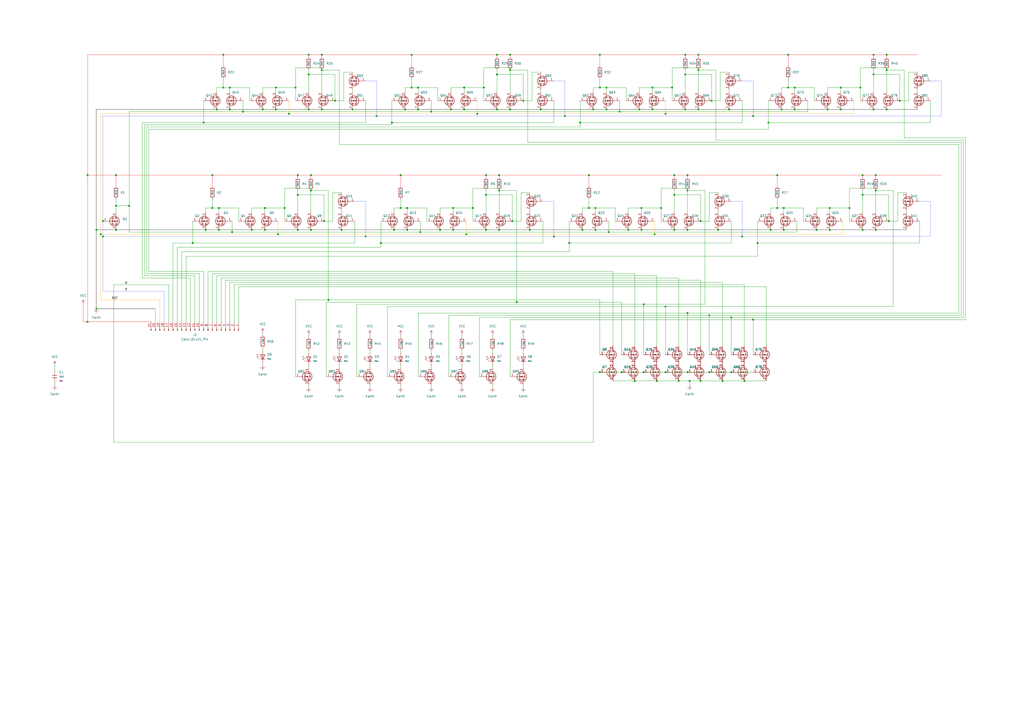
<source format=kicad_sch>
(kicad_sch (version 20231120) (generator "eeschema") (generator_version "8.0")
  (paper "A2")
  (junction (at 295.91 63.5))
  (junction (at 445.77 71.12))
  (junction (at 386.08 215.9))
  (junction (at 262.89 133.35))
  (junction (at 506.73 43.18))
  (junction (at 391.16 133.35))
  (junction (at 55.88 179.07))
  (junction (at 457.2 50.8))
  (junction (at 487.68 50.8))
  (junction (at 514.35 63.5))
  (junction (at 473.71 133.35))
  (junction (at 436.88 185.42))
  (junction (at 165.1 120.65))
  (junction (at 411.48 215.9))
  (junction (at 508 110.49))
  (junction (at 186.69 31.75))
  (junction (at 370.84 63.5))
  (junction (at 521.97 58.42))
  (junction (at 232.41 120.65))
  (junction (at 411.48 182.88))
  (junction (at 337.82 133.35))
  (junction (at 398.78 215.9))
  (junction (at 321.31 137.16))
  (junction (at 127 133.35))
  (junction (at 133.35 63.5))
  (junction (at 238.76 31.75))
  (junction (at 381 220.98))
  (junction (at 295.91 31.75))
  (junction (at 461.01 50.8))
  (junction (at 454.66 120.65))
  (junction (at 506.73 63.5))
  (junction (at 398.78 101.6))
  (junction (at 50.8 186.69))
  (junction (at 179.07 31.75))
  (junction (at 288.29 43.18))
  (junction (at 391.16 113.03))
  (junction (at 351.79 63.5))
  (junction (at 406.4 220.98))
  (junction (at 397.51 63.5))
  (junction (at 111.76 140.97))
  (junction (at 341.63 101.6))
  (junction (at 378.46 63.5))
  (junction (at 212.09 137.16))
  (junction (at 514.35 31.75))
  (junction (at 288.29 31.75))
  (junction (at 487.68 63.5))
  (junction (at 450.85 120.65))
  (junction (at 186.69 40.64))
  (junction (at 412.75 58.42))
  (junction (at 353.06 134.62))
  (junction (at 133.35 50.8))
  (junction (at 220.98 140.97))
  (junction (at 242.57 50.8))
  (junction (at 297.18 128.27))
  (junction (at 447.04 133.35))
  (junction (at 281.94 101.6))
  (junction (at 405.13 31.75))
  (junction (at 153.67 133.35))
  (junction (at 508 101.6))
  (junction (at 180.34 110.49))
  (junction (at 368.3 220.98))
  (junction (at 289.56 110.49))
  (junction (at 347.98 215.9))
  (junction (at 295.91 40.64))
  (junction (at 172.72 133.35))
  (junction (at 204.47 63.5))
  (junction (at 281.94 133.35))
  (junction (at 152.4 63.5))
  (junction (at 397.51 43.18))
  (junction (at 419.1 220.98))
  (junction (at 406.4 128.27))
  (junction (at 359.41 64.77))
  (junction (at 140.97 64.77))
  (junction (at 439.42 140.97))
  (junction (at 453.39 63.5))
  (junction (at 58.42 135.89))
  (junction (at 508 133.35))
  (junction (at 299.72 175.26))
  (junction (at 228.6 133.35))
  (junction (at 172.72 113.03))
  (junction (at 127 120.65))
  (junction (at 372.11 120.65))
  (junction (at 341.63 120.65))
  (junction (at 383.54 120.65))
  (junction (at 250.19 64.77))
  (junction (at 313.69 63.5))
  (junction (at 398.78 133.35))
  (junction (at 123.19 101.6))
  (junction (at 129.54 50.8))
  (junction (at 373.38 176.53))
  (junction (at 119.38 133.35))
  (junction (at 161.29 135.89))
  (junction (at 50.8 101.6))
  (junction (at 269.24 50.8))
  (junction (at 457.2 31.75))
  (junction (at 422.91 63.5))
  (junction (at 336.55 71.12))
  (junction (at 303.53 58.42))
  (junction (at 378.46 50.8))
  (junction (at 330.2 140.97))
  (junction (at 74.93 119.38))
  (junction (at 345.44 120.65))
  (junction (at 360.68 215.9))
  (junction (at 364.49 133.35))
  (junction (at 281.94 113.03))
  (junction (at 393.7 220.98))
  (junction (at 481.33 120.65))
  (junction (at 289.56 101.6))
  (junction (at 172.72 101.6))
  (junction (at 180.34 133.35))
  (junction (at 500.38 101.6))
  (junction (at 276.86 66.04))
  (junction (at 171.45 50.8))
  (junction (at 386.08 66.04))
  (junction (at 499.11 50.8))
  (junction (at 198.12 133.35))
  (junction (at 500.38 133.35))
  (junction (at 500.38 113.03))
  (junction (at 431.8 220.98))
  (junction (at 236.22 120.65))
  (junction (at 236.22 133.35))
  (junction (at 351.79 50.8))
  (junction (at 347.98 50.8))
  (junction (at 389.89 50.8))
  (junction (at 153.67 120.65))
  (junction (at 67.31 133.35))
  (junction (at 179.07 63.5))
  (junction (at 186.69 63.5))
  (junction (at 160.02 63.5))
  (junction (at 398.78 110.49))
  (junction (at 480.06 63.5))
  (junction (at 255.27 133.35))
  (junction (at 481.33 133.35))
  (junction (at 269.24 63.5))
  (junction (at 345.44 133.35))
  (junction (at 238.76 50.8))
  (junction (at 118.11 71.12))
  (junction (at 59.69 137.16))
  (junction (at 424.18 184.15))
  (junction (at 218.44 67.31))
  (junction (at 134.62 134.62))
  (junction (at 160.02 50.8))
  (junction (at 194.31 58.42))
  (junction (at 190.5 173.99))
  (junction (at 391.16 101.6))
  (junction (at 492.76 120.65))
  (junction (at 424.18 215.9))
  (junction (at 187.96 128.27))
  (junction (at 125.73 63.5))
  (junction (at 274.32 120.65))
  (junction (at 123.19 120.65))
  (junction (at 289.56 133.35))
  (junction (at 373.38 215.9))
  (junction (at 288.29 63.5))
  (junction (at 400.05 220.98))
  (junction (at 55.88 133.35))
  (junction (at 234.95 63.5))
  (junction (at 242.57 63.5))
  (junction (at 405.13 40.64))
  (junction (at 386.08 177.8))
  (junction (at 379.73 135.89))
  (junction (at 67.31 101.6))
  (junction (at 344.17 63.5))
  (junction (at 261.62 63.5))
  (junction (at 372.11 133.35))
  (junction (at 347.98 31.75))
  (junction (at 270.51 135.89))
  (junction (at 454.66 133.35))
  (junction (at 416.56 133.35))
  (junction (at 450.85 101.6))
  (junction (at 515.62 128.27))
  (junction (at 436.88 67.31))
  (junction (at 179.07 43.18))
  (junction (at 506.73 31.75))
  (junction (at 327.66 67.31))
  (junction (at 262.89 120.65))
  (junction (at 59.69 128.27))
  (junction (at 129.54 31.75))
  (junction (at 180.34 101.6))
  (junction (at 398.78 181.61))
  (junction (at 280.67 50.8))
  (junction (at 461.01 63.5))
  (junction (at 430.53 137.16))
  (junction (at 514.35 40.64))
  (junction (at 232.41 101.6))
  (junction (at 405.13 63.5))
  (junction (at 307.34 133.35))
  (junction (at 146.05 133.35))
  (junction (at 167.64 66.04))
  (junction (at 67.31 119.38))
  (junction (at 243.84 134.62))
  (junction (at 397.51 31.75))
  (junction (at 227.33 71.12))
  (wire (pts (xy 419.1 200.66) (xy 419.1 163.83)))
  (wire (pts (xy 255.27 120.65) (xy 262.89 120.65)))
  (wire (pts (xy 499.11 58.42) (xy 499.11 50.8)))
  (wire (pts (xy 398.78 110.49) (xy 398.78 123.19)))
  (wire (pts (xy 85.09 73.66) (xy 336.55 73.66)))
  (wire (pts (xy 228.6 120.65) (xy 232.41 120.65)))
  (wire (pts (xy 105.41 186.69) (xy 105.41 146.05)))
  (wire (pts (xy 345.44 133.35) (xy 364.49 133.35)) (stroke (width 0) (color 0 0 0 1)))
  (wire (pts (xy 218.44 67.31) (xy 218.44 46.99)) (stroke (width 0) (color 109 106 255 1)))
  (wire (pts (xy 341.63 101.6) (xy 391.16 101.6)) (stroke (width 0) (color 255 21 32 1)))
  (wire (pts (xy 58.42 66.04) (xy 167.64 66.04)) (stroke (width 0) (color 255 182 21 1)))
  (wire (pts (xy 424.18 215.9) (xy 436.88 215.9)))
  (wire (pts (xy 134.62 134.62) (xy 243.84 134.62)))
  (wire (pts (xy 405.13 31.75) (xy 405.13 33.02)) (stroke (width 0) (color 255 21 32 1)))
  (wire (pts (xy 411.48 182.88) (xy 557.53 182.88)))
  (wire (pts (xy 453.39 63.5) (xy 461.01 63.5)) (stroke (width 0) (color 0 0 0 1)))
  (wire (pts (xy 344.17 50.8) (xy 344.17 53.34)))
  (wire (pts (xy 134.62 134.62) (xy 74.93 134.62)))
  (wire (pts (xy 386.08 177.8) (xy 518.16 177.8)))
  (wire (pts (xy 247.65 128.27) (xy 247.65 120.65)))
  (wire (pts (xy 524.51 80.01) (xy 524.51 40.64)))
  (wire (pts (xy 138.43 128.27) (xy 138.43 120.65)))
  (wire (pts (xy 261.62 50.8) (xy 261.62 53.34)))
  (wire (pts (xy 445.77 71.12) (xy 539.75 71.12)))
  (wire (pts (xy 138.43 166.37) (xy 444.5 166.37)))
  (wire (pts (xy 295.91 39.37) (xy 295.91 40.64)))
  (wire (pts (xy 107.95 186.69) (xy 107.95 148.59)))
  (wire (pts (xy 391.16 133.35) (xy 398.78 133.35)) (stroke (width 0) (color 0 0 0 1)))
  (wire (pts (xy 330.2 140.97) (xy 424.18 140.97)))
  (wire (pts (xy 218.44 67.31) (xy 327.66 67.31)) (stroke (width 0) (color 109 106 255 1)))
  (wire (pts (xy 228.6 133.35) (xy 236.22 133.35)) (stroke (width 0) (color 0 0 0 1)))
  (wire (pts (xy 297.18 128.27) (xy 302.26 128.27)))
  (wire (pts (xy 381 200.66) (xy 381 160.02)))
  (wire (pts (xy 302.26 111.76) (xy 307.34 111.76)))
  (wire (pts (xy 288.29 33.02) (xy 288.29 31.75)) (stroke (width 0) (color 255 21 32 1)))
  (wire (pts (xy 123.19 101.6) (xy 172.72 101.6)) (stroke (width 0) (color 255 21 32 1)))
  (wire (pts (xy 347.98 173.99) (xy 347.98 205.74)))
  (wire (pts (xy 133.35 50.8) (xy 133.35 53.34)))
  (wire (pts (xy 133.35 163.83) (xy 419.1 163.83)))
  (wire (pts (xy 97.79 186.69) (xy 97.79 165.1)))
  (wire (pts (xy 379.73 135.89) (xy 488.95 135.89)) (stroke (width 0) (color 255 182 21 1)))
  (wire (pts (xy 360.68 215.9) (xy 373.38 215.9)))
  (wire (pts (xy 194.31 43.18) (xy 179.07 43.18)))
  (wire (pts (xy 133.35 163.83) (xy 133.35 186.69)))
  (wire (pts (xy 344.17 215.9) (xy 347.98 215.9)))
  (wire (pts (xy 457.2 31.75) (xy 506.73 31.75)) (stroke (width 0) (color 255 21 32 1)))
  (wire (pts (xy 120.65 157.48) (xy 120.65 186.69)))
  (wire (pts (xy 236.22 120.65) (xy 236.22 123.19)))
  (wire (pts (xy 50.8 101.6) (xy 50.8 31.75)) (stroke (width 0) (color 255 21 32 1)))
  (wire (pts (xy 125.73 50.8) (xy 125.73 53.34)))
  (wire (pts (xy 515.62 113.03) (xy 500.38 113.03)))
  (wire (pts (xy 234.95 50.8) (xy 238.76 50.8)))
  (wire (pts (xy 344.17 256.54) (xy 344.17 215.9)))
  (wire (pts (xy 492.76 120.65) (xy 492.76 128.27)))
  (wire (pts (xy 539.75 137.16) (xy 539.75 116.84)) (stroke (width 0) (color 109 106 255 1)))
  (wire (pts (xy 508 110.49) (xy 508 123.19)))
  (wire (pts (xy 417.83 58.42) (xy 417.83 41.91)))
  (wire (pts (xy 436.88 46.99) (xy 430.53 46.99)) (stroke (width 0) (color 109 106 255 1)))
  (wire (pts (xy 212.09 116.84) (xy 205.74 116.84)) (stroke (width 0) (color 109 106 255 1)))
  (wire (pts (xy 303.53 43.18) (xy 303.53 58.42)))
  (wire (pts (xy 232.41 115.57) (xy 232.41 120.65)))
  (wire (pts (xy 59.69 137.16) (xy 212.09 137.16)) (stroke (width 0) (color 109 106 255 1)))
  (wire (pts (xy 506.73 63.5) (xy 514.35 63.5)) (stroke (width 0) (color 0 0 0 1)))
  (wire (pts (xy 118.11 58.42) (xy 118.11 71.12)))
  (wire (pts (xy 364.49 120.65) (xy 372.11 120.65)))
  (wire (pts (xy 220.98 128.27) (xy 220.98 140.97)))
  (wire (pts (xy 212.09 71.12) (xy 212.09 58.42)))
  (wire (pts (xy 189.23 175.26) (xy 189.23 218.44)))
  (wire (pts (xy 123.19 101.6) (xy 123.19 107.95)) (stroke (width 0) (color 255 21 32 1)))
  (wire (pts (xy 341.63 115.57) (xy 341.63 120.65)))
  (wire (pts (xy 199.39 41.91) (xy 204.47 41.91)))
  (wire (pts (xy 416.56 121.92) (xy 416.56 123.19)))
  (wire (pts (xy 295.91 31.75) (xy 295.91 33.02)) (stroke (width 0) (color 255 21 32 1)))
  (wire (pts (xy 370.84 50.8) (xy 378.46 50.8)))
  (wire (pts (xy 383.54 120.65) (xy 372.11 120.65)))
  (wire (pts (xy 411.48 182.88) (xy 411.48 205.74)))
  (wire (pts (xy 238.76 50.8) (xy 242.57 50.8)))
  (wire (pts (xy 308.61 41.91) (xy 313.69 41.91)))
  (wire (pts (xy 353.06 134.62) (xy 462.28 134.62)))
  (wire (pts (xy 389.89 58.42) (xy 389.89 50.8)))
  (wire (pts (xy 500.38 102.87) (xy 500.38 101.6)) (stroke (width 0) (color 255 21 32 1)))
  (wire (pts (xy 186.69 39.37) (xy 186.69 40.64)))
  (wire (pts (xy 386.08 205.74) (xy 386.08 177.8)))
  (wire (pts (xy 146.05 120.65) (xy 153.67 120.65)))
  (wire (pts (xy 90.17 179.07) (xy 55.88 179.07)) (stroke (width 0) (color 0 0 0 1)))
  (wire (pts (xy 506.73 33.02) (xy 506.73 31.75)) (stroke (width 0) (color 255 21 32 1)))
  (wire (pts (xy 31.75 222.25) (xy 31.75 223.52)))
  (wire (pts (xy 424.18 205.74) (xy 424.18 184.15)))
  (wire (pts (xy 466.09 128.27) (xy 466.09 120.65)))
  (wire (pts (xy 190.5 110.49) (xy 190.5 173.99)))
  (wire (pts (xy 232.41 120.65) (xy 236.22 120.65)))
  (wire (pts (xy 180.34 133.35) (xy 198.12 133.35)) (stroke (width 0) (color 0 0 0 1)))
  (wire (pts (xy 123.19 158.75) (xy 123.19 186.69)))
  (wire (pts (xy 127 120.65) (xy 127 123.19)))
  (wire (pts (xy 274.32 120.65) (xy 262.89 120.65)))
  (wire (pts (xy 461.01 50.8) (xy 461.01 53.34)))
  (wire (pts (xy 66.04 256.54) (xy 344.17 256.54)))
  (wire (pts (xy 389.89 39.37) (xy 389.89 50.8)))
  (wire (pts (xy 397.51 33.02) (xy 397.51 31.75)) (stroke (width 0) (color 255 21 32 1)))
  (wire (pts (xy 152.4 50.8) (xy 160.02 50.8)))
  (wire (pts (xy 262.89 120.65) (xy 262.89 123.19)))
  (wire (pts (xy 398.78 133.35) (xy 416.56 133.35)) (stroke (width 0) (color 0 0 0 1)))
  (wire (pts (xy 281.94 113.03) (xy 281.94 123.19)))
  (wire (pts (xy 373.38 215.9) (xy 386.08 215.9)))
  (wire (pts (xy 123.19 158.75) (xy 368.3 158.75)))
  (wire (pts (xy 140.97 64.77) (xy 250.19 64.77)))
  (wire (pts (xy 381 220.98) (xy 393.7 220.98)))
  (wire (pts (xy 67.31 101.6) (xy 123.19 101.6)) (stroke (width 0) (color 255 21 32 1)))
  (wire (pts (xy 450.85 101.6) (xy 500.38 101.6)) (stroke (width 0) (color 255 21 32 1)))
  (wire (pts (xy 527.05 41.91) (xy 532.13 41.91)))
  (wire (pts (xy 59.69 67.31) (xy 59.69 128.27)) (stroke (width 0) (color 109 106 255 1)))
  (wire (pts (xy 242.57 50.8) (xy 254 50.8)))
  (wire (pts (xy 92.71 186.69) (xy 92.71 173.99)) (stroke (width 0) (color 255 182 21 1)))
  (wire (pts (xy 198.12 133.35) (xy 228.6 133.35)) (stroke (width 0) (color 0 0 0 1)))
  (wire (pts (xy 238.76 31.75) (xy 238.76 38.1)) (stroke (width 0) (color 255 21 32 1)))
  (wire (pts (xy 327.66 67.31) (xy 327.66 46.99)) (stroke (width 0) (color 109 106 255 1)))
  (wire (pts (xy 514.35 40.64) (xy 524.51 40.64)))
  (wire (pts (xy 250.19 203.2) (xy 250.19 204.47)))
  (wire (pts (xy 110.49 186.69) (xy 110.49 161.29)))
  (wire (pts (xy 514.35 31.75) (xy 514.35 33.02)) (stroke (width 0) (color 255 21 32 1)))
  (wire (pts (xy 152.4 193.04) (xy 152.4 194.31)))
  (wire (pts (xy 270.51 135.89) (xy 270.51 128.27)) (stroke (width 0) (color 255 182 21 1)))
  (wire (pts (xy 146.05 120.65) (xy 146.05 123.19)))
  (wire (pts (xy 125.73 63.5) (xy 133.35 63.5)) (stroke (width 0) (color 0 0 0 1)))
  (wire (pts (xy 344.17 63.5) (xy 351.79 63.5)) (stroke (width 0) (color 0 0 0 1)))
  (wire (pts (xy 280.67 39.37) (xy 280.67 50.8)))
  (wire (pts (xy 187.96 128.27) (xy 193.04 128.27)))
  (wire (pts (xy 453.39 50.8) (xy 453.39 53.34)))
  (wire (pts (xy 220.98 143.51) (xy 220.98 140.97)))
  (wire (pts (xy 412.75 43.18) (xy 412.75 58.42)))
  (wire (pts (xy 405.13 31.75) (xy 457.2 31.75)) (stroke (width 0) (color 255 21 32 1)))
  (wire (pts (xy 194.31 43.18) (xy 194.31 58.42)))
  (wire (pts (xy 391.16 110.49) (xy 391.16 113.03)))
  (wire (pts (xy 303.53 43.18) (xy 288.29 43.18)))
  (wire (pts (xy 514.35 63.5) (xy 532.13 63.5)) (stroke (width 0) (color 0 0 0 1)))
  (wire (pts (xy 227.33 71.12) (xy 321.31 71.12)))
  (wire (pts (xy 172.72 102.87) (xy 172.72 101.6)) (stroke (width 0) (color 255 21 32 1)))
  (wire (pts (xy 336.55 58.42) (xy 336.55 71.12)))
  (wire (pts (xy 115.57 186.69) (xy 115.57 158.75)))
  (wire (pts (xy 152.4 63.5) (xy 160.02 63.5)) (stroke (width 0) (color 0 0 0 1)))
  (wire (pts (xy 499.11 39.37) (xy 514.35 39.37)))
  (wire (pts (xy 171.45 173.99) (xy 171.45 218.44)))
  (wire (pts (xy 520.7 128.27) (xy 520.7 111.76)))
  (wire (pts (xy 431.8 220.98) (xy 444.5 220.98)))
  (wire (pts (xy 398.78 181.61) (xy 556.26 181.61)))
  (wire (pts (xy 193.04 111.76) (xy 198.12 111.76)))
  (wire (pts (xy 378.46 50.8) (xy 378.46 53.34)))
  (wire (pts (xy 186.69 40.64) (xy 196.85 40.64)))
  (wire (pts (xy 327.66 67.31) (xy 436.88 67.31)) (stroke (width 0) (color 109 106 255 1)))
  (wire (pts (xy 436.88 205.74) (xy 436.88 185.42)))
  (wire (pts (xy 276.86 66.04) (xy 276.86 58.42)) (stroke (width 0) (color 255 182 21 1)))
  (wire (pts (xy 135.89 165.1) (xy 431.8 165.1)))
  (wire (pts (xy 250.19 64.77) (xy 359.41 64.77)))
  (wire (pts (xy 83.82 160.02) (xy 113.03 160.02)))
  (wire (pts (xy 236.22 120.65) (xy 247.65 120.65)))
  (wire (pts (xy 250.19 194.31) (xy 250.19 195.58)))
  (wire (pts (xy 398.78 205.74) (xy 398.78 181.61)))
  (wire (pts (xy 180.34 109.22) (xy 180.34 110.49)))
  (wire (pts (xy 186.69 31.75) (xy 186.69 33.02)) (stroke (width 0) (color 255 21 32 1)))
  (wire (pts (xy 306.07 40.64) (xy 306.07 82.55)))
  (wire (pts (xy 360.68 175.26) (xy 360.68 205.74)))
  (wire (pts (xy 454.66 120.65) (xy 454.66 123.19)))
  (wire (pts (xy 199.39 58.42) (xy 199.39 41.91)))
  (wire (pts (xy 351.79 63.5) (xy 370.84 63.5)) (stroke (width 0) (color 0 0 0 1)))
  (wire (pts (xy 198.12 121.92) (xy 198.12 123.19)))
  (wire (pts (xy 172.72 113.03) (xy 172.72 123.19)))
  (wire (pts (xy 67.31 115.57) (xy 67.31 119.38)))
  (wire (pts (xy 261.62 50.8) (xy 269.24 50.8)))
  (wire (pts (xy 488.95 135.89) (xy 488.95 128.27)) (stroke (width 0) (color 255 182 21 1)))
  (wire (pts (xy 295.91 40.64) (xy 295.91 53.34)))
  (wire (pts (xy 480.06 50.8) (xy 487.68 50.8)))
  (wire (pts (xy 119.38 120.65) (xy 123.19 120.65)))
  (wire (pts (xy 303.53 203.2) (xy 303.53 204.47)))
  (wire (pts (xy 123.19 115.57) (xy 123.19 120.65)))
  (wire (pts (xy 481.33 120.65) (xy 481.33 123.19)))
  (wire (pts (xy 289.56 110.49) (xy 299.72 110.49)))
  (wire (pts (xy 307.34 133.35) (xy 337.82 133.35)) (stroke (width 0) (color 0 0 0 1)))
  (wire (pts (xy 521.97 43.18) (xy 521.97 58.42)))
  (wire (pts (xy 196.85 40.64) (xy 196.85 83.82)))
  (wire (pts (xy 406.4 113.03) (xy 391.16 113.03)))
  (wire (pts (xy 422.91 63.5) (xy 453.39 63.5)) (stroke (width 0) (color 0 0 0 1)))
  (wire (pts (xy 242.57 181.61) (xy 242.57 218.44)))
  (wire (pts (xy 179.07 33.02) (xy 179.07 31.75)) (stroke (width 0) (color 255 21 32 1)))
  (wire (pts (xy 314.96 140.97) (xy 314.96 128.27)))
  (wire (pts (xy 243.84 128.27) (xy 243.84 134.62)))
  (wire (pts (xy 450.85 101.6) (xy 450.85 107.95)) (stroke (width 0) (color 255 21 32 1)))
  (wire (pts (xy 405.13 40.64) (xy 415.29 40.64)))
  (wire (pts (xy 444.5 200.66) (xy 444.5 166.37)))
  (wire (pts (xy 204.47 63.5) (xy 234.95 63.5)) (stroke (width 0) (color 0 0 0 1)))
  (wire (pts (xy 508 101.6) (xy 508 102.87)) (stroke (width 0) (color 255 21 32 1)))
  (wire (pts (xy 307.34 121.92) (xy 307.34 123.19)))
  (wire (pts (xy 506.73 43.18) (xy 506.73 53.34)))
  (wire (pts (xy 289.56 109.22) (xy 289.56 110.49)))
  (wire (pts (xy 204.47 52.07) (xy 204.47 53.34)))
  (wire (pts (xy 236.22 133.35) (xy 255.27 133.35)) (stroke (width 0) (color 0 0 0 1)))
  (wire (pts (xy 113.03 160.02) (xy 113.03 186.69)))
  (wire (pts (xy 160.02 50.8) (xy 160.02 53.34)))
  (wire (pts (xy 431.8 200.66) (xy 431.8 165.1)))
  (wire (pts (xy 381 220.98) (xy 368.3 220.98)))
  (wire (pts (xy 58.42 173.99) (xy 92.71 173.99)) (stroke (width 0) (color 255 182 21 1)))
  (wire (pts (xy 514.35 40.64) (xy 514.35 53.34)))
  (wire (pts (xy 165.1 120.65) (xy 165.1 128.27)))
  (wire (pts (xy 430.53 137.16) (xy 539.75 137.16)) (stroke (width 0) (color 109 106 255 1)))
  (wire (pts (xy 289.56 110.49) (xy 289.56 123.19)))
  (wire (pts (xy 242.57 181.61) (xy 398.78 181.61)))
  (wire (pts (xy 347.98 50.8) (xy 351.79 50.8)))
  (wire (pts (xy 85.09 158.75) (xy 85.09 73.66)))
  (wire (pts (xy 196.85 203.2) (xy 196.85 204.47)))
  (wire (pts (xy 397.51 31.75) (xy 405.13 31.75)) (stroke (width 0) (color 255 21 32 1)))
  (wire (pts (xy 205.74 140.97) (xy 205.74 128.27)))
  (wire (pts (xy 187.96 113.03) (xy 172.72 113.03)))
  (wire (pts (xy 520.7 111.76) (xy 525.78 111.76)))
  (wire (pts (xy 419.1 220.98) (xy 431.8 220.98)))
  (wire (pts (xy 172.72 133.35) (xy 180.34 133.35)) (stroke (width 0) (color 0 0 0 1)))
  (wire (pts (xy 55.88 63.5) (xy 125.73 63.5)) (stroke (width 0) (color 0 0 0 1)))
  (wire (pts (xy 153.67 120.65) (xy 153.67 123.19)))
  (wire (pts (xy 161.29 135.89) (xy 270.51 135.89)) (stroke (width 0) (color 255 182 21 1)))
  (wire (pts (xy 508 101.6) (xy 546.1 101.6)) (stroke (width 0) (color 255 21 32 1)))
  (wire (pts (xy 129.54 50.8) (xy 133.35 50.8)))
  (wire (pts (xy 336.55 71.12) (xy 430.53 71.12)))
  (wire (pts (xy 232.41 101.6) (xy 232.41 107.95)) (stroke (width 0) (color 255 21 32 1)))
  (wire (pts (xy 260.35 182.88) (xy 411.48 182.88)))
  (wire (pts (xy 289.56 101.6) (xy 289.56 102.87)) (stroke (width 0) (color 255 21 32 1)))
  (wire (pts (xy 295.91 185.42) (xy 436.88 185.42)))
  (wire (pts (xy 59.69 128.27) (xy 59.69 137.16)) (stroke (width 0) (color 109 106 255 1)))
  (wire (pts (xy 125.73 160.02) (xy 125.73 186.69)))
  (wire (pts (xy 146.05 133.35) (xy 153.67 133.35)) (stroke (width 0) (color 0 0 0 1)))
  (wire (pts (xy 135.89 165.1) (xy 135.89 186.69)))
  (wire (pts (xy 321.31 71.12) (xy 321.31 58.42)))
  (wire (pts (xy 224.79 218.44) (xy 224.79 177.8)))
  (wire (pts (xy 499.11 50.8) (xy 487.68 50.8)))
  (wire (pts (xy 128.27 161.29) (xy 393.7 161.29)))
  (wire (pts (xy 533.4 140.97) (xy 533.4 128.27)))
  (wire (pts (xy 160.02 63.5) (xy 179.07 63.5)) (stroke (width 0) (color 0 0 0 1)))
  (wire (pts (xy 454.66 120.65) (xy 466.09 120.65)))
  (wire (pts (xy 171.45 173.99) (xy 190.5 173.99)))
  (wire (pts (xy 167.64 58.42) (xy 167.64 66.04)) (stroke (width 0) (color 255 182 21 1)))
  (wire (pts (xy 130.81 162.56) (xy 406.4 162.56)))
  (wire (pts (xy 288.29 31.75) (xy 295.91 31.75)) (stroke (width 0) (color 255 21 32 1)))
  (wire (pts (xy 406.4 128.27) (xy 411.48 128.27)))
  (wire (pts (xy 255.27 133.35) (xy 262.89 133.35)) (stroke (width 0) (color 0 0 0 1)))
  (wire (pts (xy 400.05 220.98) (xy 393.7 220.98)))
  (wire (pts (xy 473.71 120.65) (xy 481.33 120.65)))
  (wire (pts (xy 557.53 82.55) (xy 557.53 182.88)))
  (wire (pts (xy 165.1 109.22) (xy 180.34 109.22)))
  (wire (pts (xy 445.77 71.12) (xy 445.77 74.93)))
  (wire (pts (xy 364.49 120.65) (xy 364.49 123.19)))
  (wire (pts (xy 214.63 194.31) (xy 214.63 195.58)))
  (wire (pts (xy 299.72 175.26) (xy 360.68 175.26)))
  (wire (pts (xy 299.72 175.26) (xy 189.23 175.26)))
  (wire (pts (xy 436.88 67.31) (xy 436.88 46.99)) (stroke (width 0) (color 109 106 255 1)))
  (wire (pts (xy 480.06 63.5) (xy 487.68 63.5)) (stroke (width 0) (color 0 0 0 1)))
  (wire (pts (xy 430.53 71.12) (xy 430.53 58.42)))
  (wire (pts (xy 525.78 121.92) (xy 525.78 123.19)))
  (wire (pts (xy 347.98 45.72) (xy 347.98 50.8)))
  (wire (pts (xy 276.86 66.04) (xy 386.08 66.04)) (stroke (width 0) (color 255 182 21 1)))
  (wire (pts (xy 165.1 120.65) (xy 153.67 120.65)))
  (wire (pts (xy 295.91 218.44) (xy 295.91 185.42)))
  (wire (pts (xy 55.88 133.35) (xy 55.88 63.5)) (stroke (width 0) (color 0 0 0 1)))
  (wire (pts (xy 278.13 184.15) (xy 424.18 184.15)))
  (wire (pts (xy 171.45 58.42) (xy 171.45 50.8)))
  (wire (pts (xy 430.53 137.16) (xy 430.53 116.84)) (stroke (width 0) (color 109 106 255 1)))
  (wire (pts (xy 400.05 220.98) (xy 406.4 220.98)))
  (wire (pts (xy 400.05 223.52) (xy 400.05 220.98)))
  (wire (pts (xy 100.33 140.97) (xy 111.76 140.97)))
  (wire (pts (xy 454.66 133.35) (xy 473.71 133.35)) (stroke (width 0) (color 0 0 0 1)))
  (wire (pts (xy 95.25 186.69) (xy 95.25 168.91)) (stroke (width 0) (color 109 106 255 1)))
  (wire (pts (xy 518.16 110.49) (xy 518.16 177.8)))
  (wire (pts (xy 422.91 52.07) (xy 422.91 53.34)))
  (wire (pts (xy 500.38 110.49) (xy 500.38 113.03)))
  (wire (pts (xy 337.82 120.65) (xy 337.82 123.19)))
  (wire (pts (xy 285.75 203.2) (xy 285.75 204.47)))
  (wire (pts (xy 207.01 218.44) (xy 207.01 176.53)))
  (wire (pts (xy 214.63 224.79) (xy 214.63 223.52)))
  (wire (pts (xy 499.11 39.37) (xy 499.11 50.8)))
  (wire (pts (xy 153.67 133.35) (xy 172.72 133.35)) (stroke (width 0) (color 0 0 0 1)))
  (wire (pts (xy 250.19 213.36) (xy 250.19 212.09)))
  (wire (pts (xy 58.42 135.89) (xy 161.29 135.89)) (stroke (width 0) (color 255 182 21 1)))
  (wire (pts (xy 373.38 176.53) (xy 408.94 176.53)))
  (wire (pts (xy 152.4 201.93) (xy 152.4 203.2)))
  (wire (pts (xy 356.87 128.27) (xy 356.87 120.65)))
  (wire (pts (xy 232.41 194.31) (xy 232.41 195.58)))
  (wire (pts (xy 171.45 50.8) (xy 160.02 50.8)))
  (wire (pts (xy 480.06 50.8) (xy 480.06 53.34)))
  (wire (pts (xy 424.18 184.15) (xy 558.8 184.15)))
  (wire (pts (xy 125.73 160.02) (xy 381 160.02)))
  (wire (pts (xy 397.51 63.5) (xy 405.13 63.5)) (stroke (width 0) (color 0 0 0 1)))
  (wire (pts (xy 180.34 101.6) (xy 180.34 102.87)) (stroke (width 0) (color 255 21 32 1)))
  (wire (pts (xy 506.73 31.75) (xy 514.35 31.75)) (stroke (width 0) (color 255 21 32 1)))
  (wire (pts (xy 445.77 58.42) (xy 445.77 71.12)))
  (wire (pts (xy 347.98 31.75) (xy 347.98 38.1)) (stroke (width 0) (color 255 21 32 1)))
  (wire (pts (xy 355.6 200.66) (xy 355.6 157.48)))
  (wire (pts (xy 196.85 213.36) (xy 196.85 212.09)))
  (wire (pts (xy 327.66 46.99) (xy 321.31 46.99)) (stroke (width 0) (color 109 106 255 1)))
  (wire (pts (xy 303.53 194.31) (xy 303.53 195.58)))
  (wire (pts (xy 337.82 133.35) (xy 345.44 133.35)) (stroke (width 0) (color 0 0 0 1)))
  (wire (pts (xy 270.51 135.89) (xy 379.73 135.89)) (stroke (width 0) (color 255 182 21 1)))
  (wire (pts (xy 297.18 113.03) (xy 281.94 113.03)))
  (wire (pts (xy 405.13 40.64) (xy 405.13 53.34)))
  (wire (pts (xy 297.18 113.03) (xy 297.18 128.27)))
  (wire (pts (xy 227.33 71.12) (xy 227.33 72.39)))
  (wire (pts (xy 450.85 115.57) (xy 450.85 120.65)))
  (wire (pts (xy 492.76 109.22) (xy 492.76 120.65)))
  (wire (pts (xy 546.1 67.31) (xy 546.1 46.99)) (stroke (width 0) (color 109 106 255 1)))
  (wire (pts (xy 269.24 50.8) (xy 269.24 53.34)))
  (wire (pts (xy 218.44 67.31) (xy 59.69 67.31)) (stroke (width 0) (color 109 106 255 1)))
  (wire (pts (xy 107.95 148.59) (xy 439.42 148.59)))
  (wire (pts (xy 67.31 119.38) (xy 67.31 123.19)))
  (wire (pts (xy 179.07 203.2) (xy 179.07 204.47)))
  (wire (pts (xy 411.48 215.9) (xy 424.18 215.9)))
  (wire (pts (xy 171.45 39.37) (xy 171.45 50.8)))
  (wire (pts (xy 48.26 186.69) (xy 50.8 186.69)) (stroke (width 0) (color 255 21 32 1)))
  (wire (pts (xy 347.98 215.9) (xy 360.68 215.9)))
  (wire (pts (xy 127 133.35) (xy 146.05 133.35)) (stroke (width 0) (color 0 0 0 1)))
  (wire (pts (xy 262.89 133.35) (xy 281.94 133.35)) (stroke (width 0) (color 0 0 0 1)))
  (wire (pts (xy 303.53 213.36) (xy 303.53 212.09)))
  (wire (pts (xy 193.04 128.27) (xy 193.04 111.76)))
  (wire (pts (xy 133.35 50.8) (xy 144.78 50.8)))
  (wire (pts (xy 487.68 50.8) (xy 487.68 53.34)))
  (wire (pts (xy 341.63 101.6) (xy 341.63 107.95)) (stroke (width 0) (color 255 21 32 1)))
  (wire (pts (xy 500.38 101.6) (xy 508 101.6)) (stroke (width 0) (color 255 21 32 1)))
  (wire (pts (xy 232.41 203.2) (xy 232.41 204.47)))
  (wire (pts (xy 285.75 194.31) (xy 285.75 195.58)))
  (wire (pts (xy 406.4 113.03) (xy 406.4 128.27)))
  (wire (pts (xy 398.78 215.9) (xy 411.48 215.9)))
  (wire (pts (xy 347.98 31.75) (xy 397.51 31.75)) (stroke (width 0) (color 255 21 32 1)))
  (wire (pts (xy 527.05 58.42) (xy 527.05 41.91)))
  (wire (pts (xy 321.31 116.84) (xy 314.96 116.84)) (stroke (width 0) (color 109 106 255 1)))
  (wire (pts (xy 172.72 110.49) (xy 172.72 113.03)))
  (wire (pts (xy 288.29 40.64) (xy 288.29 43.18)))
  (wire (pts (xy 436.88 185.42) (xy 560.07 185.42)))
  (wire (pts (xy 439.42 140.97) (xy 533.4 140.97)))
  (wire (pts (xy 373.38 205.74) (xy 373.38 176.53)))
  (wire (pts (xy 129.54 45.72) (xy 129.54 50.8)))
  (wire (pts (xy 378.46 63.5) (xy 397.51 63.5)) (stroke (width 0) (color 0 0 0 1)))
  (wire (pts (xy 59.69 168.91) (xy 59.69 137.16)) (stroke (width 0) (color 109 106 255 1)))
  (wire (pts (xy 118.11 157.48) (xy 86.36 157.48)))
  (wire (pts (xy 532.13 52.07) (xy 532.13 53.34)))
  (wire (pts (xy 472.44 58.42) (xy 472.44 50.8)))
  (wire (pts (xy 353.06 128.27) (xy 353.06 134.62)))
  (wire (pts (xy 430.53 116.84) (xy 424.18 116.84)) (stroke (width 0) (color 109 106 255 1)))
  (wire (pts (xy 379.73 128.27) (xy 379.73 135.89)) (stroke (width 0) (color 255 182 21 1)))
  (wire (pts (xy 481.33 133.35) (xy 500.38 133.35)) (stroke (width 0) (color 0 0 0 1)))
  (wire (pts (xy 74.93 119.38) (xy 74.93 64.77)))
  (wire (pts (xy 250.19 224.79) (xy 250.19 223.52)))
  (wire (pts (xy 453.39 50.8) (xy 457.2 50.8)))
  (wire (pts (xy 100.33 186.69) (xy 100.33 140.97)))
  (wire (pts (xy 295.91 63.5) (xy 313.69 63.5)) (stroke (width 0) (color 0 0 0 1)))
  (wire (pts (xy 280.67 58.42) (xy 280.67 50.8)))
  (wire (pts (xy 207.01 176.53) (xy 373.38 176.53)))
  (wire (pts (xy 179.07 43.18) (xy 179.07 53.34)))
  (wire (pts (xy 436.88 67.31) (xy 546.1 67.31)) (stroke (width 0) (color 109 106 255 1)))
  (wire (pts (xy 351.79 50.8) (xy 351.79 53.34)))
  (wire (pts (xy 289.56 133.35) (xy 307.34 133.35)) (stroke (width 0) (color 0 0 0 1)))
  (wire (pts (xy 281.94 110.49) (xy 281.94 113.03)))
  (wire (pts (xy 337.82 120.65) (xy 341.63 120.65)))
  (wire (pts (xy 412.75 58.42) (xy 417.83 58.42)))
  (wire (pts (xy 186.69 40.64) (xy 186.69 53.34)))
  (wire (pts (xy 514.35 39.37) (xy 514.35 40.64)))
  (wire (pts (xy 171.45 39.37) (xy 186.69 39.37)))
  (wire (pts (xy 267.97 213.36) (xy 267.97 212.09)))
  (wire (pts (xy 368.3 158.75) (xy 368.3 200.66)))
  (wire (pts (xy 521.97 58.42) (xy 527.05 58.42)))
  (wire (pts (xy 372.11 120.65) (xy 372.11 123.19)))
  (wire (pts (xy 281.94 102.87) (xy 281.94 101.6)) (stroke (width 0) (color 255 21 32 1)))
  (wire (pts (xy 50.8 186.69) (xy 50.8 101.6)) (stroke (width 0) (color 255 21 32 1)))
  (wire (pts (xy 111.76 128.27) (xy 111.76 140.97)))
  (wire (pts (xy 133.35 63.5) (xy 152.4 63.5)) (stroke (width 0) (color 0 0 0 1)))
  (wire (pts (xy 521.97 43.18) (xy 506.73 43.18)))
  (wire (pts (xy 74.93 64.77) (xy 140.97 64.77)))
  (wire (pts (xy 66.04 165.1) (xy 66.04 256.54)))
  (wire (pts (xy 127 120.65) (xy 138.43 120.65)))
  (wire (pts (xy 140.97 58.42) (xy 140.97 64.77)))
  (wire (pts (xy 234.95 50.8) (xy 234.95 53.34)))
  (wire (pts (xy 58.42 135.89) (xy 58.42 66.04)) (stroke (width 0) (color 255 182 21 1)))
  (wire (pts (xy 180.34 110.49) (xy 190.5 110.49)))
  (wire (pts (xy 500.38 113.03) (xy 500.38 123.19)))
  (wire (pts (xy 556.26 83.82) (xy 556.26 181.61)))
  (wire (pts (xy 250.19 58.42) (xy 250.19 64.77)))
  (wire (pts (xy 67.31 101.6) (xy 67.31 107.95)) (stroke (width 0) (color 255 21 32 1)))
  (wire (pts (xy 196.85 224.79) (xy 196.85 223.52)))
  (wire (pts (xy 439.42 140.97) (xy 439.42 148.59)))
  (wire (pts (xy 370.84 63.5) (xy 378.46 63.5)) (stroke (width 0) (color 0 0 0 1)))
  (wire (pts (xy 506.73 40.64) (xy 506.73 43.18)))
  (wire (pts (xy 457.2 50.8) (xy 461.01 50.8)))
  (wire (pts (xy 74.93 119.38) (xy 67.31 119.38)))
  (wire (pts (xy 281.94 101.6) (xy 289.56 101.6)) (stroke (width 0) (color 255 21 32 1)))
  (wire (pts (xy 111.76 140.97) (xy 205.74 140.97)))
  (wire (pts (xy 179.07 31.75) (xy 186.69 31.75)) (stroke (width 0) (color 255 21 32 1)))
  (wire (pts (xy 393.7 200.66) (xy 393.7 161.29)))
  (wire (pts (xy 330.2 140.97) (xy 330.2 146.05)))
  (wire (pts (xy 355.6 157.48) (xy 120.65 157.48)))
  (wire (pts (xy 186.69 31.75) (xy 238.76 31.75)) (stroke (width 0) (color 255 21 32 1)))
  (wire (pts (xy 243.84 134.62) (xy 353.06 134.62)))
  (wire (pts (xy 128.27 161.29) (xy 128.27 186.69)))
  (wire (pts (xy 391.16 101.6) (xy 398.78 101.6)) (stroke (width 0) (color 255 21 32 1)))
  (wire (pts (xy 487.68 63.5) (xy 506.73 63.5)) (stroke (width 0) (color 0 0 0 1)))
  (wire (pts (xy 450.85 120.65) (xy 454.66 120.65)))
  (wire (pts (xy 397.51 40.64) (xy 397.51 43.18)))
  (wire (pts (xy 417.83 41.91) (xy 422.91 41.91)))
  (wire (pts (xy 457.2 31.75) (xy 457.2 38.1)) (stroke (width 0) (color 255 21 32 1)))
  (wire (pts (xy 179.07 194.31) (xy 179.07 195.58)))
  (wire (pts (xy 82.55 161.29) (xy 82.55 71.12)))
  (wire (pts (xy 370.84 50.8) (xy 370.84 53.34)))
  (wire (pts (xy 278.13 184.15) (xy 278.13 218.44)))
  (wire (pts (xy 405.13 63.5) (xy 422.91 63.5)) (stroke (width 0) (color 0 0 0 1)))
  (wire (pts (xy 546.1 46.99) (xy 539.75 46.99)) (stroke (width 0) (color 109 106 255 1)))
  (wire (pts (xy 303.53 224.79) (xy 303.53 223.52)))
  (wire (pts (xy 269.24 63.5) (xy 288.29 63.5)) (stroke (width 0) (color 0 0 0 1)))
  (wire (pts (xy 289.56 101.6) (xy 341.63 101.6)) (stroke (width 0) (color 255 21 32 1)))
  (wire (pts (xy 55.88 133.35) (xy 67.31 133.35)) (stroke (width 0) (color 0 0 0 1)))
  (wire (pts (xy 186.69 63.5) (xy 204.47 63.5)) (stroke (width 0) (color 0 0 0 1)))
  (wire (pts (xy 386.08 215.9) (xy 398.78 215.9)))
  (wire (pts (xy 59.69 168.91) (xy 95.25 168.91)) (stroke (width 0) (color 109 106 255 1)))
  (wire (pts (xy 82.55 71.12) (xy 118.11 71.12)))
  (wire (pts (xy 424.18 140.97) (xy 424.18 128.27)))
  (wire (pts (xy 313.69 52.07) (xy 313.69 53.34)))
  (wire (pts (xy 179.07 213.36) (xy 179.07 212.09)))
  (wire (pts (xy 473.71 120.65) (xy 473.71 123.19)))
  (wire (pts (xy 167.64 66.04) (xy 276.86 66.04)) (stroke (width 0) (color 255 182 21 1)))
  (wire (pts (xy 416.56 133.35) (xy 447.04 133.35)) (stroke (width 0) (color 0 0 0 1)))
  (wire (pts (xy 457.2 45.72) (xy 457.2 50.8)))
  (wire (pts (xy 299.72 110.49) (xy 299.72 175.26)))
  (wire (pts (xy 313.69 63.5) (xy 344.17 63.5)) (stroke (width 0) (color 0 0 0 1)))
  (wire (pts (xy 415.29 81.28) (xy 558.8 81.28)))
  (wire (pts (xy 306.07 82.55) (xy 557.53 82.55)))
  (wire (pts (xy 386.08 66.04) (xy 495.3 66.04)) (stroke (width 0) (color 255 182 21 1)))
  (wire (pts (xy 411.48 128.27) (xy 411.48 111.76)))
  (wire (pts (xy 102.87 186.69) (xy 102.87 143.51)))
  (wire (pts (xy 232.41 224.79) (xy 232.41 223.52)))
  (wire (pts (xy 468.63 58.42) (xy 468.63 64.77)))
  (wire (pts (xy 238.76 45.72) (xy 238.76 50.8)))
  (wire (pts (xy 66.04 165.1) (xy 97.79 165.1)))
  (wire (pts (xy 406.4 200.66) (xy 406.4 162.56)))
  (wire (pts (xy 391.16 102.87) (xy 391.16 101.6)) (stroke (width 0) (color 255 21 32 1)))
  (wire (pts (xy 398.78 101.6) (xy 398.78 102.87)) (stroke (width 0) (color 255 21 32 1)))
  (wire (pts (xy 508 110.49) (xy 518.16 110.49)))
  (wire (pts (xy 398.78 109.22) (xy 398.78 110.49)))
  (wire (pts (xy 172.72 101.6) (xy 180.34 101.6)) (stroke (width 0) (color 255 21 32 1)))
  (wire (pts (xy 330.2 128.27) (xy 330.2 140.97)))
  (wire (pts (xy 344.17 50.8) (xy 347.98 50.8)))
  (wire (pts (xy 341.63 120.65) (xy 345.44 120.65)))
  (wire (pts (xy 196.85 194.31) (xy 196.85 195.58)))
  (wire (pts (xy 302.26 128.27) (xy 302.26 111.76)))
  (wire (pts (xy 214.63 203.2) (xy 214.63 204.47)))
  (wire (pts (xy 439.42 128.27) (xy 439.42 140.97)))
  (wire (pts (xy 83.82 72.39) (xy 83.82 160.02)))
  (wire (pts (xy 515.62 113.03) (xy 515.62 128.27)))
  (wire (pts (xy 180.34 101.6) (xy 232.41 101.6)) (stroke (width 0) (color 255 21 32 1)))
  (wire (pts (xy 383.54 109.22) (xy 398.78 109.22)))
  (wire (pts (xy 220.98 140.97) (xy 314.96 140.97)))
  (wire (pts (xy 125.73 50.8) (xy 129.54 50.8)))
  (wire (pts (xy 462.28 128.27) (xy 462.28 134.62)))
  (wire (pts (xy 212.09 137.16) (xy 212.09 116.84)) (stroke (width 0) (color 109 106 255 1)))
  (wire (pts (xy 295.91 31.75) (xy 347.98 31.75)) (stroke (width 0) (color 255 21 32 1)))
  (wire (pts (xy 285.75 224.79) (xy 285.75 223.52)))
  (wire (pts (xy 398.78 101.6) (xy 450.85 101.6)) (stroke (width 0) (color 255 21 32 1)))
  (wire (pts (xy 31.75 212.09) (xy 31.75 214.63)))
  (wire (pts (xy 383.54 109.22) (xy 383.54 120.65)))
  (wire (pts (xy 308.61 58.42) (xy 308.61 41.91)))
  (wire (pts (xy 227.33 72.39) (xy 83.82 72.39)))
  (wire (pts (xy 280.67 39.37) (xy 295.91 39.37)))
  (wire (pts (xy 274.32 128.27) (xy 274.32 120.65)))
  (wire (pts (xy 397.51 43.18) (xy 397.51 53.34)))
  (wire (pts (xy 118.11 71.12) (xy 212.09 71.12)))
  (wire (pts (xy 495.3 66.04) (xy 495.3 58.42)) (stroke (width 0) (color 255 182 21 1)))
  (wire (pts (xy 274.32 109.22) (xy 274.32 120.65)))
  (wire (pts (xy 90.17 186.69) (xy 90.17 179.07)))
  (wire (pts (xy 500.38 133.35) (xy 508 133.35)) (stroke (width 0) (color 0 0 0 1)))
  (wire (pts (xy 254 58.42) (xy 254 50.8)))
  (wire (pts (xy 118.11 186.69) (xy 118.11 157.48)))
  (wire (pts (xy 336.55 71.12) (xy 336.55 73.66)))
  (wire (pts (xy 138.43 166.37) (xy 138.43 186.69)))
  (wire (pts (xy 110.49 161.29) (xy 82.55 161.29)))
  (wire (pts (xy 214.63 213.36) (xy 214.63 212.09)))
  (wire (pts (xy 261.62 63.5) (xy 269.24 63.5)) (stroke (width 0) (color 0 0 0 1)))
  (wire (pts (xy 359.41 64.77) (xy 468.63 64.77)))
  (wire (pts (xy 196.85 83.82) (xy 556.26 83.82)))
  (wire (pts (xy 492.76 120.65) (xy 481.33 120.65)))
  (wire (pts (xy 415.29 40.64) (xy 415.29 81.28)))
  (wire (pts (xy 408.94 176.53) (xy 408.94 110.49)))
  (wire (pts (xy 508 109.22) (xy 508 110.49)))
  (wire (pts (xy 129.54 31.75) (xy 129.54 38.1)) (stroke (width 0) (color 255 21 32 1)))
  (wire (pts (xy 130.81 162.56) (xy 130.81 186.69)))
  (wire (pts (xy 267.97 224.79) (xy 267.97 223.52)))
  (wire (pts (xy 74.93 134.62) (xy 74.93 119.38)))
  (wire (pts (xy 461.01 63.5) (xy 480.06 63.5)) (stroke (width 0) (color 0 0 0 1)))
  (wire (pts (xy 274.32 109.22) (xy 289.56 109.22)))
  (wire (pts (xy 492.76 109.22) (xy 508 109.22)))
  (wire (pts (xy 281.94 133.35) (xy 289.56 133.35)) (stroke (width 0) (color 0 0 0 1)))
  (wire (pts (xy 144.78 58.42) (xy 144.78 50.8)))
  (wire (pts (xy 473.71 133.35) (xy 481.33 133.35)) (stroke (width 0) (color 0 0 0 1)))
  (wire (pts (xy 165.1 109.22) (xy 165.1 120.65)))
  (wire (pts (xy 558.8 81.28) (xy 558.8 184.15)))
  (wire (pts (xy 238.76 31.75) (xy 288.29 31.75)) (stroke (width 0) (color 255 21 32 1)))
  (wire (pts (xy 119.38 133.35) (xy 127 133.35)) (stroke (width 0) (color 0 0 0 1)))
  (wire (pts (xy 321.31 137.16) (xy 321.31 116.84)) (stroke (width 0) (color 109 106 255 1)))
  (wire (pts (xy 447.04 133.35) (xy 454.66 133.35)) (stroke (width 0) (color 0 0 0 1)))
  (wire (pts (xy 411.48 111.76) (xy 416.56 111.76)))
  (wire (pts (xy 447.04 120.65) (xy 447.04 123.19)))
  (wire (pts (xy 515.62 128.27) (xy 520.7 128.27)))
  (wire (pts (xy 123.19 120.65) (xy 127 120.65)))
  (wire (pts (xy 461.01 50.8) (xy 472.44 50.8)))
  (wire (pts (xy 351.79 50.8) (xy 363.22 50.8)))
  (wire (pts (xy 48.26 176.53) (xy 48.26 186.69)) (stroke (width 0) (color 255 21 32 1)))
  (wire (pts (xy 389.89 50.8) (xy 378.46 50.8)))
  (wire (pts (xy 232.41 213.36) (xy 232.41 212.09)))
  (wire (pts (xy 179.07 224.79) (xy 179.07 223.52)))
  (wire (pts (xy 391.16 113.03) (xy 391.16 123.19)))
  (wire (pts (xy 288.29 63.5) (xy 295.91 63.5)) (stroke (width 0) (color 0 0 0 1)))
  (wire (pts (xy 129.54 31.75) (xy 179.07 31.75)) (stroke (width 0) (color 255 21 32 1)))
  (wire (pts (xy 212.09 137.16) (xy 321.31 137.16)) (stroke (width 0) (color 109 106 255 1)))
  (wire (pts (xy 232.41 101.6) (xy 281.94 101.6)) (stroke (width 0) (color 255 21 32 1)))
  (wire (pts (xy 398.78 110.49) (xy 408.94 110.49)))
  (wire (pts (xy 363.22 58.42) (xy 363.22 50.8)))
  (wire (pts (xy 50.8 186.69) (xy 87.63 186.69)) (stroke (width 0) (color 255 21 32 1)))
  (wire (pts (xy 134.62 128.27) (xy 134.62 134.62)))
  (wire (pts (xy 368.3 220.98) (xy 355.6 220.98)))
  (wire (pts (xy 345.44 120.65) (xy 345.44 123.19)))
  (wire (pts (xy 102.87 143.51) (xy 220.98 143.51)))
  (wire (pts (xy 187.96 113.03) (xy 187.96 128.27)))
  (wire (pts (xy 50.8 101.6) (xy 67.31 101.6)) (stroke (width 0) (color 255 21 32 1)))
  (wire (pts (xy 447.04 120.65) (xy 450.85 120.65)))
  (wire (pts (xy 50.8 31.75) (xy 129.54 31.75)) (stroke (width 0) (color 255 21 32 1)))
  (wire (pts (xy 386.08 58.42) (xy 386.08 66.04)) (stroke (width 0) (color 255 182 21 1)))
  (wire (pts (xy 179.07 63.5) (xy 186.69 63.5)) (stroke (width 0) (color 0 0 0 1)))
  (wire (pts (xy 119.38 120.65) (xy 119.38 123.19)))
  (wire (pts (xy 115.57 158.75) (xy 85.09 158.75)))
  (wire (pts (xy 359.41 58.42) (xy 359.41 64.77)))
  (wire (pts (xy 295.91 40.64) (xy 306.07 40.64)))
  (wire (pts (xy 345.44 120.65) (xy 356.87 120.65)))
  (wire (pts (xy 372.11 133.35) (xy 391.16 133.35)) (stroke (width 0) (color 0 0 0 1)))
  (wire (pts (xy 242.57 63.5) (xy 261.62 63.5)) (stroke (width 0) (color 0 0 0 1)))
  (wire (pts (xy 539.75 71.12) (xy 539.75 58.42)))
  (wire (pts (xy 508 133.35) (xy 525.78 133.35)) (stroke (width 0) (color 0 0 0 1)))
  (wire (pts (xy 288.29 43.18) (xy 288.29 53.34)))
  (wire (pts (xy 190.5 173.99) (xy 347.98 173.99)))
  (wire (pts (xy 86.36 74.93) (xy 445.77 74.93)))
  (wire (pts (xy 514.35 31.75) (xy 532.13 31.75)) (stroke (width 0) (color 255 21 32 1)))
  (wire (pts (xy 105.41 146.05) (xy 330.2 146.05)))
  (wire (pts (xy 285.75 213.36) (xy 285.75 212.09)))
  (wire (pts (xy 242.57 50.8) (xy 242.57 53.34)))
  (wire (pts (xy 152.4 210.82) (xy 152.4 212.09)))
  (wire (pts (xy 180.34 110.49) (xy 180.34 123.19)))
  (wire (pts (xy 303.53 58.42) (xy 308.61 58.42)))
  (wire (pts (xy 267.97 203.2) (xy 267.97 204.47)))
  (wire (pts (xy 364.49 133.35) (xy 372.11 133.35)) (stroke (width 0) (color 0 0 0 1)))
  (wire (pts (xy 152.4 50.8) (xy 152.4 53.34)))
  (wire (pts (xy 58.42 173.99) (xy 58.42 135.89)) (stroke (width 0) (color 255 182 21 1)))
  (wire (pts (xy 224.79 177.8) (xy 386.08 177.8)))
  (wire (pts (xy 389.89 39.37) (xy 405.13 39.37)))
  (wire (pts (xy 383.54 128.27) (xy 383.54 120.65)))
  (wire (pts (xy 405.13 39.37) (xy 405.13 40.64)))
  (wire (pts (xy 67.31 133.35) (xy 119.38 133.35)) (stroke (width 0) (color 0 0 0 1)))
  (wire (pts (xy 267.97 194.31) (xy 267.97 195.58)))
  (wire (pts (xy 179.07 40.64) (xy 179.07 43.18)))
  (wire (pts (xy 161.29 128.27) (xy 161.29 135.89)) (stroke (width 0) (color 255 182 21 1)))
  (wire (pts (xy 218.44 46.99) (xy 212.09 46.99)) (stroke (width 0) (color 109 106 255 1)))
  (wire (pts (xy 86.36 74.93) (xy 86.36 157.48)))
  (wire (pts (xy 228.6 120.65) (xy 228.6 123.19)))
  (wire (pts (xy 255.27 120.65) (xy 255.27 123.19)))
  (wire (pts (xy 227.33 58.42) (xy 227.33 71.12)))
  (wire (pts (xy 55.88 133.35) (xy 55.88 179.07)) (stroke (width 0) (color 0 0 0 1)))
  (wire (pts (xy 539.75 116.84) (xy 533.4 116.84)) (stroke (width 0) (color 109 106 255 1)))
  (wire (pts (xy 412.75 43.18) (xy 397.51 43.18)))
  (wire (pts (xy 260.35 182.88) (xy 260.35 218.44)))
  (wire (pts (xy 280.67 50.8) (xy 269.24 50.8)))
  (wire (pts (xy 194.31 58.42) (xy 199.39 58.42)))
  (wire (pts (xy 560.07 185.42) (xy 560.07 80.01)))
  (wire (pts (xy 234.95 63.5) (xy 242.57 63.5)) (stroke (width 0) (color 0 0 0 1)))
  (wire (pts (xy 406.4 220.98) (xy 419.1 220.98)))
  (wire (pts (xy 560.07 80.01) (xy 524.51 80.01)))
  (wire (pts (xy 321.31 137.16) (xy 430.53 137.16)) (stroke (width 0) (color 109 106 255 1)))
  (label "R" (at 72.39 168.91 0))
  (label "RST" (at 64.77 173.99 0))
  (label "W" (at 72.39 165.1 0))
  (symbol (lib_id "Transistor_FET:2N7002") (at 189.23 58.42 0) (mirror y) (unit 1)
    (property "Reference" "Q49" (at 193.04 55.372 0) (effects (justify left)))
    (property "Value" "2N7002" (effects (hide yes)))
    (property "Footprint" "Package_TO_SOT_SMD:SOT-23" (effects (hide yes)))
    (property "Datasheet" "https://www.onsemi.com/pub/Collateral/NDS7002A-D.PDF" (effects (hide yes)))
    (property "Description" "0.115A Id, 60V Vds, N-Channel MOSFET, SOT-23" (effects (hide yes)))
  )
  (symbol (lib_id "Transistor_FET:2N7002") (at 401.32 128.27 0) (mirror y) (unit 1)
    (property "Reference" "Q29" (at 405.13 125.222 0) (effects (justify left)))
    (property "Value" "2N7002" (effects (hide yes)))
    (property "Footprint" "Package_TO_SOT_SMD:SOT-23" (effects (hide yes)))
    (property "Datasheet" "https://www.onsemi.com/pub/Collateral/NDS7002A-D.PDF" (effects (hide yes)))
    (property "Description" "0.115A Id, 60V Vds, N-Channel MOSFET, SOT-23" (effects (hide yes)))
  )
  (symbol (lib_id "PCM_JLCPCB-Resistors:0402,470Ω") (at 196.85 199.39 0) (unit 1)
    (property "Reference" "R43" (at 199.39 199.3899 0) (effects (justify left)))
    (property "Value" "470Ω" (at 197.104 199.39 90) (effects (font (size 0.8 0.8))))
    (property "Footprint" "PCM_JLCPCB:R_0402" (effects (hide yes)))
    (property "Datasheet" "https://www.lcsc.com/datasheet/lcsc_datasheet_2205311900_UNI-ROYAL-Uniroyal-Elec-0402WGF4700TCE_C25117.pdf" (effects (hide yes)))
    (property "Description" "62.5mW Thick Film Resistors 50V ±100ppm/°C ±1% 470Ω 0402 Chip Resistor - Surface Mount ROHS" (effects (hide yes)))
    (property "LCSC" "C25117" (effects (hide yes)))
    (property "Stock" "1007760" (effects (hide yes)))
    (property "Price" "0.004USD" (effects (hide yes)))
    (property "Process" "SMT" (effects (hide yes)))
    (property "Minimum Qty" "20" (effects (hide yes)))
    (property "Attrition Qty" "10" (effects (hide yes)))
    (property "Class" "Basic Component" (effects (hide yes)))
    (property "Category" "Resistors,Chip Resistor - Surface Mount" (effects (hide yes)))
    (property "Manufacturer" "UNI-ROYAL(Uniroyal Elec)" (effects (hide yes)))
    (property "Part" "0402WGF4700TCE" (effects (hide yes)))
    (property "Resistance" "470Ω" (effects (hide yes)))
    (property "Power(Watts)" "62.5mW" (effects (hide yes)))
    (property "Type" "Thick Film Resistors" (effects (hide yes)))
    (property "Overload Voltage (Max)" "50V" (effects (hide yes)))
    (property "Operating Temperature Range" "-55°C~+155°C" (effects (hide yes)))
    (property "Tolerance" "±1%" (effects (hide yes)))
    (property "Temperature Coefficient" "±100ppm/°C" (effects (hide yes)))
  )
  (symbol (lib_id "Transistor_FET:2N7002") (at 353.06 205.74 0) (unit 1)
    (property "Reference" "Q8" (at 349.25 202.692 0) (effects (justify left)))
    (property "Value" "2N7002" (effects (hide yes)))
    (property "Footprint" "Package_TO_SOT_SMD:SOT-23" (effects (hide yes)))
    (property "Datasheet" "https://www.onsemi.com/pub/Collateral/NDS7002A-D.PDF" (effects (hide yes)))
    (property "Description" "0.115A Id, 60V Vds, N-Channel MOSFET, SOT-23" (effects (hide yes)))
  )
  (symbol (lib_id "Transistor_FET:2N7002") (at 394.97 58.42 0) (unit 1)
    (property "Reference" "Q67" (at 391.16 55.372 0) (effects (justify left)))
    (property "Value" "2N7002" (effects (hide yes)))
    (property "Footprint" "Package_TO_SOT_SMD:SOT-23" (effects (hide yes)))
    (property "Datasheet" "https://www.onsemi.com/pub/Collateral/NDS7002A-D.PDF" (effects (hide yes)))
    (property "Description" "0.115A Id, 60V Vds, N-Channel MOSFET, SOT-23" (effects (hide yes)))
  )
  (symbol (lib_id "PCM_JLCPCB-Resistors:0402,20kΩ") (at 67.31 111.76 0) (unit 1)
    (property "Reference" "R1" (at 69.85 111.7599 0) (effects (justify left)))
    (property "Value" "20kΩ" (at 67.31 111.76 90) (effects (font (size 0.8 0.8))))
    (property "Footprint" "PCM_JLCPCB:R_0402" (effects (hide yes)))
    (property "Datasheet" "https://www.lcsc.com/datasheet/lcsc_datasheet_2206010100_UNI-ROYAL-Uniroyal-Elec-0402WGF2002TCE_C25765.pdf" (effects (hide yes)))
    (property "Description" "62.5mW Thick Film Resistors 50V ±100ppm/°C ±1% 20kΩ 0402 Chip Resistor - Surface Mount ROHS" (effects (hide yes)))
    (property "LCSC" "C25765" (effects (hide yes)))
    (property "Stock" "3268540" (effects (hide yes)))
    (property "Price" "0.004USD" (effects (hide yes)))
    (property "Process" "SMT" (effects (hide yes)))
    (property "Minimum Qty" "20" (effects (hide yes)))
    (property "Attrition Qty" "10" (effects (hide yes)))
    (property "Class" "Basic Component" (effects (hide yes)))
    (property "Category" "Resistors,Chip Resistor - Surface Mount" (effects (hide yes)))
    (property "Manufacturer" "UNI-ROYAL(Uniroyal Elec)" (effects (hide yes)))
    (property "Part" "0402WGF2002TCE" (effects (hide yes)))
    (property "Resistance" "20kΩ" (effects (hide yes)))
    (property "Power(Watts)" "62.5mW" (effects (hide yes)))
    (property "Type" "Thick Film Resistors" (effects (hide yes)))
    (property "Overload Voltage (Max)" "50V" (effects (hide yes)))
    (property "Operating Temperature Range" "-55°C~+155°C" (effects (hide yes)))
    (property "Tolerance" "±1%" (effects (hide yes)))
    (property "Temperature Coefficient" "±100ppm/°C" (effects (hide yes)))
  )
  (symbol (lib_id "Transistor_FET:2N7002") (at 534.67 58.42 0) (mirror y) (unit 1)
    (property "Reference" "Q81" (at 538.48 55.372 0) (effects (justify left)))
    (property "Value" "2N7002" (effects (hide yes)))
    (property "Footprint" "Package_TO_SOT_SMD:SOT-23" (effects (hide yes)))
    (property "Datasheet" "https://www.onsemi.com/pub/Collateral/NDS7002A-D.PDF" (effects (hide yes)))
    (property "Description" "0.115A Id, 60V Vds, N-Channel MOSFET, SOT-23" (effects (hide yes)))
  )
  (symbol (lib_id "Transistor_FET:2N7002") (at 252.73 128.27 0) (unit 1)
    (property "Reference" "Q14" (at 248.92 125.222 0) (effects (justify left)))
    (property "Value" "2N7002" (effects (hide yes)))
    (property "Footprint" "Package_TO_SOT_SMD:SOT-23" (effects (hide yes)))
    (property "Datasheet" "https://www.onsemi.com/pub/Collateral/NDS7002A-D.PDF" (effects (hide yes)))
    (property "Description" "0.115A Id, 60V Vds, N-Channel MOSFET, SOT-23" (effects (hide yes)))
  )
  (symbol (lib_id "PCM_JLCPCB-Resistors:0402,20kΩ") (at 391.16 106.68 0) (unit 1)
    (property "Reference" "R14" (at 393.7 106.6799 0) (effects (justify left)))
    (property "Value" "20kΩ" (at 391.16 106.68 90) (effects (font (size 0.8 0.8))))
    (property "Footprint" "PCM_JLCPCB:R_0402" (effects (hide yes)))
    (property "Datasheet" "https://www.lcsc.com/datasheet/lcsc_datasheet_2206010100_UNI-ROYAL-Uniroyal-Elec-0402WGF2002TCE_C25765.pdf" (effects (hide yes)))
    (property "Description" "62.5mW Thick Film Resistors 50V ±100ppm/°C ±1% 20kΩ 0402 Chip Resistor - Surface Mount ROHS" (effects (hide yes)))
    (property "LCSC" "C25765" (effects (hide yes)))
    (property "Stock" "3268540" (effects (hide yes)))
    (property "Price" "0.004USD" (effects (hide yes)))
    (property "Process" "SMT" (effects (hide yes)))
    (property "Minimum Qty" "20" (effects (hide yes)))
    (property "Attrition Qty" "10" (effects (hide yes)))
    (property "Class" "Basic Component" (effects (hide yes)))
    (property "Category" "Resistors,Chip Resistor - Surface Mount" (effects (hide yes)))
    (property "Manufacturer" "UNI-ROYAL(Uniroyal Elec)" (effects (hide yes)))
    (property "Part" "0402WGF2002TCE" (effects (hide yes)))
    (property "Resistance" "20kΩ" (effects (hide yes)))
    (property "Power(Watts)" "62.5mW" (effects (hide yes)))
    (property "Type" "Thick Film Resistors" (effects (hide yes)))
    (property "Overload Voltage (Max)" "50V" (effects (hide yes)))
    (property "Operating Temperature Range" "-55°C~+155°C" (effects (hide yes)))
    (property "Tolerance" "±1%" (effects (hide yes)))
    (property "Temperature Coefficient" "±100ppm/°C" (effects (hide yes)))
  )
  (symbol (lib_id "PCM_JLCPCB-Diodes:LED,0603,Red") (at 250.19 208.28 0) (unit 1)
    (property "Reference" "D5" (at 252.73 206.9146 0) (effects (justify left)))
    (property "Value" "Red" (at 252.73 209.4547 0) (effects (font (size 0.8 0.8)) (justify left)))
    (property "Footprint" "PCM_JLCPCB:D_0603" (effects (hide yes)))
    (property "Datasheet" "https://www.lcsc.com/datasheet/lcsc_datasheet_1810231112_Hubei-KENTO-Elec-KT-0603R_C2286.pdf" (effects (hide yes)))
    (property "Description" "-40°C~+85°C Red 0603 LED Indication - Discrete ROHS" (effects (hide yes)))
    (property "LCSC" "C2286" (effects (hide yes)))
    (property "Stock" "5373336" (effects (hide yes)))
    (property "Price" "0.009USD" (effects (hide yes)))
    (property "Process" "SMT" (effects (hide yes)))
    (property "Minimum Qty" "20" (effects (hide yes)))
    (property "Attrition Qty" "10" (effects (hide yes)))
    (property "Class" "Basic Component" (effects (hide yes)))
    (property "Category" "Optocouplers & LEDs & Infrared,Light Emitting Diodes (LED)" (effects (hide yes)))
    (property "Manufacturer" "Hubei KENTO Elec" (effects (hide yes)))
    (property "Part" "KT-0603R" (effects (hide yes)))
  )
  (symbol (lib_id "power:Earth") (at 285.75 224.79 0) (unit 1)
    (property "Reference" "#PWR016" (effects (hide yes)))
    (property "Value" "Earth" (at 285.75 229.87 0))
    (property "Description" "Power symbol creates a global label with name \"Earth\"" (effects (hide yes)))
  )
  (symbol (lib_id "power:VCC") (at 196.85 194.31 0) (unit 1)
    (property "Reference" "#PWR05" (effects (hide yes)))
    (property "Value" "VCC" (at 196.85 189.23 0))
    (property "Description" "Power symbol creates a global label with name \"VCC\"" (effects (hide yes)))
  )
  (symbol (lib_id "PCM_JLCPCB-Resistors:0402,20kΩ") (at 347.98 41.91 0) (unit 1)
    (property "Reference" "R32" (at 350.52 41.9099 0) (effects (justify left)))
    (property "Value" "20kΩ" (at 347.98 41.91 90) (effects (font (size 0.8 0.8))))
    (property "Footprint" "PCM_JLCPCB:R_0402" (effects (hide yes)))
    (property "Datasheet" "https://www.lcsc.com/datasheet/lcsc_datasheet_2206010100_UNI-ROYAL-Uniroyal-Elec-0402WGF2002TCE_C25765.pdf" (effects (hide yes)))
    (property "Description" "62.5mW Thick Film Resistors 50V ±100ppm/°C ±1% 20kΩ 0402 Chip Resistor - Surface Mount ROHS" (effects (hide yes)))
    (property "LCSC" "C25765" (effects (hide yes)))
    (property "Stock" "3268540" (effects (hide yes)))
    (property "Price" "0.004USD" (effects (hide yes)))
    (property "Process" "SMT" (effects (hide yes)))
    (property "Minimum Qty" "20" (effects (hide yes)))
    (property "Attrition Qty" "10" (effects (hide yes)))
    (property "Class" "Basic Component" (effects (hide yes)))
    (property "Category" "Resistors,Chip Resistor - Surface Mount" (effects (hide yes)))
    (property "Manufacturer" "UNI-ROYAL(Uniroyal Elec)" (effects (hide yes)))
    (property "Part" "0402WGF2002TCE" (effects (hide yes)))
    (property "Resistance" "20kΩ" (effects (hide yes)))
    (property "Power(Watts)" "62.5mW" (effects (hide yes)))
    (property "Type" "Thick Film Resistors" (effects (hide yes)))
    (property "Overload Voltage (Max)" "50V" (effects (hide yes)))
    (property "Operating Temperature Range" "-55°C~+155°C" (effects (hide yes)))
    (property "Tolerance" "±1%" (effects (hide yes)))
    (property "Temperature Coefficient" "±100ppm/°C" (effects (hide yes)))
  )
  (symbol (lib_id "PCM_JLCPCB-Resistors:0402,20kΩ") (at 457.2 41.91 0) (unit 1)
    (property "Reference" "R37" (at 459.74 41.9099 0) (effects (justify left)))
    (property "Value" "20kΩ" (at 457.2 41.91 90) (effects (font (size 0.8 0.8))))
    (property "Footprint" "PCM_JLCPCB:R_0402" (effects (hide yes)))
    (property "Datasheet" "https://www.lcsc.com/datasheet/lcsc_datasheet_2206010100_UNI-ROYAL-Uniroyal-Elec-0402WGF2002TCE_C25765.pdf" (effects (hide yes)))
    (property "Description" "62.5mW Thick Film Resistors 50V ±100ppm/°C ±1% 20kΩ 0402 Chip Resistor - Surface Mount ROHS" (effects (hide yes)))
    (property "LCSC" "C25765" (effects (hide yes)))
    (property "Stock" "3268540" (effects (hide yes)))
    (property "Price" "0.004USD" (effects (hide yes)))
    (property "Process" "SMT" (effects (hide yes)))
    (property "Minimum Qty" "20" (effects (hide yes)))
    (property "Attrition Qty" "10" (effects (hide yes)))
    (property "Class" "Basic Component" (effects (hide yes)))
    (property "Category" "Resistors,Chip Resistor - Surface Mount" (effects (hide yes)))
    (property "Manufacturer" "UNI-ROYAL(Uniroyal Elec)" (effects (hide yes)))
    (property "Part" "0402WGF2002TCE" (effects (hide yes)))
    (property "Resistance" "20kΩ" (effects (hide yes)))
    (property "Power(Watts)" "62.5mW" (effects (hide yes)))
    (property "Type" "Thick Film Resistors" (effects (hide yes)))
    (property "Overload Voltage (Max)" "50V" (effects (hide yes)))
    (property "Operating Temperature Range" "-55°C~+155°C" (effects (hide yes)))
    (property "Tolerance" "±1%" (effects (hide yes)))
    (property "Temperature Coefficient" "±100ppm/°C" (effects (hide yes)))
  )
  (symbol (lib_id "PCM_JLCPCB-Diodes:LED,0603,Red") (at 196.85 208.28 0) (unit 1)
    (property "Reference" "D2" (at 199.39 206.9146 0) (effects (justify left)))
    (property "Value" "Red" (at 199.39 209.4547 0) (effects (font (size 0.8 0.8)) (justify left)))
    (property "Footprint" "PCM_JLCPCB:D_0603" (effects (hide yes)))
    (property "Datasheet" "https://www.lcsc.com/datasheet/lcsc_datasheet_1810231112_Hubei-KENTO-Elec-KT-0603R_C2286.pdf" (effects (hide yes)))
    (property "Description" "-40°C~+85°C Red 0603 LED Indication - Discrete ROHS" (effects (hide yes)))
    (property "LCSC" "C2286" (effects (hide yes)))
    (property "Stock" "5373336" (effects (hide yes)))
    (property "Price" "0.009USD" (effects (hide yes)))
    (property "Process" "SMT" (effects (hide yes)))
    (property "Minimum Qty" "20" (effects (hide yes)))
    (property "Attrition Qty" "10" (effects (hide yes)))
    (property "Class" "Basic Component" (effects (hide yes)))
    (property "Category" "Optocouplers & LEDs & Infrared,Light Emitting Diodes (LED)" (effects (hide yes)))
    (property "Manufacturer" "Hubei KENTO Elec" (effects (hide yes)))
    (property "Part" "KT-0603R" (effects (hide yes)))
  )
  (symbol (lib_id "Transistor_FET:2N7002") (at 292.1 128.27 0) (mirror y) (unit 1)
    (property "Reference" "Q19" (at 295.91 125.222 0) (effects (justify left)))
    (property "Value" "2N7002" (effects (hide yes)))
    (property "Footprint" "Package_TO_SOT_SMD:SOT-23" (effects (hide yes)))
    (property "Datasheet" "https://www.onsemi.com/pub/Collateral/NDS7002A-D.PDF" (effects (hide yes)))
    (property "Description" "0.115A Id, 60V Vds, N-Channel MOSFET, SOT-23" (effects (hide yes)))
  )
  (symbol (lib_id "PCM_JLCPCB-Resistors:0402,20kΩ") (at 450.85 111.76 0) (unit 1)
    (property "Reference" "R17" (at 453.39 111.7599 0) (effects (justify left)))
    (property "Value" "20kΩ" (at 450.85 111.76 90) (effects (font (size 0.8 0.8))))
    (property "Footprint" "PCM_JLCPCB:R_0402" (effects (hide yes)))
    (property "Datasheet" "https://www.lcsc.com/datasheet/lcsc_datasheet_2206010100_UNI-ROYAL-Uniroyal-Elec-0402WGF2002TCE_C25765.pdf" (effects (hide yes)))
    (property "Description" "62.5mW Thick Film Resistors 50V ±100ppm/°C ±1% 20kΩ 0402 Chip Resistor - Surface Mount ROHS" (effects (hide yes)))
    (property "LCSC" "C25765" (effects (hide yes)))
    (property "Stock" "3268540" (effects (hide yes)))
    (property "Price" "0.004USD" (effects (hide yes)))
    (property "Process" "SMT" (effects (hide yes)))
    (property "Minimum Qty" "20" (effects (hide yes)))
    (property "Attrition Qty" "10" (effects (hide yes)))
    (property "Class" "Basic Component" (effects (hide yes)))
    (property "Category" "Resistors,Chip Resistor - Surface Mount" (effects (hide yes)))
    (property "Manufacturer" "UNI-ROYAL(Uniroyal Elec)" (effects (hide yes)))
    (property "Part" "0402WGF2002TCE" (effects (hide yes)))
    (property "Resistance" "20kΩ" (effects (hide yes)))
    (property "Power(Watts)" "62.5mW" (effects (hide yes)))
    (property "Type" "Thick Film Resistors" (effects (hide yes)))
    (property "Overload Voltage (Max)" "50V" (effects (hide yes)))
    (property "Operating Temperature Range" "-55°C~+155°C" (effects (hide yes)))
    (property "Tolerance" "±1%" (effects (hide yes)))
    (property "Temperature Coefficient" "±100ppm/°C" (effects (hide yes)))
  )
  (symbol (lib_id "Transistor_FET:2N7002") (at 416.56 205.74 0) (unit 1)
    (property "Reference" "Q56" (at 412.75 202.692 0) (effects (justify left)))
    (property "Value" "2N7002" (effects (hide yes)))
    (property "Footprint" "Package_TO_SOT_SMD:SOT-23" (effects (hide yes)))
    (property "Datasheet" "https://www.onsemi.com/pub/Collateral/NDS7002A-D.PDF" (effects (hide yes)))
    (property "Description" "0.115A Id, 60V Vds, N-Channel MOSFET, SOT-23" (effects (hide yes)))
  )
  (symbol (lib_id "Transistor_FET:2N7002") (at 528.32 116.84 0) (mirror y) (unit 1)
    (property "Reference" "Q40" (at 532.13 113.792 0) (effects (justify left)))
    (property "Value" "2N7002" (effects (hide yes)))
    (property "Footprint" "Package_TO_SOT_SMD:SOT-23" (effects (hide yes)))
    (property "Datasheet" "https://www.onsemi.com/pub/Collateral/NDS7002A-D.PDF" (effects (hide yes)))
    (property "Description" "0.115A Id, 60V Vds, N-Channel MOSFET, SOT-23" (effects (hide yes)))
  )
  (symbol (lib_id "Transistor_FET:2N7002") (at 347.98 128.27 0) (mirror y) (unit 1)
    (property "Reference" "Q23" (at 350.774 123.444 0) (effects (justify left)))
    (property "Value" "2N7002" (effects (hide yes)))
    (property "Footprint" "Package_TO_SOT_SMD:SOT-23" (effects (hide yes)))
    (property "Datasheet" "https://www.onsemi.com/pub/Collateral/NDS7002A-D.PDF" (effects (hide yes)))
    (property "Description" "0.115A Id, 60V Vds, N-Channel MOSFET, SOT-23" (effects (hide yes)))
  )
  (symbol (lib_id "PCM_JLCPCB-Diodes:LED,0603,Red") (at 285.75 208.28 0) (unit 1)
    (property "Reference" "D7" (at 288.29 206.9146 0) (effects (justify left)))
    (property "Value" "Red" (at 288.29 209.4547 0) (effects (font (size 0.8 0.8)) (justify left)))
    (property "Footprint" "PCM_JLCPCB:D_0603" (effects (hide yes)))
    (property "Datasheet" "https://www.lcsc.com/datasheet/lcsc_datasheet_1810231112_Hubei-KENTO-Elec-KT-0603R_C2286.pdf" (effects (hide yes)))
    (property "Description" "-40°C~+85°C Red 0603 LED Indication - Discrete ROHS" (effects (hide yes)))
    (property "LCSC" "C2286" (effects (hide yes)))
    (property "Stock" "5373336" (effects (hide yes)))
    (property "Price" "0.009USD" (effects (hide yes)))
    (property "Process" "SMT" (effects (hide yes)))
    (property "Minimum Qty" "20" (effects (hide yes)))
    (property "Attrition Qty" "10" (effects (hide yes)))
    (property "Class" "Basic Component" (effects (hide yes)))
    (property "Category" "Optocouplers & LEDs & Infrared,Light Emitting Diodes (LED)" (effects (hide yes)))
    (property "Manufacturer" "Hubei KENTO Elec" (effects (hide yes)))
    (property "Part" "KT-0603R" (effects (hide yes)))
  )
  (symbol (lib_id "Transistor_FET:2N7002") (at 391.16 205.74 0) (unit 1)
    (property "Reference" "Q36" (at 387.35 202.692 0) (effects (justify left)))
    (property "Value" "2N7002" (effects (hide yes)))
    (property "Footprint" "Package_TO_SOT_SMD:SOT-23" (effects (hide yes)))
    (property "Datasheet" "https://www.onsemi.com/pub/Collateral/NDS7002A-D.PDF" (effects (hide yes)))
    (property "Description" "0.115A Id, 60V Vds, N-Channel MOSFET, SOT-23" (effects (hide yes)))
  )
  (symbol (lib_id "power:VCC") (at 267.97 194.31 0) (unit 1)
    (property "Reference" "#PWR013" (effects (hide yes)))
    (property "Value" "VCC" (at 267.97 189.23 0))
    (property "Description" "Power symbol creates a global label with name \"VCC\"" (effects (hide yes)))
  )
  (symbol (lib_id "power:Earth") (at 400.05 223.52 0) (unit 1)
    (property "Reference" "#PWR023" (effects (hide yes)))
    (property "Value" "Earth" (at 400.05 228.6 0))
    (property "Description" "Power symbol creates a global label with name \"Earth\"" (effects (hide yes)))
  )
  (symbol (lib_id "power:VCC") (at 303.53 194.31 0) (unit 1)
    (property "Reference" "#PWR017" (effects (hide yes)))
    (property "Value" "VCC" (at 303.53 189.23 0))
    (property "Description" "Power symbol creates a global label with name \"VCC\"" (effects (hide yes)))
  )
  (symbol (lib_id "Transistor_FET:2N7002") (at 64.77 128.27 0) (unit 1)
    (property "Reference" "Q1" (at 71.12 126.9999 0) (effects (justify left)))
    (property "Value" "2N7002" (effects (hide yes)))
    (property "Footprint" "Package_TO_SOT_SMD:SOT-23" (effects (hide yes)))
    (property "Datasheet" "https://www.onsemi.com/pub/Collateral/NDS7002A-D.PDF" (effects (hide yes)))
    (property "Description" "0.115A Id, 60V Vds, N-Channel MOSFET, SOT-23" (effects (hide yes)))
  )
  (symbol (lib_id "PCM_JLCPCB-Resistors:0402,470Ω") (at 267.97 199.39 0) (unit 1)
    (property "Reference" "R47" (at 270.51 199.3899 0) (effects (justify left)))
    (property "Value" "470Ω" (at 268.224 199.39 90) (effects (font (size 0.8 0.8))))
    (property "Footprint" "PCM_JLCPCB:R_0402" (effects (hide yes)))
    (property "Datasheet" "https://www.lcsc.com/datasheet/lcsc_datasheet_2205311900_UNI-ROYAL-Uniroyal-Elec-0402WGF4700TCE_C25117.pdf" (effects (hide yes)))
    (property "Description" "62.5mW Thick Film Resistors 50V ±100ppm/°C ±1% 470Ω 0402 Chip Resistor - Surface Mount ROHS" (effects (hide yes)))
    (property "LCSC" "C25117" (effects (hide yes)))
    (property "Stock" "1007760" (effects (hide yes)))
    (property "Price" "0.004USD" (effects (hide yes)))
    (property "Process" "SMT" (effects (hide yes)))
    (property "Minimum Qty" "20" (effects (hide yes)))
    (property "Attrition Qty" "10" (effects (hide yes)))
    (property "Class" "Basic Component" (effects (hide yes)))
    (property "Category" "Resistors,Chip Resistor - Surface Mount" (effects (hide yes)))
    (property "Manufacturer" "UNI-ROYAL(Uniroyal Elec)" (effects (hide yes)))
    (property "Part" "0402WGF4700TCE" (effects (hide yes)))
    (property "Resistance" "470Ω" (effects (hide yes)))
    (property "Power(Watts)" "62.5mW" (effects (hide yes)))
    (property "Type" "Thick Film Resistors" (effects (hide yes)))
    (property "Overload Voltage (Max)" "50V" (effects (hide yes)))
    (property "Operating Temperature Range" "-55°C~+155°C" (effects (hide yes)))
    (property "Tolerance" "±1%" (effects (hide yes)))
    (property "Temperature Coefficient" "±100ppm/°C" (effects (hide yes)))
  )
  (symbol (lib_id "PCM_JLCPCB-Resistors:0402,20kΩ") (at 281.94 106.68 0) (unit 1)
    (property "Reference" "R9" (at 284.48 106.6799 0) (effects (justify left)))
    (property "Value" "20kΩ" (at 281.94 106.68 90) (effects (font (size 0.8 0.8))))
    (property "Footprint" "PCM_JLCPCB:R_0402" (effects (hide yes)))
    (property "Datasheet" "https://www.lcsc.com/datasheet/lcsc_datasheet_2206010100_UNI-ROYAL-Uniroyal-Elec-0402WGF2002TCE_C25765.pdf" (effects (hide yes)))
    (property "Description" "62.5mW Thick Film Resistors 50V ±100ppm/°C ±1% 20kΩ 0402 Chip Resistor - Surface Mount ROHS" (effects (hide yes)))
    (property "LCSC" "C25765" (effects (hide yes)))
    (property "Stock" "3268540" (effects (hide yes)))
    (property "Price" "0.004USD" (effects (hide yes)))
    (property "Process" "SMT" (effects (hide yes)))
    (property "Minimum Qty" "20" (effects (hide yes)))
    (property "Attrition Qty" "10" (effects (hide yes)))
    (property "Class" "Basic Component" (effects (hide yes)))
    (property "Category" "Resistors,Chip Resistor - Surface Mount" (effects (hide yes)))
    (property "Manufacturer" "UNI-ROYAL(Uniroyal Elec)" (effects (hide yes)))
    (property "Part" "0402WGF2002TCE" (effects (hide yes)))
    (property "Resistance" "20kΩ" (effects (hide yes)))
    (property "Power(Watts)" "62.5mW" (effects (hide yes)))
    (property "Type" "Thick Film Resistors" (effects (hide yes)))
    (property "Overload Voltage (Max)" "50V" (effects (hide yes)))
    (property "Operating Temperature Range" "-55°C~+155°C" (effects (hide yes)))
    (property "Tolerance" "±1%" (effects (hide yes)))
    (property "Temperature Coefficient" "±100ppm/°C" (effects (hide yes)))
  )
  (symbol (lib_id "power:Earth") (at 303.53 224.79 0) (unit 1)
    (property "Reference" "#PWR018" (effects (hide yes)))
    (property "Value" "Earth" (at 303.53 229.87 0))
    (property "Description" "Power symbol creates a global label with name \"Earth\"" (effects (hide yes)))
  )
  (symbol (lib_id "PCM_JLCPCB-Resistors:0402,20kΩ") (at 288.29 36.83 0) (unit 1)
    (property "Reference" "R29" (at 290.83 36.8299 0) (effects (justify left)))
    (property "Value" "20kΩ" (at 288.29 36.83 90) (effects (font (size 0.8 0.8))))
    (property "Footprint" "PCM_JLCPCB:R_0402" (effects (hide yes)))
    (property "Datasheet" "https://www.lcsc.com/datasheet/lcsc_datasheet_2206010100_UNI-ROYAL-Uniroyal-Elec-0402WGF2002TCE_C25765.pdf" (effects (hide yes)))
    (property "Description" "62.5mW Thick Film Resistors 50V ±100ppm/°C ±1% 20kΩ 0402 Chip Resistor - Surface Mount ROHS" (effects (hide yes)))
    (property "LCSC" "C25765" (effects (hide yes)))
    (property "Stock" "3268540" (effects (hide yes)))
    (property "Price" "0.004USD" (effects (hide yes)))
    (property "Process" "SMT" (effects (hide yes)))
    (property "Minimum Qty" "20" (effects (hide yes)))
    (property "Attrition Qty" "10" (effects (hide yes)))
    (property "Class" "Basic Component" (effects (hide yes)))
    (property "Category" "Resistors,Chip Resistor - Surface Mount" (effects (hide yes)))
    (property "Manufacturer" "UNI-ROYAL(Uniroyal Elec)" (effects (hide yes)))
    (property "Part" "0402WGF2002TCE" (effects (hide yes)))
    (property "Resistance" "20kΩ" (effects (hide yes)))
    (property "Power(Watts)" "62.5mW" (effects (hide yes)))
    (property "Type" "Thick Film Resistors" (effects (hide yes)))
    (property "Overload Voltage (Max)" "50V" (effects (hide yes)))
    (property "Operating Temperature Range" "-55°C~+155°C" (effects (hide yes)))
    (property "Tolerance" "±1%" (effects (hide yes)))
    (property "Temperature Coefficient" "±100ppm/°C" (effects (hide yes)))
  )
  (symbol (lib_id "Transistor_FET:2N7002") (at 232.41 58.42 0) (unit 1)
    (property "Reference" "Q52" (at 228.6 55.372 0) (effects (justify left)))
    (property "Value" "2N7002" (effects (hide yes)))
    (property "Footprint" "Package_TO_SOT_SMD:SOT-23" (effects (hide yes)))
    (property "Datasheet" "https://www.onsemi.com/pub/Collateral/NDS7002A-D.PDF" (effects (hide yes)))
    (property "Description" "0.115A Id, 60V Vds, N-Channel MOSFET, SOT-23" (effects (hide yes)))
  )
  (symbol (lib_id "Transistor_FET:2N7002") (at 143.51 128.27 0) (unit 1)
    (property "Reference" "Q4" (at 139.7 125.222 0) (effects (justify left)))
    (property "Value" "2N7002" (effects (hide yes)))
    (property "Footprint" "Package_TO_SOT_SMD:SOT-23" (effects (hide yes)))
    (property "Datasheet" "https://www.onsemi.com/pub/Collateral/NDS7002A-D.PDF" (effects (hide yes)))
    (property "Description" "0.115A Id, 60V Vds, N-Channel MOSFET, SOT-23" (effects (hide yes)))
  )
  (symbol (lib_id "PCM_JLCPCB-Resistors:0402,20kΩ") (at 508 106.68 0) (unit 1)
    (property "Reference" "R20" (at 510.54 106.6799 0) (effects (justify left)))
    (property "Value" "20kΩ" (at 508 106.68 90) (effects (font (size 0.8 0.8))))
    (property "Footprint" "PCM_JLCPCB:R_0402" (effects (hide yes)))
    (property "Datasheet" "https://www.lcsc.com/datasheet/lcsc_datasheet_2206010100_UNI-ROYAL-Uniroyal-Elec-0402WGF2002TCE_C25765.pdf" (effects (hide yes)))
    (property "Description" "62.5mW Thick Film Resistors 50V ±100ppm/°C ±1% 20kΩ 0402 Chip Resistor - Surface Mount ROHS" (effects (hide yes)))
    (property "LCSC" "C25765" (effects (hide yes)))
    (property "Stock" "3268540" (effects (hide yes)))
    (property "Price" "0.004USD" (effects (hide yes)))
    (property "Process" "SMT" (effects (hide yes)))
    (property "Minimum Qty" "20" (effects (hide yes)))
    (property "Attrition Qty" "10" (effects (hide yes)))
    (property "Class" "Basic Component" (effects (hide yes)))
    (property "Category" "Resistors,Chip Resistor - Surface Mount" (effects (hide yes)))
    (property "Manufacturer" "UNI-ROYAL(Uniroyal Elec)" (effects (hide yes)))
    (property "Part" "0402WGF2002TCE" (effects (hide yes)))
    (property "Resistance" "20kΩ" (effects (hide yes)))
    (property "Power(Watts)" "62.5mW" (effects (hide yes)))
    (property "Type" "Thick Film Resistors" (effects (hide yes)))
    (property "Overload Voltage (Max)" "50V" (effects (hide yes)))
    (property "Operating Temperature Range" "-55°C~+155°C" (effects (hide yes)))
    (property "Tolerance" "±1%" (effects (hide yes)))
    (property "Temperature Coefficient" "±100ppm/°C" (effects (hide yes)))
  )
  (symbol (lib_id "PCM_JLCPCB-Resistors:0402,20kΩ") (at 123.19 111.76 0) (unit 1)
    (property "Reference" "R2" (at 125.73 111.7599 0) (effects (justify left)))
    (property "Value" "20kΩ" (at 123.19 111.76 90) (effects (font (size 0.8 0.8))))
    (property "Footprint" "PCM_JLCPCB:R_0402" (effects (hide yes)))
    (property "Datasheet" "https://www.lcsc.com/datasheet/lcsc_datasheet_2206010100_UNI-ROYAL-Uniroyal-Elec-0402WGF2002TCE_C25765.pdf" (effects (hide yes)))
    (property "Description" "62.5mW Thick Film Resistors 50V ±100ppm/°C ±1% 20kΩ 0402 Chip Resistor - Surface Mount ROHS" (effects (hide yes)))
    (property "LCSC" "C25765" (effects (hide yes)))
    (property "Stock" "3268540" (effects (hide yes)))
    (property "Price" "0.004USD" (effects (hide yes)))
    (property "Process" "SMT" (effects (hide yes)))
    (property "Minimum Qty" "20" (effects (hide yes)))
    (property "Attrition Qty" "10" (effects (hide yes)))
    (property "Class" "Basic Component" (effects (hide yes)))
    (property "Category" "Resistors,Chip Resistor - Surface Mount" (effects (hide yes)))
    (property "Manufacturer" "UNI-ROYAL(Uniroyal Elec)" (effects (hide yes)))
    (property "Part" "0402WGF2002TCE" (effects (hide yes)))
    (property "Resistance" "20kΩ" (effects (hide yes)))
    (property "Power(Watts)" "62.5mW" (effects (hide yes)))
    (property "Type" "Thick Film Resistors" (effects (hide yes)))
    (property "Overload Voltage (Max)" "50V" (effects (hide yes)))
    (property "Operating Temperature Range" "-55°C~+155°C" (effects (hide yes)))
    (property "Tolerance" "±1%" (effects (hide yes)))
    (property "Temperature Coefficient" "±100ppm/°C" (effects (hide yes)))
  )
  (symbol (lib_id "PCM_JLCPCB-Diodes:LED,0603,Red") (at 214.63 208.28 0) (unit 1)
    (property "Reference" "D3" (at 217.17 206.9146 0) (effects (justify left)))
    (property "Value" "Red" (at 217.17 209.4547 0) (effects (font (size 0.8 0.8)) (justify left)))
    (property "Footprint" "PCM_JLCPCB:D_0603" (effects (hide yes)))
    (property "Datasheet" "https://www.lcsc.com/datasheet/lcsc_datasheet_1810231112_Hubei-KENTO-Elec-KT-0603R_C2286.pdf" (effects (hide yes)))
    (property "Description" "-40°C~+85°C Red 0603 LED Indication - Discrete ROHS" (effects (hide yes)))
    (property "LCSC" "C2286" (effects (hide yes)))
    (property "Stock" "5373336" (effects (hide yes)))
    (property "Price" "0.009USD" (effects (hide yes)))
    (property "Process" "SMT" (effects (hide yes)))
    (property "Minimum Qty" "20" (effects (hide yes)))
    (property "Attrition Qty" "10" (effects (hide yes)))
    (property "Class" "Basic Component" (effects (hide yes)))
    (property "Category" "Optocouplers & LEDs & Infrared,Light Emitting Diodes (LED)" (effects (hide yes)))
    (property "Manufacturer" "Hubei KENTO Elec" (effects (hide yes)))
    (property "Part" "KT-0603R" (effects (hide yes)))
  )
  (symbol (lib_id "power:VCC") (at 250.19 194.31 0) (unit 1)
    (property "Reference" "#PWR011" (effects (hide yes)))
    (property "Value" "VCC" (at 250.19 189.23 0))
    (property "Description" "Power symbol creates a global label with name \"VCC\"" (effects (hide yes)))
  )
  (symbol (lib_id "Transistor_FET:2N7002") (at 245.11 58.42 0) (mirror y) (unit 1)
    (property "Reference" "Q53" (at 247.904 53.594 0) (effects (justify left)))
    (property "Value" "2N7002" (effects (hide yes)))
    (property "Footprint" "Package_TO_SOT_SMD:SOT-23" (effects (hide yes)))
    (property "Datasheet" "https://www.onsemi.com/pub/Collateral/NDS7002A-D.PDF" (effects (hide yes)))
    (property "Description" "0.115A Id, 60V Vds, N-Channel MOSFET, SOT-23" (effects (hide yes)))
  )
  (symbol (lib_id "Transistor_FET:2N7002") (at 149.86 58.42 0) (unit 1)
    (property "Reference" "Q44" (at 146.05 55.372 0) (effects (justify left)))
    (property "Value" "2N7002" (effects (hide yes)))
    (property "Footprint" "Package_TO_SOT_SMD:SOT-23" (effects (hide yes)))
    (property "Datasheet" "https://www.onsemi.com/pub/Collateral/NDS7002A-D.PDF" (effects (hide yes)))
    (property "Description" "0.115A Id, 60V Vds, N-Channel MOSFET, SOT-23" (effects (hide yes)))
  )
  (symbol (lib_id "Transistor_FET:2N7002") (at 182.88 128.27 0) (mirror y) (unit 1)
    (property "Reference" "Q9" (at 186.69 125.222 0) (effects (justify left)))
    (property "Value" "2N7002" (effects (hide yes)))
    (property "Footprint" "Package_TO_SOT_SMD:SOT-23" (effects (hide yes)))
    (property "Datasheet" "https://www.onsemi.com/pub/Collateral/NDS7002A-D.PDF" (effects (hide yes)))
    (property "Description" "0.115A Id, 60V Vds, N-Channel MOSFET, SOT-23" (effects (hide yes)))
  )
  (symbol (lib_id "Transistor_FET:2N7002") (at 265.43 128.27 0) (mirror y) (unit 1)
    (property "Reference" "Q15" (at 268.224 123.444 0) (effects (justify left)))
    (property "Value" "2N7002" (effects (hide yes)))
    (property "Footprint" "Package_TO_SOT_SMD:SOT-23" (effects (hide yes)))
    (property "Datasheet" "https://www.onsemi.com/pub/Collateral/NDS7002A-D.PDF" (effects (hide yes)))
    (property "Description" "0.115A Id, 60V Vds, N-Channel MOSFET, SOT-23" (effects (hide yes)))
  )
  (symbol (lib_id "power:Earth") (at 214.63 224.79 0) (unit 1)
    (property "Reference" "#PWR08" (effects (hide yes)))
    (property "Value" "Earth" (at 214.63 229.87 0))
    (property "Description" "Power symbol creates a global label with name \"Earth\"" (effects (hide yes)))
  )
  (symbol (lib_id "Transistor_FET:2N7002") (at 162.56 58.42 0) (mirror y) (unit 1)
    (property "Reference" "Q45" (at 165.354 53.594 0) (effects (justify left)))
    (property "Value" "2N7002" (effects (hide yes)))
    (property "Footprint" "Package_TO_SOT_SMD:SOT-23" (effects (hide yes)))
    (property "Datasheet" "https://www.onsemi.com/pub/Collateral/NDS7002A-D.PDF" (effects (hide yes)))
    (property "Description" "0.115A Id, 60V Vds, N-Channel MOSFET, SOT-23" (effects (hide yes)))
  )
  (symbol (lib_id "Transistor_FET:2N7002") (at 441.96 215.9 0) (unit 1)
    (property "Reference" "Q78" (at 438.15 212.852 0) (effects (justify left)))
    (property "Value" "2N7002" (effects (hide yes)))
    (property "Footprint" "Package_TO_SOT_SMD:SOT-23" (effects (hide yes)))
    (property "Datasheet" "https://www.onsemi.com/pub/Collateral/NDS7002A-D.PDF" (effects (hide yes)))
    (property "Description" "0.115A Id, 60V Vds, N-Channel MOSFET, SOT-23" (effects (hide yes)))
  )
  (symbol (lib_id "Transistor_FET:2N7002") (at 381 58.42 0) (mirror y) (unit 1)
    (property "Reference" "Q65" (at 383.794 53.594 0) (effects (justify left)))
    (property "Value" "2N7002" (effects (hide yes)))
    (property "Footprint" "Package_TO_SOT_SMD:SOT-23" (effects (hide yes)))
    (property "Datasheet" "https://www.onsemi.com/pub/Collateral/NDS7002A-D.PDF" (effects (hide yes)))
    (property "Description" "0.115A Id, 60V Vds, N-Channel MOSFET, SOT-23" (effects (hide yes)))
  )
  (symbol (lib_id "power:Earth") (at 179.07 224.79 0) (unit 1)
    (property "Reference" "#PWR04" (effects (hide yes)))
    (property "Value" "Earth" (at 179.07 229.87 0))
    (property "Description" "Power symbol creates a global label with name \"Earth\"" (effects (hide yes)))
  )
  (symbol (lib_id "Transistor_FET:2N7002") (at 200.66 128.27 0) (mirror y) (unit 1)
    (property "Reference" "Q11" (at 204.47 125.222 0) (effects (justify left)))
    (property "Value" "2N7002" (effects (hide yes)))
    (property "Footprint" "Package_TO_SOT_SMD:SOT-23" (effects (hide yes)))
    (property "Datasheet" "https://www.onsemi.com/pub/Collateral/NDS7002A-D.PDF" (effects (hide yes)))
    (property "Description" "0.115A Id, 60V Vds, N-Channel MOSFET, SOT-23" (effects (hide yes)))
  )
  (symbol (lib_id "Transistor_FET:2N7002") (at 354.33 58.42 0) (mirror y) (unit 1)
    (property "Reference" "Q63" (at 357.124 53.594 0) (effects (justify left)))
    (property "Value" "2N7002" (effects (hide yes)))
    (property "Footprint" "Package_TO_SOT_SMD:SOT-23" (effects (hide yes)))
    (property "Datasheet" "https://www.onsemi.com/pub/Collateral/NDS7002A-D.PDF" (effects (hide yes)))
    (property "Description" "0.115A Id, 60V Vds, N-Channel MOSFET, SOT-23" (effects (hide yes)))
  )
  (symbol (lib_id "Transistor_FET:2N7002") (at 207.01 58.42 0) (mirror y) (unit 1)
    (property "Reference" "Q51" (at 210.82 55.372 0) (effects (justify left)))
    (property "Value" "2N7002" (effects (hide yes)))
    (property "Footprint" "Package_TO_SOT_SMD:SOT-23" (effects (hide yes)))
    (property "Datasheet" "https://www.onsemi.com/pub/Collateral/NDS7002A-D.PDF" (effects (hide yes)))
    (property "Description" "0.115A Id, 60V Vds, N-Channel MOSFET, SOT-23" (effects (hide yes)))
  )
  (symbol (lib_id "power:VCC") (at 232.41 194.31 0) (unit 1)
    (property "Reference" "#PWR09" (effects (hide yes)))
    (property "Value" "VCC" (at 232.41 189.23 0))
    (property "Description" "Power symbol creates a global label with name \"VCC\"" (effects (hide yes)))
  )
  (symbol (lib_id "Transistor_FET:2N7002") (at 391.16 215.9 0) (unit 1)
    (property "Reference" "Q38" (at 387.35 212.852 0) (effects (justify left)))
    (property "Value" "2N7002" (effects (hide yes)))
    (property "Footprint" "Package_TO_SOT_SMD:SOT-23" (effects (hide yes)))
    (property "Datasheet" "https://www.onsemi.com/pub/Collateral/NDS7002A-D.PDF" (effects (hide yes)))
    (property "Description" "0.115A Id, 60V Vds, N-Channel MOSFET, SOT-23" (effects (hide yes)))
  )
  (symbol (lib_id "Transistor_FET:2N7002") (at 300.99 218.44 0) (unit 1)
    (property "Reference" "Q89" (at 297.18 215.392 0) (effects (justify left)))
    (property "Value" "2N7002" (effects (hide yes)))
    (property "Footprint" "Package_TO_SOT_SMD:SOT-23" (effects (hide yes)))
    (property "Datasheet" "https://www.onsemi.com/pub/Collateral/NDS7002A-D.PDF" (effects (hide yes)))
    (property "Description" "0.115A Id, 60V Vds, N-Channel MOSFET, SOT-23" (effects (hide yes)))
  )
  (symbol (lib_id "PCM_JLCPCB-Resistors:0402,20kΩ") (at 172.72 106.68 0) (unit 1)
    (property "Reference" "R4" (at 175.26 106.6799 0) (effects (justify left)))
    (property "Value" "20kΩ" (at 172.72 106.68 90) (effects (font (size 0.8 0.8))))
    (property "Footprint" "PCM_JLCPCB:R_0402" (effects (hide yes)))
    (property "Datasheet" "https://www.lcsc.com/datasheet/lcsc_datasheet_2206010100_UNI-ROYAL-Uniroyal-Elec-0402WGF2002TCE_C25765.pdf" (effects (hide yes)))
    (property "Description" "62.5mW Thick Film Resistors 50V ±100ppm/°C ±1% 20kΩ 0402 Chip Resistor - Surface Mount ROHS" (effects (hide yes)))
    (property "LCSC" "C25765" (effects (hide yes)))
    (property "Stock" "3268540" (effects (hide yes)))
    (property "Price" "0.004USD" (effects (hide yes)))
    (property "Process" "SMT" (effects (hide yes)))
    (property "Minimum Qty" "20" (effects (hide yes)))
    (property "Attrition Qty" "10" (effects (hide yes)))
    (property "Class" "Basic Component" (effects (hide yes)))
    (property "Category" "Resistors,Chip Resistor - Surface Mount" (effects (hide yes)))
    (property "Manufacturer" "UNI-ROYAL(Uniroyal Elec)" (effects (hide yes)))
    (property "Part" "0402WGF2002TCE" (effects (hide yes)))
    (property "Resistance" "20kΩ" (effects (hide yes)))
    (property "Power(Watts)" "62.5mW" (effects (hide yes)))
    (property "Type" "Thick Film Resistors" (effects (hide yes)))
    (property "Overload Voltage (Max)" "50V" (effects (hide yes)))
    (property "Operating Temperature Range" "-55°C~+155°C" (effects (hide yes)))
    (property "Tolerance" "±1%" (effects (hide yes)))
    (property "Temperature Coefficient" "±100ppm/°C" (effects (hide yes)))
  )
  (symbol (lib_id "Transistor_FET:2N7002") (at 335.28 128.27 0) (unit 1)
    (property "Reference" "Q22" (at 331.47 125.222 0) (effects (justify left)))
    (property "Value" "2N7002" (effects (hide yes)))
    (property "Footprint" "Package_TO_SOT_SMD:SOT-23" (effects (hide yes)))
    (property "Datasheet" "https://www.onsemi.com/pub/Collateral/NDS7002A-D.PDF" (effects (hide yes)))
    (property "Description" "0.115A Id, 60V Vds, N-Channel MOSFET, SOT-23" (effects (hide yes)))
  )
  (symbol (lib_id "power:VCC") (at 179.07 194.31 0) (unit 1)
    (property "Reference" "#PWR03" (effects (hide yes)))
    (property "Value" "VCC" (at 179.07 189.23 0))
    (property "Description" "Power symbol creates a global label with name \"VCC\"" (effects (hide yes)))
  )
  (symbol (lib_id "PCM_JLCPCB-Resistors:0402,20kΩ") (at 129.54 41.91 0) (unit 1)
    (property "Reference" "R22" (at 132.08 41.9099 0) (effects (justify left)))
    (property "Value" "20kΩ" (at 129.54 41.91 90) (effects (font (size 0.8 0.8))))
    (property "Footprint" "PCM_JLCPCB:R_0402" (effects (hide yes)))
    (property "Datasheet" "https://www.lcsc.com/datasheet/lcsc_datasheet_2206010100_UNI-ROYAL-Uniroyal-Elec-0402WGF2002TCE_C25765.pdf" (effects (hide yes)))
    (property "Description" "62.5mW Thick Film Resistors 50V ±100ppm/°C ±1% 20kΩ 0402 Chip Resistor - Surface Mount ROHS" (effects (hide yes)))
    (property "LCSC" "C25765" (effects (hide yes)))
    (property "Stock" "3268540" (effects (hide yes)))
    (property "Price" "0.004USD" (effects (hide yes)))
    (property "Process" "SMT" (effects (hide yes)))
    (property "Minimum Qty" "20" (effects (hide yes)))
    (property "Attrition Qty" "10" (effects (hide yes)))
    (property "Class" "Basic Component" (effects (hide yes)))
    (property "Category" "Resistors,Chip Resistor - Surface Mount" (effects (hide yes)))
    (property "Manufacturer" "UNI-ROYAL(Uniroyal Elec)" (effects (hide yes)))
    (property "Part" "0402WGF2002TCE" (effects (hide yes)))
    (property "Resistance" "20kΩ" (effects (hide yes)))
    (property "Power(Watts)" "62.5mW" (effects (hide yes)))
    (property "Type" "Thick Film Resistors" (effects (hide yes)))
    (property "Overload Voltage (Max)" "50V" (effects (hide yes)))
    (property "Operating Temperature Range" "-55°C~+155°C" (effects (hide yes)))
    (property "Tolerance" "±1%" (effects (hide yes)))
    (property "Temperature Coefficient" "±100ppm/°C" (effects (hide yes)))
  )
  (symbol (lib_id "PCM_JLCPCB-Resistors:0402,20kΩ") (at 295.91 36.83 0) (unit 1)
    (property "Reference" "R30" (at 298.45 36.8299 0) (effects (justify left)))
    (property "Value" "20kΩ" (at 295.91 36.83 90) (effects (font (size 0.8 0.8))))
    (property "Footprint" "PCM_JLCPCB:R_0402" (effects (hide yes)))
    (property "Datasheet" "https://www.lcsc.com/datasheet/lcsc_datasheet_2206010100_UNI-ROYAL-Uniroyal-Elec-0402WGF2002TCE_C25765.pdf" (effects (hide yes)))
    (property "Description" "62.5mW Thick Film Resistors 50V ±100ppm/°C ±1% 20kΩ 0402 Chip Resistor - Surface Mount ROHS" (effects (hide yes)))
    (property "LCSC" "C25765" (effects (hide yes)))
    (property "Stock" "3268540" (effects (hide yes)))
    (property "Price" "0.004USD" (effects (hide yes)))
    (property "Process" "SMT" (effects (hide yes)))
    (property "Minimum Qty" "20" (effects (hide yes)))
    (property "Attrition Qty" "10" (effects (hide yes)))
    (property "Class" "Basic Component" (effects (hide yes)))
    (property "Category" "Resistors,Chip Resistor - Surface Mount" (effects (hide yes)))
    (property "Manufacturer" "UNI-ROYAL(Uniroyal Elec)" (effects (hide yes)))
    (property "Part" "0402WGF2002TCE" (effects (hide yes)))
    (property "Resistance" "20kΩ" (effects (hide yes)))
    (property "Power(Watts)" "62.5mW" (effects (hide yes)))
    (property "Type" "Thick Film Resistors" (effects (hide yes)))
    (property "Overload Voltage (Max)" "50V" (effects (hide yes)))
    (property "Operating Temperature Range" "-55°C~+155°C" (effects (hide yes)))
    (property "Tolerance" "±1%" (effects (hide yes)))
    (property "Temperature Coefficient" "±100ppm/°C" (effects (hide yes)))
  )
  (symbol (lib_id "power:VCC") (at 285.75 194.31 0) (unit 1)
    (property "Reference" "#PWR015" (effects (hide yes)))
    (property "Value" "VCC" (at 285.75 189.23 0))
    (property "Description" "Power symbol creates a global label with name \"VCC\"" (effects (hide yes)))
  )
  (symbol (lib_id "PCM_JLCPCB-Resistors:0402,20kΩ") (at 232.41 111.76 0) (unit 1)
    (property "Reference" "R7" (at 234.95 111.7599 0) (effects (justify left)))
    (property "Value" "20kΩ" (at 232.41 111.76 90) (effects (font (size 0.8 0.8))))
    (property "Footprint" "PCM_JLCPCB:R_0402" (effects (hide yes)))
    (property "Datasheet" "https://www.lcsc.com/datasheet/lcsc_datasheet_2206010100_UNI-ROYAL-Uniroyal-Elec-0402WGF2002TCE_C25765.pdf" (effects (hide yes)))
    (property "Description" "62.5mW Thick Film Resistors 50V ±100ppm/°C ±1% 20kΩ 0402 Chip Resistor - Surface Mount ROHS" (effects (hide yes)))
    (property "LCSC" "C25765" (effects (hide yes)))
    (property "Stock" "3268540" (effects (hide yes)))
    (property "Price" "0.004USD" (effects (hide yes)))
    (property "Process" "SMT" (effects (hide yes)))
    (property "Minimum Qty" "20" (effects (hide yes)))
    (property "Attrition Qty" "10" (effects (hide yes)))
    (property "Class" "Basic Component" (effects (hide yes)))
    (property "Category" "Resistors,Chip Resistor - Surface Mount" (effects (hide yes)))
    (property "Manufacturer" "UNI-ROYAL(Uniroyal Elec)" (effects (hide yes)))
    (property "Part" "0402WGF2002TCE" (effects (hide yes)))
    (property "Resistance" "20kΩ" (effects (hide yes)))
    (property "Power(Watts)" "62.5mW" (effects (hide yes)))
    (property "Type" "Thick Film Resistors" (effects (hide yes)))
    (property "Overload Voltage (Max)" "50V" (effects (hide yes)))
    (property "Operating Temperature Range" "-55°C~+155°C" (effects (hide yes)))
    (property "Tolerance" "±1%" (effects (hide yes)))
    (property "Temperature Coefficient" "±100ppm/°C" (effects (hide yes)))
  )
  (symbol (lib_id "Transistor_FET:2N7002") (at 238.76 128.27 0) (mirror y) (unit 1)
    (property "Reference" "Q13" (at 241.554 123.444 0) (effects (justify left)))
    (property "Value" "2N7002" (effects (hide yes)))
    (property "Footprint" "Package_TO_SOT_SMD:SOT-23" (effects (hide yes)))
    (property "Datasheet" "https://www.onsemi.com/pub/Collateral/NDS7002A-D.PDF" (effects (hide yes)))
    (property "Description" "0.115A Id, 60V Vds, N-Channel MOSFET, SOT-23" (effects (hide yes)))
  )
  (symbol (lib_id "Transistor_FET:2N7002") (at 116.84 128.27 0) (unit 1)
    (property "Reference" "Q2" (at 113.03 125.222 0) (effects (justify left)))
    (property "Value" "2N7002" (effects (hide yes)))
    (property "Footprint" "Package_TO_SOT_SMD:SOT-23" (effects (hide yes)))
    (property "Datasheet" "https://www.onsemi.com/pub/Collateral/NDS7002A-D.PDF" (effects (hide yes)))
    (property "Description" "0.115A Id, 60V Vds, N-Channel MOSFET, SOT-23" (effects (hide yes)))
  )
  (symbol (lib_id "PCM_JLCPCB-Diodes:LED,0603,Red") (at 267.97 208.28 0) (unit 1)
    (property "Reference" "D6" (at 270.51 206.9146 0) (effects (justify left)))
    (property "Value" "Red" (at 270.51 209.4547 0) (effects (font (size 0.8 0.8)) (justify left)))
    (property "Footprint" "PCM_JLCPCB:D_0603" (effects (hide yes)))
    (property "Datasheet" "https://www.lcsc.com/datasheet/lcsc_datasheet_1810231112_Hubei-KENTO-Elec-KT-0603R_C2286.pdf" (effects (hide yes)))
    (property "Description" "-40°C~+85°C Red 0603 LED Indication - Discrete ROHS" (effects (hide yes)))
    (property "LCSC" "C2286" (effects (hide yes)))
    (property "Stock" "5373336" (effects (hide yes)))
    (property "Price" "0.009USD" (effects (hide yes)))
    (property "Process" "SMT" (effects (hide yes)))
    (property "Minimum Qty" "20" (effects (hide yes)))
    (property "Attrition Qty" "10" (effects (hide yes)))
    (property "Class" "Basic Component" (effects (hide yes)))
    (property "Category" "Optocouplers & LEDs & Infrared,Light Emitting Diodes (LED)" (effects (hide yes)))
    (property "Manufacturer" "Hubei KENTO Elec" (effects (hide yes)))
    (property "Part" "KT-0603R" (effects (hide yes)))
  )
  (symbol (lib_id "Transistor_FET:2N7002") (at 441.96 205.74 0) (unit 1)
    (property "Reference" "Q76" (at 438.15 202.692 0) (effects (justify left)))
    (property "Value" "2N7002" (effects (hide yes)))
    (property "Footprint" "Package_TO_SOT_SMD:SOT-23" (effects (hide yes)))
    (property "Datasheet" "https://www.onsemi.com/pub/Collateral/NDS7002A-D.PDF" (effects (hide yes)))
    (property "Description" "0.115A Id, 60V Vds, N-Channel MOSFET, SOT-23" (effects (hide yes)))
  )
  (symbol (lib_id "Transistor_FET:2N7002") (at 416.56 215.9 0) (unit 1)
    (property "Reference" "Q58" (at 412.75 212.852 0) (effects (justify left)))
    (property "Value" "2N7002" (effects (hide yes)))
    (property "Footprint" "Package_TO_SOT_SMD:SOT-23" (effects (hide yes)))
    (property "Datasheet" "https://www.onsemi.com/pub/Collateral/NDS7002A-D.PDF" (effects (hide yes)))
    (property "Description" "0.115A Id, 60V Vds, N-Channel MOSFET, SOT-23" (effects (hide yes)))
  )
  (symbol (lib_id "Transistor_FET:2N7002") (at 429.26 215.9 0) (unit 1)
    (property "Reference" "Q68" (at 425.45 212.852 0) (effects (justify left)))
    (property "Value" "2N7002" (effects (hide yes)))
    (property "Footprint" "Package_TO_SOT_SMD:SOT-23" (effects (hide yes)))
    (property "Datasheet" "https://www.onsemi.com/pub/Collateral/NDS7002A-D.PDF" (effects (hide yes)))
    (property "Description" "0.115A Id, 60V Vds, N-Channel MOSFET, SOT-23" (effects (hide yes)))
  )
  (symbol (lib_id "PCM_JLCPCB-Resistors:0402,20kΩ") (at 238.76 41.91 0) (unit 1)
    (property "Reference" "R27" (at 241.3 41.9099 0) (effects (justify left)))
    (property "Value" "20kΩ" (at 238.76 41.91 90) (effects (font (size 0.8 0.8))))
    (property "Footprint" "PCM_JLCPCB:R_0402" (effects (hide yes)))
    (property "Datasheet" "https://www.lcsc.com/datasheet/lcsc_datasheet_2206010100_UNI-ROYAL-Uniroyal-Elec-0402WGF2002TCE_C25765.pdf" (effects (hide yes)))
    (property "Description" "62.5mW Thick Film Resistors 50V ±100ppm/°C ±1% 20kΩ 0402 Chip Resistor - Surface Mount ROHS" (effects (hide yes)))
    (property "LCSC" "C25765" (effects (hide yes)))
    (property "Stock" "3268540" (effects (hide yes)))
    (property "Price" "0.004USD" (effects (hide yes)))
    (property "Process" "SMT" (effects (hide yes)))
    (property "Minimum Qty" "20" (effects (hide yes)))
    (property "Attrition Qty" "10" (effects (hide yes)))
    (property "Class" "Basic Component" (effects (hide yes)))
    (property "Category" "Resistors,Chip Resistor - Surface Mount" (effects (hide yes)))
    (property "Manufacturer" "UNI-ROYAL(Uniroyal Elec)" (effects (hide yes)))
    (property "Part" "0402WGF2002TCE" (effects (hide yes)))
    (property "Resistance" "20kΩ" (effects (hide yes)))
    (property "Power(Watts)" "62.5mW" (effects (hide yes)))
    (property "Type" "Thick Film Resistors" (effects (hide yes)))
    (property "Overload Voltage (Max)" "50V" (effects (hide yes)))
    (property "Operating Temperature Range" "-55°C~+155°C" (effects (hide yes)))
    (property "Tolerance" "±1%" (effects (hide yes)))
    (property "Temperature Coefficient" "±100ppm/°C" (effects (hide yes)))
  )
  (symbol (lib_id "power:Earth") (at 31.75 223.52 0) (unit 1)
    (property "Reference" "#PWR022" (effects (hide yes)))
    (property "Value" "Earth" (at 31.75 228.6 0))
    (property "Description" "Power symbol creates a global label with name \"Earth\"" (effects (hide yes)))
  )
  (symbol (lib_id "Transistor_FET:2N7002") (at 341.63 58.42 0) (unit 1)
    (property "Reference" "Q62" (at 337.82 55.372 0) (effects (justify left)))
    (property "Value" "2N7002" (effects (hide yes)))
    (property "Footprint" "Package_TO_SOT_SMD:SOT-23" (effects (hide yes)))
    (property "Datasheet" "https://www.onsemi.com/pub/Collateral/NDS7002A-D.PDF" (effects (hide yes)))
    (property "Description" "0.115A Id, 60V Vds, N-Channel MOSFET, SOT-23" (effects (hide yes)))
  )
  (symbol (lib_id "PCM_JLCPCB-Resistors:0402,20kΩ") (at 397.51 36.83 0) (unit 1)
    (property "Reference" "R34" (at 400.05 36.8299 0) (effects (justify left)))
    (property "Value" "20kΩ" (at 397.51 36.83 90) (effects (font (size 0.8 0.8))))
    (property "Footprint" "PCM_JLCPCB:R_0402" (effects (hide yes)))
    (property "Datasheet" "https://www.lcsc.com/datasheet/lcsc_datasheet_2206010100_UNI-ROYAL-Uniroyal-Elec-0402WGF2002TCE_C25765.pdf" (effects (hide yes)))
    (property "Description" "62.5mW Thick Film Resistors 50V ±100ppm/°C ±1% 20kΩ 0402 Chip Resistor - Surface Mount ROHS" (effects (hide yes)))
    (property "LCSC" "C25765" (effects (hide yes)))
    (property "Stock" "3268540" (effects (hide yes)))
    (property "Price" "0.004USD" (effects (hide yes)))
    (property "Process" "SMT" (effects (hide yes)))
    (property "Minimum Qty" "20" (effects (hide yes)))
    (property "Attrition Qty" "10" (effects (hide yes)))
    (property "Class" "Basic Component" (effects (hide yes)))
    (property "Category" "Resistors,Chip Resistor - Surface Mount" (effects (hide yes)))
    (property "Manufacturer" "UNI-ROYAL(Uniroyal Elec)" (effects (hide yes)))
    (property "Part" "0402WGF2002TCE" (effects (hide yes)))
    (property "Resistance" "20kΩ" (effects (hide yes)))
    (property "Power(Watts)" "62.5mW" (effects (hide yes)))
    (property "Type" "Thick Film Resistors" (effects (hide yes)))
    (property "Overload Voltage (Max)" "50V" (effects (hide yes)))
    (property "Operating Temperature Range" "-55°C~+155°C" (effects (hide yes)))
    (property "Tolerance" "±1%" (effects (hide yes)))
    (property "Temperature Coefficient" "±100ppm/°C" (effects (hide yes)))
  )
  (symbol (lib_id "Transistor_FET:2N7002") (at 471.17 128.27 0) (unit 1)
    (property "Reference" "Q34" (at 467.36 125.222 0) (effects (justify left)))
    (property "Value" "2N7002" (effects (hide yes)))
    (property "Footprint" "Package_TO_SOT_SMD:SOT-23" (effects (hide yes)))
    (property "Datasheet" "https://www.onsemi.com/pub/Collateral/NDS7002A-D.PDF" (effects (hide yes)))
    (property "Description" "0.115A Id, 60V Vds, N-Channel MOSFET, SOT-23" (effects (hide yes)))
  )
  (symbol (lib_id "Transistor_FET:2N7002") (at 365.76 215.9 0) (unit 1)
    (property "Reference" "Q18" (at 361.95 212.852 0) (effects (justify left)))
    (property "Value" "2N7002" (effects (hide yes)))
    (property "Footprint" "Package_TO_SOT_SMD:SOT-23" (effects (hide yes)))
    (property "Datasheet" "https://www.onsemi.com/pub/Collateral/NDS7002A-D.PDF" (effects (hide yes)))
    (property "Description" "0.115A Id, 60V Vds, N-Channel MOSFET, SOT-23" (effects (hide yes)))
  )
  (symbol (lib_id "PCM_JLCPCB-Resistors:0402,470Ω") (at 232.41 199.39 0) (unit 1)
    (property "Reference" "R45" (at 234.95 199.3899 0) (effects (justify left)))
    (property "Value" "470Ω" (at 232.664 199.39 90) (effects (font (size 0.8 0.8))))
    (property "Footprint" "PCM_JLCPCB:R_0402" (effects (hide yes)))
    (property "Datasheet" "https://www.lcsc.com/datasheet/lcsc_datasheet_2205311900_UNI-ROYAL-Uniroyal-Elec-0402WGF4700TCE_C25117.pdf" (effects (hide yes)))
    (property "Description" "62.5mW Thick Film Resistors 50V ±100ppm/°C ±1% 470Ω 0402 Chip Resistor - Surface Mount ROHS" (effects (hide yes)))
    (property "LCSC" "C25117" (effects (hide yes)))
    (property "Stock" "1007760" (effects (hide yes)))
    (property "Price" "0.004USD" (effects (hide yes)))
    (property "Process" "SMT" (effects (hide yes)))
    (property "Minimum Qty" "20" (effects (hide yes)))
    (property "Attrition Qty" "10" (effects (hide yes)))
    (property "Class" "Basic Component" (effects (hide yes)))
    (property "Category" "Resistors,Chip Resistor - Surface Mount" (effects (hide yes)))
    (property "Manufacturer" "UNI-ROYAL(Uniroyal Elec)" (effects (hide yes)))
    (property "Part" "0402WGF4700TCE" (effects (hide yes)))
    (property "Resistance" "470Ω" (effects (hide yes)))
    (property "Power(Watts)" "62.5mW" (effects (hide yes)))
    (property "Type" "Thick Film Resistors" (effects (hide yes)))
    (property "Overload Voltage (Max)" "50V" (effects (hide yes)))
    (property "Operating Temperature Range" "-55°C~+155°C" (effects (hide yes)))
    (property "Tolerance" "±1%" (effects (hide yes)))
    (property "Temperature Coefficient" "±100ppm/°C" (effects (hide yes)))
  )
  (symbol (lib_id "Transistor_FET:2N7002") (at 483.87 128.27 0) (mirror y) (unit 1)
    (property "Reference" "Q35" (at 486.664 123.444 0) (effects (justify left)))
    (property "Value" "2N7002" (effects (hide yes)))
    (property "Footprint" "Package_TO_SOT_SMD:SOT-23" (effects (hide yes)))
    (property "Datasheet" "https://www.onsemi.com/pub/Collateral/NDS7002A-D.PDF" (effects (hide yes)))
    (property "Description" "0.115A Id, 60V Vds, N-Channel MOSFET, SOT-23" (effects (hide yes)))
  )
  (symbol (lib_id "PCM_JLCPCB-Resistors:0402,20kΩ") (at 179.07 36.83 0) (unit 1)
    (property "Reference" "R24" (at 181.61 36.8299 0) (effects (justify left)))
    (property "Value" "20kΩ" (at 179.07 36.83 90) (effects (font (size 0.8 0.8))))
    (property "Footprint" "PCM_JLCPCB:R_0402" (effects (hide yes)))
    (property "Datasheet" "https://www.lcsc.com/datasheet/lcsc_datasheet_2206010100_UNI-ROYAL-Uniroyal-Elec-0402WGF2002TCE_C25765.pdf" (effects (hide yes)))
    (property "Description" "62.5mW Thick Film Resistors 50V ±100ppm/°C ±1% 20kΩ 0402 Chip Resistor - Surface Mount ROHS" (effects (hide yes)))
    (property "LCSC" "C25765" (effects (hide yes)))
    (property "Stock" "3268540" (effects (hide yes)))
    (property "Price" "0.004USD" (effects (hide yes)))
    (property "Process" "SMT" (effects (hide yes)))
    (property "Minimum Qty" "20" (effects (hide yes)))
    (property "Attrition Qty" "10" (effects (hide yes)))
    (property "Class" "Basic Component" (effects (hide yes)))
    (property "Category" "Resistors,Chip Resistor - Surface Mount" (effects (hide yes)))
    (property "Manufacturer" "UNI-ROYAL(Uniroyal Elec)" (effects (hide yes)))
    (property "Part" "0402WGF2002TCE" (effects (hide yes)))
    (property "Resistance" "20kΩ" (effects (hide yes)))
    (property "Power(Watts)" "62.5mW" (effects (hide yes)))
    (property "Type" "Thick Film Resistors" (effects (hide yes)))
    (property "Overload Voltage (Max)" "50V" (effects (hide yes)))
    (property "Operating Temperature Range" "-55°C~+155°C" (effects (hide yes)))
    (property "Tolerance" "±1%" (effects (hide yes)))
    (property "Temperature Coefficient" "±100ppm/°C" (effects (hide yes)))
  )
  (symbol (lib_id "Connector:Conn_01x21_Pin") (at 113.03 191.77 270) (mirror x) (unit 1)
    (property "Reference" "J2" (at 113.03 194.31 90))
    (property "Value" "Conn_01x21_Pin" (at 113.03 196.85 90))
    (property "Footprint" "Connector_PinHeader_2.54mm:PinHeader_1x21_P2.54mm_Horizontal" (effects (hide yes)))
    (property "Description" "Generic connector, single row, 01x21, script generated" (effects (hide yes)))
  )
  (symbol (lib_id "PCM_JLCPCB-Diodes:LED,0603,Red") (at 152.4 207.01 0) (unit 1)
    (property "Reference" "D9" (at 154.94 205.6446 0) (effects (justify left)))
    (property "Value" "Red" (at 154.94 208.1847 0) (effects (font (size 0.8 0.8)) (justify left)))
    (property "Footprint" "PCM_JLCPCB:D_0603" (effects (hide yes)))
    (property "Datasheet" "https://www.lcsc.com/datasheet/lcsc_datasheet_1810231112_Hubei-KENTO-Elec-KT-0603R_C2286.pdf" (effects (hide yes)))
    (property "Description" "-40°C~+85°C Red 0603 LED Indication - Discrete ROHS" (effects (hide yes)))
    (property "LCSC" "C2286" (effects (hide yes)))
    (property "Stock" "5373336" (effects (hide yes)))
    (property "Price" "0.009USD" (effects (hide yes)))
    (property "Process" "SMT" (effects (hide yes)))
    (property "Minimum Qty" "20" (effects (hide yes)))
    (property "Attrition Qty" "10" (effects (hide yes)))
    (property "Class" "Basic Component" (effects (hide yes)))
    (property "Category" "Optocouplers & LEDs & Infrared,Light Emitting Diodes (LED)" (effects (hide yes)))
    (property "Manufacturer" "Hubei KENTO Elec" (effects (hide yes)))
    (property "Part" "KT-0603R" (effects (hide yes)))
  )
  (symbol (lib_id "Transistor_FET:2N7002") (at 316.23 46.99 0) (mirror y) (unit 1)
    (property "Reference" "Q60" (at 320.04 43.942 0) (effects (justify left)))
    (property "Value" "2N7002" (effects (hide yes)))
    (property "Footprint" "Package_TO_SOT_SMD:SOT-23" (effects (hide yes)))
    (property "Datasheet" "https://www.onsemi.com/pub/Collateral/NDS7002A-D.PDF" (effects (hide yes)))
    (property "Description" "0.115A Id, 60V Vds, N-Channel MOSFET, SOT-23" (effects (hide yes)))
  )
  (symbol (lib_id "PCM_JLCPCB-Resistors:0402,20kΩ") (at 405.13 36.83 0) (unit 1)
    (property "Reference" "R35" (at 407.67 36.8299 0) (effects (justify left)))
    (property "Value" "20kΩ" (at 405.13 36.83 90) (effects (font (size 0.8 0.8))))
    (property "Footprint" "PCM_JLCPCB:R_0402" (effects (hide yes)))
    (property "Datasheet" "https://www.lcsc.com/datasheet/lcsc_datasheet_2206010100_UNI-ROYAL-Uniroyal-Elec-0402WGF2002TCE_C25765.pdf" (effects (hide yes)))
    (property "Description" "62.5mW Thick Film Resistors 50V ±100ppm/°C ±1% 20kΩ 0402 Chip Resistor - Surface Mount ROHS" (effects (hide yes)))
    (property "LCSC" "C25765" (effects (hide yes)))
    (property "Stock" "3268540" (effects (hide yes)))
    (property "Price" "0.004USD" (effects (hide yes)))
    (property "Process" "SMT" (effects (hide yes)))
    (property "Minimum Qty" "20" (effects (hide yes)))
    (property "Attrition Qty" "10" (effects (hide yes)))
    (property "Class" "Basic Component" (effects (hide yes)))
    (property "Category" "Resistors,Chip Resistor - Surface Mount" (effects (hide yes)))
    (property "Manufacturer" "UNI-ROYAL(Uniroyal Elec)" (effects (hide yes)))
    (property "Part" "0402WGF2002TCE" (effects (hide yes)))
    (property "Resistance" "20kΩ" (effects (hide yes)))
    (property "Power(Watts)" "62.5mW" (effects (hide yes)))
    (property "Type" "Thick Film Resistors" (effects (hide yes)))
    (property "Overload Voltage (Max)" "50V" (effects (hide yes)))
    (property "Operating Temperature Range" "-55°C~+155°C" (effects (hide yes)))
    (property "Tolerance" "±1%" (effects (hide yes)))
    (property "Temperature Coefficient" "±100ppm/°C" (effects (hide yes)))
  )
  (symbol (lib_id "Transistor_FET:2N7002") (at 510.54 128.27 0) (mirror y) (unit 1)
    (property "Reference" "Q39" (at 514.35 125.222 0) (effects (justify left)))
    (property "Value" "2N7002" (effects (hide yes)))
    (property "Footprint" "Package_TO_SOT_SMD:SOT-23" (effects (hide yes)))
    (property "Datasheet" "https://www.onsemi.com/pub/Collateral/NDS7002A-D.PDF" (effects (hide yes)))
    (property "Description" "0.115A Id, 60V Vds, N-Channel MOSFET, SOT-23" (effects (hide yes)))
  )
  (symbol (lib_id "Transistor_FET:2N7002") (at 226.06 128.27 0) (unit 1)
    (property "Reference" "Q12" (at 222.25 125.222 0) (effects (justify left)))
    (property "Value" "2N7002" (effects (hide yes)))
    (property "Footprint" "Package_TO_SOT_SMD:SOT-23" (effects (hide yes)))
    (property "Datasheet" "https://www.onsemi.com/pub/Collateral/NDS7002A-D.PDF" (effects (hide yes)))
    (property "Description" "0.115A Id, 60V Vds, N-Channel MOSFET, SOT-23" (effects (hide yes)))
  )
  (symbol (lib_id "Transistor_FET:2N7002") (at 365.76 205.74 0) (unit 1)
    (property "Reference" "Q16" (at 361.95 202.692 0) (effects (justify left)))
    (property "Value" "2N7002" (effects (hide yes)))
    (property "Footprint" "Package_TO_SOT_SMD:SOT-23" (effects (hide yes)))
    (property "Datasheet" "https://www.onsemi.com/pub/Collateral/NDS7002A-D.PDF" (effects (hide yes)))
    (property "Description" "0.115A Id, 60V Vds, N-Channel MOSFET, SOT-23" (effects (hide yes)))
  )
  (symbol (lib_id "Transistor_FET:2N7002") (at 419.1 116.84 0) (mirror y) (unit 1)
    (property "Reference" "Q30" (at 422.91 113.792 0) (effects (justify left)))
    (property "Value" "2N7002" (effects (hide yes)))
    (property "Footprint" "Package_TO_SOT_SMD:SOT-23" (effects (hide yes)))
    (property "Datasheet" "https://www.onsemi.com/pub/Collateral/NDS7002A-D.PDF" (effects (hide yes)))
    (property "Description" "0.115A Id, 60V Vds, N-Channel MOSFET, SOT-23" (effects (hide yes)))
  )
  (symbol (lib_id "Transistor_FET:2N7002") (at 403.86 215.9 0) (unit 1)
    (property "Reference" "Q48" (at 400.05 212.852 0) (effects (justify left)))
    (property "Value" "2N7002" (effects (hide yes)))
    (property "Footprint" "Package_TO_SOT_SMD:SOT-23" (effects (hide yes)))
    (property "Datasheet" "https://www.onsemi.com/pub/Collateral/NDS7002A-D.PDF" (effects (hide yes)))
    (property "Description" "0.115A Id, 60V Vds, N-Channel MOSFET, SOT-23" (effects (hide yes)))
  )
  (symbol (lib_id "Transistor_FET:2N7002") (at 170.18 128.27 0) (unit 1)
    (property "Reference" "Q6" (at 166.37 125.222 0) (effects (justify left)))
    (property "Value" "2N7002" (effects (hide yes)))
    (property "Footprint" "Package_TO_SOT_SMD:SOT-23" (effects (hide yes)))
    (property "Datasheet" "https://www.onsemi.com/pub/Collateral/NDS7002A-D.PDF" (effects (hide yes)))
    (property "Description" "0.115A Id, 60V Vds, N-Channel MOSFET, SOT-23" (effects (hide yes)))
  )
  (symbol (lib_id "PCM_JLCPCB-Resistors:0402,20kΩ") (at 341.63 111.76 0) (unit 1)
    (property "Reference" "R12" (at 344.17 111.7599 0) (effects (justify left)))
    (property "Value" "20kΩ" (at 341.63 111.76 90) (effects (font (size 0.8 0.8))))
    (property "Footprint" "PCM_JLCPCB:R_0402" (effects (hide yes)))
    (property "Datasheet" "https://www.lcsc.com/datasheet/lcsc_datasheet_2206010100_UNI-ROYAL-Uniroyal-Elec-0402WGF2002TCE_C25765.pdf" (effects (hide yes)))
    (property "Description" "62.5mW Thick Film Resistors 50V ±100ppm/°C ±1% 20kΩ 0402 Chip Resistor - Surface Mount ROHS" (effects (hide yes)))
    (property "LCSC" "C25765" (effects (hide yes)))
    (property "Stock" "3268540" (effects (hide yes)))
    (property "Price" "0.004USD" (effects (hide yes)))
    (property "Process" "SMT" (effects (hide yes)))
    (property "Minimum Qty" "20" (effects (hide yes)))
    (property "Attrition Qty" "10" (effects (hide yes)))
    (property "Class" "Basic Component" (effects (hide yes)))
    (property "Category" "Resistors,Chip Resistor - Surface Mount" (effects (hide yes)))
    (property "Manufacturer" "UNI-ROYAL(Uniroyal Elec)" (effects (hide yes)))
    (property "Part" "0402WGF2002TCE" (effects (hide yes)))
    (property "Resistance" "20kΩ" (effects (hide yes)))
    (property "Power(Watts)" "62.5mW" (effects (hide yes)))
    (property "Type" "Thick Film Resistors" (effects (hide yes)))
    (property "Overload Voltage (Max)" "50V" (effects (hide yes)))
    (property "Operating Temperature Range" "-55°C~+155°C" (effects (hide yes)))
    (property "Tolerance" "±1%" (effects (hide yes)))
    (property "Temperature Coefficient" "±100ppm/°C" (effects (hide yes)))
  )
  (symbol (lib_id "Transistor_FET:2N7002") (at 271.78 58.42 0) (mirror y) (unit 1)
    (property "Reference" "Q55" (at 274.574 53.594 0) (effects (justify left)))
    (property "Value" "2N7002" (effects (hide yes)))
    (property "Footprint" "Package_TO_SOT_SMD:SOT-23" (effects (hide yes)))
    (property "Datasheet" "https://www.onsemi.com/pub/Collateral/NDS7002A-D.PDF" (effects (hide yes)))
    (property "Description" "0.115A Id, 60V Vds, N-Channel MOSFET, SOT-23" (effects (hide yes)))
  )
  (symbol (lib_id "Transistor_FET:2N7002") (at 516.89 58.42 0) (mirror y) (unit 1)
    (property "Reference" "Q79" (at 520.7 55.372 0) (effects (justify left)))
    (property "Value" "2N7002" (effects (hide yes)))
    (property "Footprint" "Package_TO_SOT_SMD:SOT-23" (effects (hide yes)))
    (property "Datasheet" "https://www.onsemi.com/pub/Collateral/NDS7002A-D.PDF" (effects (hide yes)))
    (property "Description" "0.115A Id, 60V Vds, N-Channel MOSFET, SOT-23" (effects (hide yes)))
  )
  (symbol (lib_id "power:Earth") (at 196.85 224.79 0) (unit 1)
    (property "Reference" "#PWR06" (effects (hide yes)))
    (property "Value" "Earth" (at 196.85 229.87 0))
    (property "Description" "Power symbol creates a global label with name \"Earth\"" (effects (hide yes)))
  )
  (symbol (lib_id "PCM_JLCPCB-Resistors:0402,20kΩ") (at 186.69 36.83 0) (unit 1)
    (property "Reference" "R25" (at 189.23 36.8299 0) (effects (justify left)))
    (property "Value" "20kΩ" (at 186.69 36.83 90) (effects (font (size 0.8 0.8))))
    (property "Footprint" "PCM_JLCPCB:R_0402" (effects (hide yes)))
    (property "Datasheet" "https://www.lcsc.com/datasheet/lcsc_datasheet_2206010100_UNI-ROYAL-Uniroyal-Elec-0402WGF2002TCE_C25765.pdf" (effects (hide yes)))
    (property "Description" "62.5mW Thick Film Resistors 50V ±100ppm/°C ±1% 20kΩ 0402 Chip Resistor - Surface Mount ROHS" (effects (hide yes)))
    (property "LCSC" "C25765" (effects (hide yes)))
    (property "Stock" "3268540" (effects (hide yes)))
    (property "Price" "0.004USD" (effects (hide yes)))
    (property "Process" "SMT" (effects (hide yes)))
    (property "Minimum Qty" "20" (effects (hide yes)))
    (property "Attrition Qty" "10" (effects (hide yes)))
    (property "Class" "Basic Component" (effects (hide yes)))
    (property "Category" "Resistors,Chip Resistor - Surface Mount" (effects (hide yes)))
    (property "Manufacturer" "UNI-ROYAL(Uniroyal Elec)" (effects (hide yes)))
    (property "Part" "0402WGF2002TCE" (effects (hide yes)))
    (property "Resistance" "20kΩ" (effects (hide yes)))
    (property "Power(Watts)" "62.5mW" (effects (hide yes)))
    (property "Type" "Thick Film Resistors" (effects (hide yes)))
    (property "Overload Voltage (Max)" "50V" (effects (hide yes)))
    (property "Operating Temperature Range" "-55°C~+155°C" (effects (hide yes)))
    (property "Tolerance" "±1%" (effects (hide yes)))
    (property "Temperature Coefficient" "±100ppm/°C" (effects (hide yes)))
  )
  (symbol (lib_id "PCM_JLCPCB-Resistors:0402,470Ω") (at 250.19 199.39 0) (unit 1)
    (property "Reference" "R46" (at 252.73 199.3899 0) (effects (justify left)))
    (property "Value" "470Ω" (at 250.444 199.39 90) (effects (font (size 0.8 0.8))))
    (property "Footprint" "PCM_JLCPCB:R_0402" (effects (hide yes)))
    (property "Datasheet" "https://www.lcsc.com/datasheet/lcsc_datasheet_2205311900_UNI-ROYAL-Uniroyal-Elec-0402WGF4700TCE_C25117.pdf" (effects (hide yes)))
    (property "Description" "62.5mW Thick Film Resistors 50V ±100ppm/°C ±1% 470Ω 0402 Chip Resistor - Surface Mount ROHS" (effects (hide yes)))
    (property "LCSC" "C25117" (effects (hide yes)))
    (property "Stock" "1007760" (effects (hide yes)))
    (property "Price" "0.004USD" (effects (hide yes)))
    (property "Process" "SMT" (effects (hide yes)))
    (property "Minimum Qty" "20" (effects (hide yes)))
    (property "Attrition Qty" "10" (effects (hide yes)))
    (property "Class" "Basic Component" (effects (hide yes)))
    (property "Category" "Resistors,Chip Resistor - Surface Mount" (effects (hide yes)))
    (property "Manufacturer" "UNI-ROYAL(Uniroyal Elec)" (effects (hide yes)))
    (property "Part" "0402WGF4700TCE" (effects (hide yes)))
    (property "Resistance" "470Ω" (effects (hide yes)))
    (property "Power(Watts)" "62.5mW" (effects (hide yes)))
    (property "Type" "Thick Film Resistors" (effects (hide yes)))
    (property "Overload Voltage (Max)" "50V" (effects (hide yes)))
    (property "Operating Temperature Range" "-55°C~+155°C" (effects (hide yes)))
    (property "Tolerance" "±1%" (effects (hide yes)))
    (property "Temperature Coefficient" "±100ppm/°C" (effects (hide yes)))
  )
  (symbol (lib_id "Transistor_FET:2N7002") (at 419.1 128.27 0) (mirror y) (unit 1)
    (property "Reference" "Q31" (at 422.91 125.222 0) (effects (justify left)))
    (property "Value" "2N7002" (effects (hide yes)))
    (property "Footprint" "Package_TO_SOT_SMD:SOT-23" (effects (hide yes)))
    (property "Datasheet" "https://www.onsemi.com/pub/Collateral/NDS7002A-D.PDF" (effects (hide yes)))
    (property "Description" "0.115A Id, 60V Vds, N-Channel MOSFET, SOT-23" (effects (hide yes)))
  )
  (symbol (lib_id "Transistor_FET:2N7002") (at 135.89 58.42 0) (mirror y) (unit 1)
    (property "Reference" "Q43" (at 138.684 53.594 0) (effects (justify left)))
    (property "Value" "2N7002" (effects (hide yes)))
    (property "Footprint" "Package_TO_SOT_SMD:SOT-23" (effects (hide yes)))
    (property "Datasheet" "https://www.onsemi.com/pub/Collateral/NDS7002A-D.PDF" (effects (hide yes)))
    (property "Description" "0.115A Id, 60V Vds, N-Channel MOSFET, SOT-23" (effects (hide yes)))
  )
  (symbol (lib_id "Transistor_FET:2N7002") (at 425.45 46.99 0) (mirror y) (unit 1)
    (property "Reference" "Q70" (at 429.26 43.942 0) (effects (justify left)))
    (property "Value" "2N7002" (effects (hide yes)))
    (property "Footprint" "Package_TO_SOT_SMD:SOT-23" (effects (hide yes)))
    (property "Datasheet" "https://www.onsemi.com/pub/Collateral/NDS7002A-D.PDF" (effects (hide yes)))
    (property "Description" "0.115A Id, 60V Vds, N-Channel MOSFET, SOT-23" (effects (hide yes)))
  )
  (symbol (lib_id "power:Earth") (at 152.4 212.09 0) (unit 1)
    (property "Reference" "#PWR020" (effects (hide yes)))
    (property "Value" "Earth" (at 152.4 217.17 0))
    (property "Description" "Power symbol creates a global label with name \"Earth\"" (effects (hide yes)))
  )
  (symbol (lib_id "power:VCC") (at 214.63 194.31 0) (unit 1)
    (property "Reference" "#PWR07" (effects (hide yes)))
    (property "Value" "VCC" (at 214.63 189.23 0))
    (property "Description" "Power symbol creates a global label with name \"VCC\"" (effects (hide yes)))
  )
  (symbol (lib_id "Transistor_FET:2N7002") (at 285.75 58.42 0) (unit 1)
    (property "Reference" "Q57" (at 281.94 55.372 0) (effects (justify left)))
    (property "Value" "2N7002" (effects (hide yes)))
    (property "Footprint" "Package_TO_SOT_SMD:SOT-23" (effects (hide yes)))
    (property "Datasheet" "https://www.onsemi.com/pub/Collateral/NDS7002A-D.PDF" (effects (hide yes)))
    (property "Description" "0.115A Id, 60V Vds, N-Channel MOSFET, SOT-23" (effects (hide yes)))
  )
  (symbol (lib_id "Transistor_FET:2N7002") (at 353.06 215.9 0) (unit 1)
    (property "Reference" "Q7" (at 349.25 212.852 0) (effects (justify left)))
    (property "Value" "2N7002" (effects (hide yes)))
    (property "Footprint" "Package_TO_SOT_SMD:SOT-23" (effects (hide yes)))
    (property "Datasheet" "https://www.onsemi.com/pub/Collateral/NDS7002A-D.PDF" (effects (hide yes)))
    (property "Description" "0.115A Id, 60V Vds, N-Channel MOSFET, SOT-23" (effects (hide yes)))
  )
  (symbol (lib_id "Transistor_FET:2N7002") (at 194.31 218.44 0) (unit 1)
    (property "Reference" "Q83" (at 190.5 215.392 0) (effects (justify left)))
    (property "Value" "2N7002" (effects (hide yes)))
    (property "Footprint" "Package_TO_SOT_SMD:SOT-23" (effects (hide yes)))
    (property "Datasheet" "https://www.onsemi.com/pub/Collateral/NDS7002A-D.PDF" (effects (hide yes)))
    (property "Description" "0.115A Id, 60V Vds, N-Channel MOSFET, SOT-23" (effects (hide yes)))
  )
  (symbol (lib_id "Transistor_FET:2N7002") (at 425.45 58.42 0) (mirror y) (unit 1)
    (property "Reference" "Q71" (at 429.26 55.372 0) (effects (justify left)))
    (property "Value" "2N7002" (effects (hide yes)))
    (property "Footprint" "Package_TO_SOT_SMD:SOT-23" (effects (hide yes)))
    (property "Datasheet" "https://www.onsemi.com/pub/Collateral/NDS7002A-D.PDF" (effects (hide yes)))
    (property "Description" "0.115A Id, 60V Vds, N-Channel MOSFET, SOT-23" (effects (hide yes)))
  )
  (symbol (lib_id "Transistor_FET:2N7002") (at 259.08 58.42 0) (unit 1)
    (property "Reference" "Q54" (at 255.27 55.372 0) (effects (justify left)))
    (property "Value" "2N7002" (effects (hide yes)))
    (property "Footprint" "Package_TO_SOT_SMD:SOT-23" (effects (hide yes)))
    (property "Datasheet" "https://www.onsemi.com/pub/Collateral/NDS7002A-D.PDF" (effects (hide yes)))
    (property "Description" "0.115A Id, 60V Vds, N-Channel MOSFET, SOT-23" (effects (hide yes)))
  )
  (symbol (lib_id "PCM_JLCPCB-Capacitors:0805,10uF") (at 31.75 218.44 0) (unit 1)
    (property "Reference" "C1" (at 34.29 215.8999 0) (effects (justify left)))
    (property "Value" "10uF" (at 34.29 218.44 0) (effects (font (size 0.8 0.8)) (justify left)))
    (property "Footprint" "PCM_JLCPCB:C_0805" (effects (hide yes)))
    (property "Datasheet" "https://www.lcsc.com/datasheet/lcsc_datasheet_2304140030_Samsung-Electro-Mechanics-CL21A106KAYNNNE_C15850.pdf" (effects (hide yes)))
    (property "Description" "25V 10uF X5R ±10% 0805 Multilayer Ceramic Capacitors MLCC - SMD/SMT ROHS" (effects (hide yes)))
    (property "LCSC" "C15850" (effects (hide yes)))
    (property "Stock" "6525809" (effects (hide yes)))
    (property "Price" "0.014USD" (effects (hide yes)))
    (property "Process" "SMT" (effects (hide yes)))
    (property "Minimum Qty" "20" (effects (hide yes)))
    (property "Attrition Qty" "10" (effects (hide yes)))
    (property "Class" "Basic Component" (effects (hide yes)))
    (property "Category" "Capacitors,Multilayer Ceramic Capacitors MLCC - SMD/SMT" (effects (hide yes)))
    (property "Manufacturer" "Samsung Electro-Mechanics" (effects (hide yes)))
    (property "Part" "CL21A106KAYNNNE" (effects (hide yes)))
    (property "Voltage Rated" "25V" (at 34.29 220.98 0) (effects (font (size 0.8 0.8)) (justify left)))
    (property "Tolerance" "±10%" (effects (hide yes)))
    (property "Capacitance" "10uF" (effects (hide yes)))
    (property "Temperature Coefficient" "X5R" (effects (hide yes)))
  )
  (symbol (lib_id "PCM_JLCPCB-Resistors:0402,20kΩ") (at 398.78 106.68 0) (unit 1)
    (property "Reference" "R15" (at 401.32 106.6799 0) (effects (justify left)))
    (property "Value" "20kΩ" (at 398.78 106.68 90) (effects (font (size 0.8 0.8))))
    (property "Footprint" "PCM_JLCPCB:R_0402" (effects (hide yes)))
    (property "Datasheet" "https://www.lcsc.com/datasheet/lcsc_datasheet_2206010100_UNI-ROYAL-Uniroyal-Elec-0402WGF2002TCE_C25765.pdf" (effects (hide yes)))
    (property "Description" "62.5mW Thick Film Resistors 50V ±100ppm/°C ±1% 20kΩ 0402 Chip Resistor - Surface Mount ROHS" (effects (hide yes)))
    (property "LCSC" "C25765" (effects (hide yes)))
    (property "Stock" "3268540" (effects (hide yes)))
    (property "Price" "0.004USD" (effects (hide yes)))
    (property "Process" "SMT" (effects (hide yes)))
    (property "Minimum Qty" "20" (effects (hide yes)))
    (property "Attrition Qty" "10" (effects (hide yes)))
    (property "Class" "Basic Component" (effects (hide yes)))
    (property "Category" "Resistors,Chip Resistor - Surface Mount" (effects (hide yes)))
    (property "Manufacturer" "UNI-ROYAL(Uniroyal Elec)" (effects (hide yes)))
    (property "Part" "0402WGF2002TCE" (effects (hide yes)))
    (property "Resistance" "20kΩ" (effects (hide yes)))
    (property "Power(Watts)" "62.5mW" (effects (hide yes)))
    (property "Type" "Thick Film Resistors" (effects (hide yes)))
    (property "Overload Voltage (Max)" "50V" (effects (hide yes)))
    (property "Operating Temperature Range" "-55°C~+155°C" (effects (hide yes)))
    (property "Tolerance" "±1%" (effects (hide yes)))
    (property "Temperature Coefficient" "±100ppm/°C" (effects (hide yes)))
  )
  (symbol (lib_id "Transistor_FET:2N7002") (at 388.62 128.27 0) (unit 1)
    (property "Reference" "Q27" (at 384.81 125.222 0) (effects (justify left)))
    (property "Value" "2N7002" (effects (hide yes)))
    (property "Footprint" "Package_TO_SOT_SMD:SOT-23" (effects (hide yes)))
    (property "Datasheet" "https://www.onsemi.com/pub/Collateral/NDS7002A-D.PDF" (effects (hide yes)))
    (property "Description" "0.115A Id, 60V Vds, N-Channel MOSFET, SOT-23" (effects (hide yes)))
  )
  (symbol (lib_id "PCM_JLCPCB-Resistors:0402,470Ω") (at 303.53 199.39 0) (unit 1)
    (property "Reference" "R49" (at 306.07 199.3899 0) (effects (justify left)))
    (property "Value" "470Ω" (at 303.784 199.39 90) (effects (font (size 0.8 0.8))))
    (property "Footprint" "PCM_JLCPCB:R_0402" (effects (hide yes)))
    (property "Datasheet" "https://www.lcsc.com/datasheet/lcsc_datasheet_2205311900_UNI-ROYAL-Uniroyal-Elec-0402WGF4700TCE_C25117.pdf" (effects (hide yes)))
    (property "Description" "62.5mW Thick Film Resistors 50V ±100ppm/°C ±1% 470Ω 0402 Chip Resistor - Surface Mount ROHS" (effects (hide yes)))
    (property "LCSC" "C25117" (effects (hide yes)))
    (property "Stock" "1007760" (effects (hide yes)))
    (property "Price" "0.004USD" (effects (hide yes)))
    (property "Process" "SMT" (effects (hide yes)))
    (property "Minimum Qty" "20" (effects (hide yes)))
    (property "Attrition Qty" "10" (effects (hide yes)))
    (property "Class" "Basic Component" (effects (hide yes)))
    (property "Category" "Resistors,Chip Resistor - Surface Mount" (effects (hide yes)))
    (property "Manufacturer" "UNI-ROYAL(Uniroyal Elec)" (effects (hide yes)))
    (property "Part" "0402WGF4700TCE" (effects (hide yes)))
    (property "Resistance" "470Ω" (effects (hide yes)))
    (property "Power(Watts)" "62.5mW" (effects (hide yes)))
    (property "Type" "Thick Film Resistors" (effects (hide yes)))
    (property "Overload Voltage (Max)" "50V" (effects (hide yes)))
    (property "Operating Temperature Range" "-55°C~+155°C" (effects (hide yes)))
    (property "Tolerance" "±1%" (effects (hide yes)))
    (property "Temperature Coefficient" "±100ppm/°C" (effects (hide yes)))
  )
  (symbol (lib_id "Transistor_FET:2N7002") (at 176.53 58.42 0) (unit 1)
    (property "Reference" "Q47" (at 172.72 55.372 0) (effects (justify left)))
    (property "Value" "2N7002" (effects (hide yes)))
    (property "Footprint" "Package_TO_SOT_SMD:SOT-23" (effects (hide yes)))
    (property "Datasheet" "https://www.onsemi.com/pub/Collateral/NDS7002A-D.PDF" (effects (hide yes)))
    (property "Description" "0.115A Id, 60V Vds, N-Channel MOSFET, SOT-23" (effects (hide yes)))
  )
  (symbol (lib_id "Transistor_FET:2N7002") (at 265.43 218.44 0) (unit 1)
    (property "Reference" "Q87" (at 261.62 215.392 0) (effects (justify left)))
    (property "Value" "2N7002" (effects (hide yes)))
    (property "Footprint" "Package_TO_SOT_SMD:SOT-23" (effects (hide yes)))
    (property "Datasheet" "https://www.onsemi.com/pub/Collateral/NDS7002A-D.PDF" (effects (hide yes)))
    (property "Description" "0.115A Id, 60V Vds, N-Channel MOSFET, SOT-23" (effects (hide yes)))
  )
  (symbol (lib_id "Transistor_FET:2N7002") (at 450.85 58.42 0) (unit 1)
    (property "Reference" "Q72" (at 447.04 55.372 0) (effects (justify left)))
    (property "Value" "2N7002" (effects (hide yes)))
    (property "Footprint" "Package_TO_SOT_SMD:SOT-23" (effects (hide yes)))
    (property "Datasheet" "https://www.onsemi.com/pub/Collateral/NDS7002A-D.PDF" (effects (hide yes)))
    (property "Description" "0.115A Id, 60V Vds, N-Channel MOSFET, SOT-23" (effects (hide yes)))
  )
  (symbol (lib_id "Transistor_FET:2N7002") (at 378.46 215.9 0) (unit 1)
    (property "Reference" "Q28" (at 374.65 212.852 0) (effects (justify left)))
    (property "Value" "2N7002" (effects (hide yes)))
    (property "Footprint" "Package_TO_SOT_SMD:SOT-23" (effects (hide yes)))
    (property "Datasheet" "https://www.onsemi.com/pub/Collateral/NDS7002A-D.PDF" (effects (hide yes)))
    (property "Description" "0.115A Id, 60V Vds, N-Channel MOSFET, SOT-23" (effects (hide yes)))
  )
  (symbol (lib_id "power:Earth") (at 250.19 224.79 0) (unit 1)
    (property "Reference" "#PWR012" (effects (hide yes)))
    (property "Value" "Earth" (at 250.19 229.87 0))
    (property "Description" "Power symbol creates a global label with name \"Earth\"" (effects (hide yes)))
  )
  (symbol (lib_id "Transistor_FET:2N7002") (at 407.67 58.42 0) (mirror y) (unit 1)
    (property "Reference" "Q69" (at 411.48 55.372 0) (effects (justify left)))
    (property "Value" "2N7002" (effects (hide yes)))
    (property "Footprint" "Package_TO_SOT_SMD:SOT-23" (effects (hide yes)))
    (property "Datasheet" "https://www.onsemi.com/pub/Collateral/NDS7002A-D.PDF" (effects (hide yes)))
    (property "Description" "0.115A Id, 60V Vds, N-Channel MOSFET, SOT-23" (effects (hide yes)))
  )
  (symbol (lib_id "Transistor_FET:2N7002") (at 463.55 58.42 0) (mirror y) (unit 1)
    (property "Reference" "Q73" (at 466.344 53.594 0) (effects (justify left)))
    (property "Value" "2N7002" (effects (hide yes)))
    (property "Footprint" "Package_TO_SOT_SMD:SOT-23" (effects (hide yes)))
    (property "Datasheet" "https://www.onsemi.com/pub/Collateral/NDS7002A-D.PDF" (effects (hide yes)))
    (property "Description" "0.115A Id, 60V Vds, N-Channel MOSFET, SOT-23" (effects (hide yes)))
  )
  (symbol (lib_id "Transistor_FET:2N7002") (at 123.19 58.42 0) (unit 1)
    (property "Reference" "Q42" (at 119.38 55.372 0) (effects (justify left)))
    (property "Value" "2N7002" (effects (hide yes)))
    (property "Footprint" "Package_TO_SOT_SMD:SOT-23" (effects (hide yes)))
    (property "Datasheet" "https://www.onsemi.com/pub/Collateral/NDS7002A-D.PDF" (effects (hide yes)))
    (property "Description" "0.115A Id, 60V Vds, N-Channel MOSFET, SOT-23" (effects (hide yes)))
  )
  (symbol (lib_id "Transistor_FET:2N7002") (at 279.4 128.27 0) (unit 1)
    (property "Reference" "Q17" (at 275.59 125.222 0) (effects (justify left)))
    (property "Value" "2N7002" (effects (hide yes)))
    (property "Footprint" "Package_TO_SOT_SMD:SOT-23" (effects (hide yes)))
    (property "Datasheet" "https://www.onsemi.com/pub/Collateral/NDS7002A-D.PDF" (effects (hide yes)))
    (property "Description" "0.115A Id, 60V Vds, N-Channel MOSFET, SOT-23" (effects (hide yes)))
  )
  (symbol (lib_id "Transistor_FET:2N7002") (at 374.65 128.27 0) (mirror y) (unit 1)
    (property "Reference" "Q25" (at 377.444 123.444 0) (effects (justify left)))
    (property "Value" "2N7002" (effects (hide yes)))
    (property "Footprint" "Package_TO_SOT_SMD:SOT-23" (effects (hide yes)))
    (property "Datasheet" "https://www.onsemi.com/pub/Collateral/NDS7002A-D.PDF" (effects (hide yes)))
    (property "Description" "0.115A Id, 60V Vds, N-Channel MOSFET, SOT-23" (effects (hide yes)))
  )
  (symbol (lib_id "Transistor_FET:2N7002") (at 247.65 218.44 0) (unit 1)
    (property "Reference" "Q86" (at 243.84 215.392 0) (effects (justify left)))
    (property "Value" "2N7002" (effects (hide yes)))
    (property "Footprint" "Package_TO_SOT_SMD:SOT-23" (effects (hide yes)))
    (property "Datasheet" "https://www.onsemi.com/pub/Collateral/NDS7002A-D.PDF" (effects (hide yes)))
    (property "Description" "0.115A Id, 60V Vds, N-Channel MOSFET, SOT-23" (effects (hide yes)))
  )
  (symbol (lib_id "Transistor_FET:2N7002") (at 207.01 46.99 0) (mirror y) (unit 1)
    (property "Reference" "Q50" (at 210.82 43.942 0) (effects (justify left)))
    (property "Value" "2N7002" (effects (hide yes)))
    (property "Footprint" "Package_TO_SOT_SMD:SOT-23" (effects (hide yes)))
    (property "Datasheet" "https://www.onsemi.com/pub/Collateral/NDS7002A-D.PDF" (effects (hide yes)))
    (property "Description" "0.115A Id, 60V Vds, N-Channel MOSFET, SOT-23" (effects (hide yes)))
  )
  (symbol (lib_id "Transistor_FET:2N7002") (at 490.22 58.42 0) (mirror y) (unit 1)
    (property "Reference" "Q75" (at 493.014 53.594 0) (effects (justify left)))
    (property "Value" "2N7002" (effects (hide yes)))
    (property "Footprint" "Package_TO_SOT_SMD:SOT-23" (effects (hide yes)))
    (property "Datasheet" "https://www.onsemi.com/pub/Collateral/NDS7002A-D.PDF" (effects (hide yes)))
    (property "Description" "0.115A Id, 60V Vds, N-Channel MOSFET, SOT-23" (effects (hide yes)))
  )
  (symbol (lib_id "Transistor_FET:2N7002") (at 528.32 128.27 0) (mirror y) (unit 1)
    (property "Reference" "Q41" (at 532.13 125.222 0) (effects (justify left)))
    (property "Value" "2N7002" (effects (hide yes)))
    (property "Footprint" "Package_TO_SOT_SMD:SOT-23" (effects (hide yes)))
    (property "Datasheet" "https://www.onsemi.com/pub/Collateral/NDS7002A-D.PDF" (effects (hide yes)))
    (property "Description" "0.115A Id, 60V Vds, N-Channel MOSFET, SOT-23" (effects (hide yes)))
  )
  (symbol (lib_id "Transistor_FET:2N7002") (at 309.88 116.84 0) (mirror y) (unit 1)
    (property "Reference" "Q20" (at 313.69 113.792 0) (effects (justify left)))
    (property "Value" "2N7002" (effects (hide yes)))
    (property "Footprint" "Package_TO_SOT_SMD:SOT-23" (effects (hide yes)))
    (property "Datasheet" "https://www.onsemi.com/pub/Collateral/NDS7002A-D.PDF" (effects (hide yes)))
    (property "Description" "0.115A Id, 60V Vds, N-Channel MOSFET, SOT-23" (effects (hide yes)))
  )
  (symbol (lib_id "Transistor_FET:2N7002") (at 316.23 58.42 0) (mirror y) (unit 1)
    (property "Reference" "Q61" (at 320.04 55.372 0) (effects (justify left)))
    (property "Value" "2N7002" (effects (hide yes)))
    (property "Footprint" "Package_TO_SOT_SMD:SOT-23" (effects (hide yes)))
    (property "Datasheet" "https://www.onsemi.com/pub/Collateral/NDS7002A-D.PDF" (effects (hide yes)))
    (property "Description" "0.115A Id, 60V Vds, N-Channel MOSFET, SOT-23" (effects (hide yes)))
  )
  (symbol (lib_id "PCM_JLCPCB-Resistors:0402,20kΩ") (at 514.35 36.83 0) (unit 1)
    (property "Reference" "R40" (at 516.89 36.8299 0) (effects (justify left)))
    (property "Value" "20kΩ" (at 514.35 36.83 90) (effects (font (size 0.8 0.8))))
    (property "Footprint" "PCM_JLCPCB:R_0402" (effects (hide yes)))
    (property "Datasheet" "https://www.lcsc.com/datasheet/lcsc_datasheet_2206010100_UNI-ROYAL-Uniroyal-Elec-0402WGF2002TCE_C25765.pdf" (effects (hide yes)))
    (property "Description" "62.5mW Thick Film Resistors 50V ±100ppm/°C ±1% 20kΩ 0402 Chip Resistor - Surface Mount ROHS" (effects (hide yes)))
    (property "LCSC" "C25765" (effects (hide yes)))
    (property "Stock" "3268540" (effects (hide yes)))
    (property "Price" "0.004USD" (effects (hide yes)))
    (property "Process" "SMT" (effects (hide yes)))
    (property "Minimum Qty" "20" (effects (hide yes)))
    (property "Attrition Qty" "10" (effects (hide yes)))
    (property "Class" "Basic Component" (effects (hide yes)))
    (property "Category" "Resistors,Chip Resistor - Surface Mount" (effects (hide yes)))
    (property "Manufacturer" "UNI-ROYAL(Uniroyal Elec)" (effects (hide yes)))
    (property "Part" "0402WGF2002TCE" (effects (hide yes)))
    (property "Resistance" "20kΩ" (effects (hide yes)))
    (property "Power(Watts)" "62.5mW" (effects (hide yes)))
    (property "Type" "Thick Film Resistors" (effects (hide yes)))
    (property "Overload Voltage (Max)" "50V" (effects (hide yes)))
    (property "Operating Temperature Range" "-55°C~+155°C" (effects (hide yes)))
    (property "Tolerance" "±1%" (effects (hide yes)))
    (property "Temperature Coefficient" "±100ppm/°C" (effects (hide yes)))
  )
  (symbol (lib_id "PCM_JLCPCB-Resistors:0402,470Ω") (at 214.63 199.39 0) (unit 1)
    (property "Reference" "R44" (at 217.17 199.3899 0) (effects (justify left)))
    (property "Value" "470Ω" (at 214.884 199.39 90) (effects (font (size 0.8 0.8))))
    (property "Footprint" "PCM_JLCPCB:R_0402" (effects (hide yes)))
    (property "Datasheet" "https://www.lcsc.com/datasheet/lcsc_datasheet_2205311900_UNI-ROYAL-Uniroyal-Elec-0402WGF4700TCE_C25117.pdf" (effects (hide yes)))
    (property "Description" "62.5mW Thick Film Resistors 50V ±100ppm/°C ±1% 470Ω 0402 Chip Resistor - Surface Mount ROHS" (effects (hide yes)))
    (property "LCSC" "C25117" (effects (hide yes)))
    (property "Stock" "1007760" (effects (hide yes)))
    (property "Price" "0.004USD" (effects (hide yes)))
    (property "Process" "SMT" (effects (hide yes)))
    (property "Minimum Qty" "20" (effects (hide yes)))
    (property "Attrition Qty" "10" (effects (hide yes)))
    (property "Class" "Basic Component" (effects (hide yes)))
    (property "Category" "Resistors,Chip Resistor - Surface Mount" (effects (hide yes)))
    (property "Manufacturer" "UNI-ROYAL(Uniroyal Elec)" (effects (hide yes)))
    (property "Part" "0402WGF4700TCE" (effects (hide yes)))
    (property "Resistance" "470Ω" (effects (hide yes)))
    (property "Power(Watts)" "62.5mW" (effects (hide yes)))
    (property "Type" "Thick Film Resistors" (effects (hide yes)))
    (property "Overload Voltage (Max)" "50V" (effects (hide yes)))
    (property "Operating Temperature Range" "-55°C~+155°C" (effects (hide yes)))
    (property "Tolerance" "±1%" (effects (hide yes)))
    (property "Temperature Coefficient" "±100ppm/°C" (effects (hide yes)))
  )
  (symbol (lib_id "PCM_JLCPCB-Diodes:LED,0603,Red") (at 303.53 208.28 0) (unit 1)
    (property "Reference" "D8" (at 306.07 206.9146 0) (effects (justify left)))
    (property "Value" "Red" (at 306.07 209.4547 0) (effects (font (size 0.8 0.8)) (justify left)))
    (property "Footprint" "PCM_JLCPCB:D_0603" (effects (hide yes)))
    (property "Datasheet" "https://www.lcsc.com/datasheet/lcsc_datasheet_1810231112_Hubei-KENTO-Elec-KT-0603R_C2286.pdf" (effects (hide yes)))
    (property "Description" "-40°C~+85°C Red 0603 LED Indication - Discrete ROHS" (effects (hide yes)))
    (property "LCSC" "C2286" (effects (hide yes)))
    (property "Stock" "5373336" (effects (hide yes)))
    (property "Price" "0.009USD" (effects (hide yes)))
    (property "Process" "SMT" (effects (hide yes)))
    (property "Minimum Qty" "20" (effects (hide yes)))
    (property "Attrition Qty" "10" (effects (hide yes)))
    (property "Class" "Basic Component" (effects (hide yes)))
    (property "Category" "Optocouplers & LEDs & Infrared,Light Emitting Diodes (LED)" (effects (hide yes)))
    (property "Manufacturer" "Hubei KENTO Elec" (effects (hide yes)))
    (property "Part" "KT-0603R" (effects (hide yes)))
  )
  (symbol (lib_id "Transistor_FET:2N7002") (at 200.66 116.84 0) (mirror y) (unit 1)
    (property "Reference" "Q10" (at 204.47 113.792 0) (effects (justify left)))
    (property "Value" "2N7002" (effects (hide yes)))
    (property "Footprint" "Package_TO_SOT_SMD:SOT-23" (effects (hide yes)))
    (property "Datasheet" "https://www.onsemi.com/pub/Collateral/NDS7002A-D.PDF" (effects (hide yes)))
    (property "Description" "0.115A Id, 60V Vds, N-Channel MOSFET, SOT-23" (effects (hide yes)))
  )
  (symbol (lib_id "PCM_JLCPCB-Resistors:0402,20kΩ") (at 506.73 36.83 0) (unit 1)
    (property "Reference" "R39" (at 509.27 36.8299 0) (effects (justify left)))
    (property "Value" "20kΩ" (at 506.73 36.83 90) (effects (font (size 0.8 0.8))))
    (property "Footprint" "PCM_JLCPCB:R_0402" (effects (hide yes)))
    (property "Datasheet" "https://www.lcsc.com/datasheet/lcsc_datasheet_2206010100_UNI-ROYAL-Uniroyal-Elec-0402WGF2002TCE_C25765.pdf" (effects (hide yes)))
    (property "Description" "62.5mW Thick Film Resistors 50V ±100ppm/°C ±1% 20kΩ 0402 Chip Resistor - Surface Mount ROHS" (effects (hide yes)))
    (property "LCSC" "C25765" (effects (hide yes)))
    (property "Stock" "3268540" (effects (hide yes)))
    (property "Price" "0.004USD" (effects (hide yes)))
    (property "Process" "SMT" (effects (hide yes)))
    (property "Minimum Qty" "20" (effects (hide yes)))
    (property "Attrition Qty" "10" (effects (hide yes)))
    (property "Class" "Basic Component" (effects (hide yes)))
    (property "Category" "Resistors,Chip Resistor - Surface Mount" (effects (hide yes)))
    (property "Manufacturer" "UNI-ROYAL(Uniroyal Elec)" (effects (hide yes)))
    (property "Part" "0402WGF2002TCE" (effects (hide yes)))
    (property "Resistance" "20kΩ" (effects (hide yes)))
    (property "Power(Watts)" "62.5mW" (effects (hide yes)))
    (property "Type" "Thick Film Resistors" (effects (hide yes)))
    (property "Overload Voltage (Max)" "50V" (effects (hide yes)))
    (property "Operating Temperature Range" "-55°C~+155°C" (effects (hide yes)))
    (property "Tolerance" "±1%" (effects (hide yes)))
    (property "Temperature Coefficient" "±100ppm/°C" (effects (hide yes)))
  )
  (symbol (lib_id "Transistor_FET:2N7002") (at 378.46 205.74 0) (unit 1)
    (property "Reference" "Q26" (at 374.65 202.692 0) (effects (justify left)))
    (property "Value" "2N7002" (effects (hide yes)))
    (property "Footprint" "Package_TO_SOT_SMD:SOT-23" (effects (hide yes)))
    (property "Datasheet" "https://www.onsemi.com/pub/Collateral/NDS7002A-D.PDF" (effects (hide yes)))
    (property "Description" "0.115A Id, 60V Vds, N-Channel MOSFET, SOT-23" (effects (hide yes)))
  )
  (symbol (lib_id "power:VCC") (at 152.4 193.04 0) (unit 1)
    (property "Reference" "#PWR019" (effects (hide yes)))
    (property "Value" "VCC" (at 152.4 187.96 0))
    (property "Description" "Power symbol creates a global label with name \"VCC\"" (effects (hide yes)))
  )
  (symbol (lib_id "power:VCC") (at 31.75 212.09 0) (unit 1)
    (property "Reference" "#PWR021" (effects (hide yes)))
    (property "Value" "VCC" (at 31.75 207.01 0))
    (property "Description" "Power symbol creates a global label with name \"VCC\"" (effects (hide yes)))
  )
  (symbol (lib_id "Transistor_FET:2N7002") (at 497.84 128.27 0) (unit 1)
    (property "Reference" "Q37" (at 494.03 125.222 0) (effects (justify left)))
    (property "Value" "2N7002" (effects (hide yes)))
    (property "Footprint" "Package_TO_SOT_SMD:SOT-23" (effects (hide yes)))
    (property "Datasheet" "https://www.onsemi.com/pub/Collateral/NDS7002A-D.PDF" (effects (hide yes)))
    (property "Description" "0.115A Id, 60V Vds, N-Channel MOSFET, SOT-23" (effects (hide yes)))
  )
  (symbol (lib_id "Transistor_FET:2N7002") (at 229.87 218.44 0) (unit 1)
    (property "Reference" "Q85" (at 226.06 215.392 0) (effects (justify left)))
    (property "Value" "2N7002" (effects (hide yes)))
    (property "Footprint" "Package_TO_SOT_SMD:SOT-23" (effects (hide yes)))
    (property "Datasheet" "https://www.onsemi.com/pub/Collateral/NDS7002A-D.PDF" (effects (hide yes)))
    (property "Description" "0.115A Id, 60V Vds, N-Channel MOSFET, SOT-23" (effects (hide yes)))
  )
  (symbol (lib_id "Transistor_FET:2N7002") (at 298.45 58.42 0) (mirror y) (unit 1)
    (property "Reference" "Q59" (at 302.26 55.372 0) (effects (justify left)))
    (property "Value" "2N7002" (effects (hide yes)))
    (property "Footprint" "Package_TO_SOT_SMD:SOT-23" (effects (hide yes)))
    (property "Datasheet" "https://www.onsemi.com/pub/Collateral/NDS7002A-D.PDF" (effects (hide yes)))
    (property "Description" "0.115A Id, 60V Vds, N-Channel MOSFET, SOT-23" (effects (hide yes)))
  )
  (symbol (lib_id "Transistor_FET:2N7002") (at 129.54 128.27 0) (mirror y) (unit 1)
    (property "Reference" "Q3" (at 132.334 123.444 0) (effects (justify left)))
    (property "Value" "2N7002" (effects (hide yes)))
    (property "Footprint" "Package_TO_SOT_SMD:SOT-23" (effects (hide yes)))
    (property "Datasheet" "https://www.onsemi.com/pub/Collateral/NDS7002A-D.PDF" (effects (hide yes)))
    (property "Description" "0.115A Id, 60V Vds, N-Channel MOSFET, SOT-23" (effects (hide yes)))
  )
  (symbol (lib_id "Transistor_FET:2N7002") (at 156.21 128.27 0) (mirror y) (unit 1)
    (property "Reference" "Q5" (at 159.004 123.444 0) (effects (justify left)))
    (property "Value" "2N7002" (effects (hide yes)))
    (property "Footprint" "Package_TO_SOT_SMD:SOT-23" (effects (hide yes)))
    (property "Datasheet" "https://www.onsemi.com/pub/Collateral/NDS7002A-D.PDF" (effects (hide yes)))
    (property "Description" "0.115A Id, 60V Vds, N-Channel MOSFET, SOT-23" (effects (hide yes)))
  )
  (symbol (lib_id "PCM_JLCPCB-Resistors:0402,20kΩ") (at 500.38 106.68 0) (unit 1)
    (property "Reference" "R19" (at 502.92 106.6799 0) (effects (justify left)))
    (property "Value" "20kΩ" (at 500.38 106.68 90) (effects (font (size 0.8 0.8))))
    (property "Footprint" "PCM_JLCPCB:R_0402" (effects (hide yes)))
    (property "Datasheet" "https://www.lcsc.com/datasheet/lcsc_datasheet_2206010100_UNI-ROYAL-Uniroyal-Elec-0402WGF2002TCE_C25765.pdf" (effects (hide yes)))
    (property "Description" "62.5mW Thick Film Resistors 50V ±100ppm/°C ±1% 20kΩ 0402 Chip Resistor - Surface Mount ROHS" (effects (hide yes)))
    (property "LCSC" "C25765" (effects (hide yes)))
    (property "Stock" "3268540" (effects (hide yes)))
    (property "Price" "0.004USD" (effects (hide yes)))
    (property "Process" "SMT" (effects (hide yes)))
    (property "Minimum Qty" "20" (effects (hide yes)))
    (property "Attrition Qty" "10" (effects (hide yes)))
    (property "Class" "Basic Component" (effects (hide yes)))
    (property "Category" "Resistors,Chip Resistor - Surface Mount" (effects (hide yes)))
    (property "Manufacturer" "UNI-ROYAL(Uniroyal Elec)" (effects (hide yes)))
    (property "Part" "0402WGF2002TCE" (effects (hide yes)))
    (property "Resistance" "20kΩ" (effects (hide yes)))
    (property "Power(Watts)" "62.5mW" (effects (hide yes)))
    (property "Type" "Thick Film Resistors" (effects (hide yes)))
    (property "Overload Voltage (Max)" "50V" (effects (hide yes)))
    (property "Operating Temperature Range" "-55°C~+155°C" (effects (hide yes)))
    (property "Tolerance" "±1%" (effects (hide yes)))
    (property "Temperature Coefficient" "±100ppm/°C" (effects (hide yes)))
  )
  (symbol (lib_id "power:Earth") (at 55.88 179.07 0) (unit 1)
    (property "Reference" "#PWR02" (effects (hide yes)))
    (property "Value" "Earth" (at 55.88 184.15 0))
    (property "Description" "Power symbol creates a global label with name \"Earth\"" (effects (hide yes)))
  )
  (symbol (lib_id "Transistor_FET:2N7002") (at 477.52 58.42 0) (unit 1)
    (property "Reference" "Q74" (at 473.71 55.372 0) (effects (justify left)))
    (property "Value" "2N7002" (effects (hide yes)))
    (property "Footprint" "Package_TO_SOT_SMD:SOT-23" (effects (hide yes)))
    (property "Datasheet" "https://www.onsemi.com/pub/Collateral/NDS7002A-D.PDF" (effects (hide yes)))
    (property "Description" "0.115A Id, 60V Vds, N-Channel MOSFET, SOT-23" (effects (hide yes)))
  )
  (symbol (lib_id "Transistor_FET:2N7002") (at 283.21 218.44 0) (unit 1)
    (property "Reference" "Q88" (at 279.4 215.392 0) (effects (justify left)))
    (property "Value" "2N7002" (effects (hide yes)))
    (property "Footprint" "Package_TO_SOT_SMD:SOT-23" (effects (hide yes)))
    (property "Datasheet" "https://www.onsemi.com/pub/Collateral/NDS7002A-D.PDF" (effects (hide yes)))
    (property "Description" "0.115A Id, 60V Vds, N-Channel MOSFET, SOT-23" (effects (hide yes)))
  )
  (symbol (lib_id "Transistor_FET:2N7002") (at 457.2 128.27 0) (mirror y) (unit 1)
    (property "Reference" "Q33" (at 459.994 123.444 0) (effects (justify left)))
    (property "Value" "2N7002" (effects (hide yes)))
    (property "Footprint" "Package_TO_SOT_SMD:SOT-23" (effects (hide yes)))
    (property "Datasheet" "https://www.onsemi.com/pub/Collateral/NDS7002A-D.PDF" (effects (hide yes)))
    (property "Description" "0.115A Id, 60V Vds, N-Channel MOSFET, SOT-23" (effects (hide yes)))
  )
  (symbol (lib_id "Transistor_FET:2N7002") (at 309.88 128.27 0) (mirror y) (unit 1)
    (property "Reference" "Q21" (at 313.69 125.222 0) (effects (justify left)))
    (property "Value" "2N7002" (effects (hide yes)))
    (property "Footprint" "Package_TO_SOT_SMD:SOT-23" (effects (hide yes)))
    (property "Datasheet" "https://www.onsemi.com/pub/Collateral/NDS7002A-D.PDF" (effects (hide yes)))
    (property "Description" "0.115A Id, 60V Vds, N-Channel MOSFET, SOT-23" (effects (hide yes)))
  )
  (symbol (lib_id "Transistor_FET:2N7002") (at 212.09 218.44 0) (unit 1)
    (property "Reference" "Q84" (at 208.28 215.392 0) (effects (justify left)))
    (property "Value" "2N7002" (effects (hide yes)))
    (property "Footprint" "Package_TO_SOT_SMD:SOT-23" (effects (hide yes)))
    (property "Datasheet" "https://www.onsemi.com/pub/Collateral/NDS7002A-D.PDF" (effects (hide yes)))
    (property "Description" "0.115A Id, 60V Vds, N-Channel MOSFET, SOT-23" (effects (hide yes)))
  )
  (symbol (lib_id "Transistor_FET:2N7002") (at 176.53 218.44 0) (unit 1)
    (property "Reference" "Q82" (at 172.72 215.392 0) (effects (justify left)))
    (property "Value" "2N7002" (effects (hide yes)))
    (property "Footprint" "Package_TO_SOT_SMD:SOT-23" (effects (hide yes)))
    (property "Datasheet" "https://www.onsemi.com/pub/Collateral/NDS7002A-D.PDF" (effects (hide yes)))
    (property "Description" "0.115A Id, 60V Vds, N-Channel MOSFET, SOT-23" (effects (hide yes)))
  )
  (symbol (lib_id "power:Earth") (at 232.41 224.79 0) (unit 1)
    (property "Reference" "#PWR010" (effects (hide yes)))
    (property "Value" "Earth" (at 232.41 229.87 0))
    (property "Description" "Power symbol creates a global label with name \"Earth\"" (effects (hide yes)))
  )
  (symbol (lib_id "Transistor_FET:2N7002") (at 504.19 58.42 0) (unit 1)
    (property "Reference" "Q77" (at 500.38 55.372 0) (effects (justify left)))
    (property "Value" "2N7002" (effects (hide yes)))
    (property "Footprint" "Package_TO_SOT_SMD:SOT-23" (effects (hide yes)))
    (property "Datasheet" "https://www.onsemi.com/pub/Collateral/NDS7002A-D.PDF" (effects (hide yes)))
    (property "Description" "0.115A Id, 60V Vds, N-Channel MOSFET, SOT-23" (effects (hide yes)))
  )
  (symbol (lib_id "Transistor_FET:2N7002") (at 361.95 128.27 0) (unit 1)
    (property "Reference" "Q24" (at 358.14 125.222 0) (effects (justify left)))
    (property "Value" "2N7002" (effects (hide yes)))
    (property "Footprint" "Package_TO_SOT_SMD:SOT-23" (effects (hide yes)))
    (property "Datasheet" "https://www.onsemi.com/pub/Collateral/NDS7002A-D.PDF" (effects (hide yes)))
    (property "Description" "0.115A Id, 60V Vds, N-Channel MOSFET, SOT-23" (effects (hide yes)))
  )
  (symbol (lib_id "PCM_JLCPCB-Resistors:0402,470Ω") (at 179.07 199.39 0) (unit 1)
    (property "Reference" "R42" (at 181.61 199.3899 0) (effects (justify left)))
    (property "Value" "470Ω" (at 179.324 199.39 90) (effects (font (size 0.8 0.8))))
    (property "Footprint" "PCM_JLCPCB:R_0402" (effects (hide yes)))
    (property "Datasheet" "https://www.lcsc.com/datasheet/lcsc_datasheet_2205311900_UNI-ROYAL-Uniroyal-Elec-0402WGF4700TCE_C25117.pdf" (effects (hide yes)))
    (property "Description" "62.5mW Thick Film Resistors 50V ±100ppm/°C ±1% 470Ω 0402 Chip Resistor - Surface Mount ROHS" (effects (hide yes)))
    (property "LCSC" "C25117" (effects (hide yes)))
    (property "Stock" "1007760" (effects (hide yes)))
    (property "Price" "0.004USD" (effects (hide yes)))
    (property "Process" "SMT" (effects (hide yes)))
    (property "Minimum Qty" "20" (effects (hide yes)))
    (property "Attrition Qty" "10" (effects (hide yes)))
    (property "Class" "Basic Component" (effects (hide yes)))
    (property "Category" "Resistors,Chip Resistor - Surface Mount" (effects (hide yes)))
    (property "Manufacturer" "UNI-ROYAL(Uniroyal Elec)" (effects (hide yes)))
    (property "Part" "0402WGF4700TCE" (effects (hide yes)))
    (property "Resistance" "470Ω" (effects (hide yes)))
    (property "Power(Watts)" "62.5mW" (effects (hide yes)))
    (property "Type" "Thick Film Resistors" (effects (hide yes)))
    (property "Overload Voltage (Max)" "50V" (effects (hide yes)))
    (property "Operating Temperature Range" "-55°C~+155°C" (effects (hide yes)))
    (property "Tolerance" "±1%" (effects (hide yes)))
    (property "Temperature Coefficient" "±100ppm/°C" (effects (hide yes)))
  )
  (symbol (lib_id "PCM_JLCPCB-Resistors:0402,470Ω") (at 152.4 198.12 0) (unit 1)
    (property "Reference" "R50" (at 154.94 198.1199 0) (effects (justify left)))
    (property "Value" "470Ω" (at 152.654 198.12 90) (effects (font (size 0.8 0.8))))
    (property "Footprint" "PCM_JLCPCB:R_0402" (effects (hide yes)))
    (property "Datasheet" "https://www.lcsc.com/datasheet/lcsc_datasheet_2205311900_UNI-ROYAL-Uniroyal-Elec-0402WGF4700TCE_C25117.pdf" (effects (hide yes)))
    (property "Description" "62.5mW Thick Film Resistors 50V ±100ppm/°C ±1% 470Ω 0402 Chip Resistor - Surface Mount ROHS" (effects (hide yes)))
    (property "LCSC" "C25117" (effects (hide yes)))
    (property "Stock" "1007760" (effects (hide yes)))
    (property "Price" "0.004USD" (effects (hide yes)))
    (property "Process" "SMT" (effects (hide yes)))
    (property "Minimum Qty" "20" (effects (hide yes)))
    (property "Attrition Qty" "10" (effects (hide yes)))
    (property "Class" "Basic Component" (effects (hide yes)))
    (property "Category" "Resistors,Chip Resistor - Surface Mount" (effects (hide yes)))
    (property "Manufacturer" "UNI-ROYAL(Uniroyal Elec)" (effects (hide yes)))
    (property "Part" "0402WGF4700TCE" (effects (hide yes)))
    (property "Resistance" "470Ω" (effects (hide yes)))
    (property "Power(Watts)" "62.5mW" (effects (hide yes)))
    (property "Type" "Thick Film Resistors" (effects (hide yes)))
    (property "Overload Voltage (Max)" "50V" (effects (hide yes)))
    (property "Operating Temperature Range" "-55°C~+155°C" (effects (hide yes)))
    (property "Tolerance" "±1%" (effects (hide yes)))
    (property "Temperature Coefficient" "±100ppm/°C" (effects (hide yes)))
  )
  (symbol (lib_id "PCM_JLCPCB-Resistors:0402,470Ω") (at 285.75 199.39 0) (unit 1)
    (property "Reference" "R48" (at 288.29 199.3899 0) (effects (justify left)))
    (property "Value" "470Ω" (at 286.004 199.39 90) (effects (font (size 0.8 0.8))))
    (property "Footprint" "PCM_JLCPCB:R_0402" (effects (hide yes)))
    (property "Datasheet" "https://www.lcsc.com/datasheet/lcsc_datasheet_2205311900_UNI-ROYAL-Uniroyal-Elec-0402WGF4700TCE_C25117.pdf" (effects (hide yes)))
    (property "Description" "62.5mW Thick Film Resistors 50V ±100ppm/°C ±1% 470Ω 0402 Chip Resistor - Surface Mount ROHS" (effects (hide yes)))
    (property "LCSC" "C25117" (effects (hide yes)))
    (property "Stock" "1007760" (effects (hide yes)))
    (property "Price" "0.004USD" (effects (hide yes)))
    (property "Process" "SMT" (effects (hide yes)))
    (property "Minimum Qty" "20" (effects (hide yes)))
    (property "Attrition Qty" "10" (effects (hide yes)))
    (property "Class" "Basic Component" (effects (hide yes)))
    (property "Category" "Resistors,Chip Resistor - Surface Mount" (effects (hide yes)))
    (property "Manufacturer" "UNI-ROYAL(Uniroyal Elec)" (effects (hide yes)))
    (property "Part" "0402WGF4700TCE" (effects (hide yes)))
    (property "Resistance" "470Ω" (effects (hide yes)))
    (property "Power(Watts)" "62.5mW" (effects (hide yes)))
    (property "Type" "Thick Film Resistors" (effects (hide yes)))
    (property "Overload Voltage (Max)" "50V" (effects (hide yes)))
    (property "Operating Temperature Range" "-55°C~+155°C" (effects (hide yes)))
    (property "Tolerance" "±1%" (effects (hide yes)))
    (property "Temperature Coefficient" "±100ppm/°C" (effects (hide yes)))
  )
  (symbol (lib_id "Transistor_FET:2N7002") (at 444.5 128.27 0) (unit 1)
    (property "Reference" "Q32" (at 440.69 125.222 0) (effects (justify left)))
    (property "Value" "2N7002" (effects (hide yes)))
    (property "Footprint" "Package_TO_SOT_SMD:SOT-23" (effects (hide yes)))
    (property "Datasheet" "https://www.onsemi.com/pub/Collateral/NDS7002A-D.PDF" (effects (hide yes)))
    (property "Description" "0.115A Id, 60V Vds, N-Channel MOSFET, SOT-23" (effects (hide yes)))
  )
  (symbol (lib_id "PCM_JLCPCB-Resistors:0402,20kΩ") (at 289.56 106.68 0) (unit 1)
    (property "Reference" "R10" (at 292.1 106.6799 0) (effects (justify left)))
    (property "Value" "20kΩ" (at 289.56 106.68 90) (effects (font (size 0.8 0.8))))
    (property "Footprint" "PCM_JLCPCB:R_0402" (effects (hide yes)))
    (property "Datasheet" "https://www.lcsc.com/datasheet/lcsc_datasheet_2206010100_UNI-ROYAL-Uniroyal-Elec-0402WGF2002TCE_C25765.pdf" (effects (hide yes)))
    (property "Description" "62.5mW Thick Film Resistors 50V ±100ppm/°C ±1% 20kΩ 0402 Chip Resistor - Surface Mount ROHS" (effects (hide yes)))
    (property "LCSC" "C25765" (effects (hide yes)))
    (property "Stock" "3268540" (effects (hide yes)))
    (property "Price" "0.004USD" (effects (hide yes)))
    (property "Process" "SMT" (effects (hide yes)))
    (property "Minimum Qty" "20" (effects (hide yes)))
    (property "Attrition Qty" "10" (effects (hide yes)))
    (property "Class" "Basic Component" (effects (hide yes)))
    (property "Category" "Resistors,Chip Resistor - Surface Mount" (effects (hide yes)))
    (property "Manufacturer" "UNI-ROYAL(Uniroyal Elec)" (effects (hide yes)))
    (property "Part" "0402WGF2002TCE" (effects (hide yes)))
    (property "Resistance" "20kΩ" (effects (hide yes)))
    (property "Power(Watts)" "62.5mW" (effects (hide yes)))
    (property "Type" "Thick Film Resistors" (effects (hide yes)))
    (property "Overload Voltage (Max)" "50V" (effects (hide yes)))
    (property "Operating Temperature Range" "-55°C~+155°C" (effects (hide yes)))
    (property "Tolerance" "±1%" (effects (hide yes)))
    (property "Temperature Coefficient" "±100ppm/°C" (effects (hide yes)))
  )
  (symbol (lib_id "Transistor_FET:2N7002") (at 403.86 205.74 0) (unit 1)
    (property "Reference" "Q46" (at 400.05 202.692 0) (effects (justify left)))
    (property "Value" "2N7002" (effects (hide yes)))
    (property "Footprint" "Package_TO_SOT_SMD:SOT-23" (effects (hide yes)))
    (property "Datasheet" "https://www.onsemi.com/pub/Collateral/NDS7002A-D.PDF" (effects (hide yes)))
    (property "Description" "0.115A Id, 60V Vds, N-Channel MOSFET, SOT-23" (effects (hide yes)))
  )
  (symbol (lib_id "PCM_JLCPCB-Diodes:LED,0603,Red") (at 232.41 208.28 0) (unit 1)
    (property "Reference" "D4" (at 234.95 206.9146 0) (effects (justify left)))
    (property "Value" "Red" (at 234.95 209.4547 0) (effects (font (size 0.8 0.8)) (justify left)))
    (property "Footprint" "PCM_JLCPCB:D_0603" (effects (hide yes)))
    (property "Datasheet" "https://www.lcsc.com/datasheet/lcsc_datasheet_1810231112_Hubei-KENTO-Elec-KT-0603R_C2286.pdf" (effects (hide yes)))
    (property "Description" "-40°C~+85°C Red 0603 LED Indication - Discrete ROHS" (effects (hide yes)))
    (property "LCSC" "C2286" (effects (hide yes)))
    (property "Stock" "5373336" (effects (hide yes)))
    (property "Price" "0.009USD" (effects (hide yes)))
    (property "Process" "SMT" (effects (hide yes)))
    (property "Minimum Qty" "20" (effects (hide yes)))
    (property "Attrition Qty" "10" (effects (hide yes)))
    (property "Class" "Basic Component" (effects (hide yes)))
    (property "Category" "Optocouplers & LEDs & Infrared,Light Emitting Diodes (LED)" (effects (hide yes)))
    (property "Manufacturer" "Hubei KENTO Elec" (effects (hide yes)))
    (property "Part" "KT-0603R" (effects (hide yes)))
  )
  (symbol (lib_id "power:VCC") (at 48.26 176.53 0) (unit 1)
    (property "Reference" "#PWR01" (effects (hide yes)))
    (property "Value" "VCC" (at 48.26 171.45 0))
    (property "Description" "Power symbol creates a global label with name \"VCC\"" (effects (hide yes)))
  )
  (symbol (lib_id "PCM_JLCPCB-Diodes:LED,0603,Red") (at 179.07 208.28 0) (unit 1)
    (property "Reference" "D1" (at 181.61 206.9146 0) (effects (justify left)))
    (property "Value" "Red" (at 181.61 209.4547 0) (effects (font (size 0.8 0.8)) (justify left)))
    (property "Footprint" "PCM_JLCPCB:D_0603" (effects (hide yes)))
    (property "Datasheet" "https://www.lcsc.com/datasheet/lcsc_datasheet_1810231112_Hubei-KENTO-Elec-KT-0603R_C2286.pdf" (effects (hide yes)))
    (property "Description" "-40°C~+85°C Red 0603 LED Indication - Discrete ROHS" (effects (hide yes)))
    (property "LCSC" "C2286" (effects (hide yes)))
    (property "Stock" "5373336" (effects (hide yes)))
    (property "Price" "0.009USD" (effects (hide yes)))
    (property "Process" "SMT" (effects (hide yes)))
    (property "Minimum Qty" "20" (effects (hide yes)))
    (property "Attrition Qty" "10" (effects (hide yes)))
    (property "Class" "Basic Component" (effects (hide yes)))
    (property "Category" "Optocouplers & LEDs & Infrared,Light Emitting Diodes (LED)" (effects (hide yes)))
    (property "Manufacturer" "Hubei KENTO Elec" (effects (hide yes)))
    (property "Part" "KT-0603R" (effects (hide yes)))
  )
  (symbol (lib_id "Transistor_FET:2N7002") (at 534.67 46.99 0) (mirror y) (unit 1)
    (property "Reference" "Q80" (at 538.48 43.942 0) (effects (justify left)))
    (property "Value" "2N7002" (effects (hide yes)))
    (property "Footprint" "Package_TO_SOT_SMD:SOT-23" (effects (hide yes)))
    (property "Datasheet" "https://www.onsemi.com/pub/Collateral/NDS7002A-D.PDF" (effects (hide yes)))
    (property "Description" "0.115A Id, 60V Vds, N-Channel MOSFET, SOT-23" (effects (hide yes)))
  )
  (symbol (lib_id "PCM_JLCPCB-Resistors:0402,20kΩ") (at 180.34 106.68 0) (unit 1)
    (property "Reference" "R5" (at 182.88 106.6799 0) (effects (justify left)))
    (property "Value" "20kΩ" (at 180.34 106.68 90) (effects (font (size 0.8 0.8))))
    (property "Footprint" "PCM_JLCPCB:R_0402" (effects (hide yes)))
    (property "Datasheet" "https://www.lcsc.com/datasheet/lcsc_datasheet_2206010100_UNI-ROYAL-Uniroyal-Elec-0402WGF2002TCE_C25765.pdf" (effects (hide yes)))
    (property "Description" "62.5mW Thick Film Resistors 50V ±100ppm/°C ±1% 20kΩ 0402 Chip Resistor - Surface Mount ROHS" (effects (hide yes)))
    (property "LCSC" "C25765" (effects (hide yes)))
    (property "Stock" "3268540" (effects (hide yes)))
    (property "Price" "0.004USD" (effects (hide yes)))
    (property "Process" "SMT" (effects (hide yes)))
    (property "Minimum Qty" "20" (effects (hide yes)))
    (property "Attrition Qty" "10" (effects (hide yes)))
    (property "Class" "Basic Component" (effects (hide yes)))
    (property "Category" "Resistors,Chip Resistor - Surface Mount" (effects (hide yes)))
    (property "Manufacturer" "UNI-ROYAL(Uniroyal Elec)" (effects (hide yes)))
    (property "Part" "0402WGF2002TCE" (effects (hide yes)))
    (property "Resistance" "20kΩ" (effects (hide yes)))
    (property "Power(Watts)" "62.5mW" (effects (hide yes)))
    (property "Type" "Thick Film Resistors" (effects (hide yes)))
    (property "Overload Voltage (Max)" "50V" (effects (hide yes)))
    (property "Operating Temperature Range" "-55°C~+155°C" (effects (hide yes)))
    (property "Tolerance" "±1%" (effects (hide yes)))
    (property "Temperature Coefficient" "±100ppm/°C" (effects (hide yes)))
  )
  (symbol (lib_id "Transistor_FET:2N7002") (at 368.3 58.42 0) (unit 1)
    (property "Reference" "Q64" (at 364.49 55.372 0) (effects (justify left)))
    (property "Value" "2N7002" (effects (hide yes)))
    (property "Footprint" "Package_TO_SOT_SMD:SOT-23" (effects (hide yes)))
    (property "Datasheet" "https://www.onsemi.com/pub/Collateral/NDS7002A-D.PDF" (effects (hide yes)))
    (property "Description" "0.115A Id, 60V Vds, N-Channel MOSFET, SOT-23" (effects (hide yes)))
  )
  (symbol (lib_id "power:Earth") (at 267.97 224.79 0) (unit 1)
    (property "Reference" "#PWR014" (effects (hide yes)))
    (property "Value" "Earth" (at 267.97 229.87 0))
    (property "Description" "Power symbol creates a global label with name \"Earth\"" (effects (hide yes)))
  )
  (symbol (lib_id "Transistor_FET:2N7002") (at 429.26 205.74 0) (unit 1)
    (property "Reference" "Q66" (at 425.45 202.692 0) (effects (justify left)))
    (property "Value" "2N7002" (effects (hide yes)))
    (property "Footprint" "Package_TO_SOT_SMD:SOT-23" (effects (hide yes)))
    (property "Datasheet" "https://www.onsemi.com/pub/Collateral/NDS7002A-D.PDF" (effects (hide yes)))
    (property "Description" "0.115A Id, 60V Vds, N-Channel MOSFET, SOT-23" (effects (hide yes)))
  )
)
</source>
